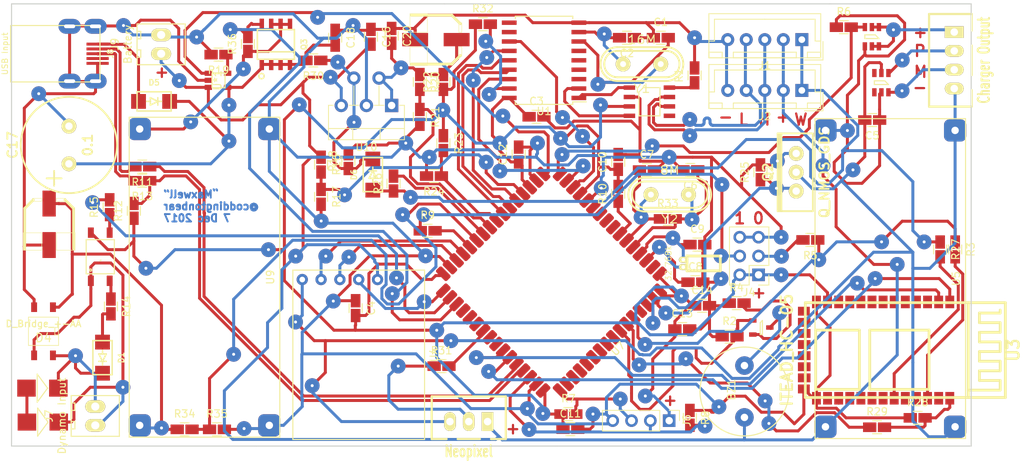
<source format=kicad_pcb>
(kicad_pcb (version 20170123) (host pcbnew no-vcs-found-e2505cb~60~ubuntu16.04.1)
  (layers (0 F.Cu signal) (31 B.Cu signal) (34 B.Paste user) (35 F.Paste user) (36 B.SilkS user) (37 F.SilkS user) (38 B.Mask user) (39 F.Mask user) (44 Edge.Cuts user))
  (net 0 "")
  (net 1 "Net-(U3-Pad11)")
  (net 2 +3V3)
  (net 3 GND)
  (net 4 "Net-(U3-Pad10)")
  (net 5 "Net-(U3-Pad9)")
  (net 6 "Net-(U3-Pad8)")
  (net 7 "Net-(U3-Pad7)")
  (net 8 "Net-(U3-Pad6)")
  (net 9 "Net-(U3-Pad5)")
  (net 10 "Net-(U3-Pad4)")
  (net 11 "Net-(U3-Pad3)")
  (net 12 TXD)
  (net 13 RXD)
  (net 14 "Net-(U3-Pad15)")
  (net 15 "Net-(U3-Pad16)")
  (net 16 "Net-(U3-Pad17)")
  (net 17 "Net-(U3-Pad18)")
  (net 18 "Net-(U3-Pad19)")
  (net 19 "Net-(U3-Pad20)")
  (net 20 "Net-(U3-Pad23)")
  (net 21 "Net-(U3-Pad24)")
  (net 22 "Net-(U3-Pad25)")
  (net 23 BT_KEY)
  (net 24 "Net-(U3-Pad27)")
  (net 25 "Net-(U3-Pad28)")
  (net 26 "Net-(U3-Pad30)")
  (net 27 "Net-(U3-Pad31)")
  (net 28 "Net-(R3-Pad2)")
  (net 29 "Net-(U3-Pad33)")
  (net 30 +BATT)
  (net 31 NEOPIXEL)
  (net 32 POWER_ON)
  (net 33 "Net-(D5-Pad2)")
  (net 34 "Net-(D1-Pad2)")
  (net 35 "Net-(C5-Pad1)")
  (net 36 "Net-(J5-Pad3)")
  (net 37 "Net-(J5-Pad2)")
  (net 38 "Net-(J5-Pad1)")
  (net 39 "Net-(U7-Pad2)")
  (net 40 "Net-(C8-Pad1)")
  (net 41 "Net-(C9-Pad1)")
  (net 42 "Net-(C6-Pad1)")
  (net 43 "Net-(C7-Pad1)")
  (net 44 N_RST)
  (net 45 CURRENT_SENSE_1)
  (net 46 CURRENT_SENSE_2)
  (net 47 BATT_VOLTAGE)
  (net 48 GSM_TXD)
  (net 49 GSM_RXD)
  (net 50 SCK)
  (net 51 MISO)
  (net 52 MOSI)
  (net 53 ~CAN_CS)
  (net 54 BOOT1)
  (net 55 "Net-(U7-Pad36)")
  (net 56 GSM_RST)
  (net 57 SPEED)
  (net 58 ~BATT_CHARGING)
  (net 59 "Net-(U7-Pad41)")
  (net 60 SWDIO)
  (net 61 SWCLK)
  (net 62 BUZZER)
  (net 63 "Net-(U7-Pad53)")
  (net 64 "Net-(U7-Pad54)")
  (net 65 "Net-(U7-Pad55)")
  (net 66 "Net-(U7-Pad56)")
  (net 67 "Net-(U7-Pad57)")
  (net 68 BOOT0)
  (net 69 "Net-(U7-Pad61)")
  (net 70 "Net-(C15-Pad1)")
  (net 71 "Net-(J8-Pad4)")
  (net 72 USB+)
  (net 73 USB-)
  (net 74 "Net-(C19-Pad1)")
  (net 75 "Net-(R1-Pad1)")
  (net 76 "Net-(C1-Pad2)")
  (net 77 "Net-(C2-Pad2)")
  (net 78 AC)
  (net 79 "Net-(R19-Pad1)")
  (net 80 "Net-(U2-Pad5)")
  (net 81 "Net-(U1-Pad3)")
  (net 82 "Net-(U1-Pad4)")
  (net 83 "Net-(U1-Pad5)")
  (net 84 "Net-(U1-Pad6)")
  (net 85 "Net-(U1-Pad11)")
  (net 86 "Net-(D2-Pad2)")
  (net 87 "Net-(U1-Pad10)")
  (net 88 "Net-(U7-Pad37)")
  (net 89 "Net-(U7-Pad8)")
  (net 90 "Net-(U7-Pad9)")
  (net 91 "Net-(U7-Pad10)")
  (net 92 "Net-(U7-Pad51)")
  (net 93 "Net-(U7-Pad52)")
  (net 94 "Net-(U7-Pad38)")
  (net 95 "Net-(U7-Pad40)")
  (net 96 "Net-(U7-Pad11)")
  (net 97 GNDPWR)
  (net 98 ENABLE_BATT_POWER)
  (net 99 "Net-(R26-Pad2)")
  (net 100 /TXCAN)
  (net 101 /RXCAN)
  (net 102 /Microcontroller/USB_PRER-)
  (net 103 /Microcontroller/USB_PRER+)
  (net 104 /CAN-)
  (net 105 /CAN+)
  (net 106 "Net-(R27-Pad2)")
  (net 107 "Net-(U3-Pad26)")
  (net 108 "Net-(R28-Pad2)")
  (net 109 "Net-(R14-Pad1)")
  (net 110 "Net-(R15-Pad1)")
  (net 111 AC_NEUTRAL)
  (net 112 "Net-(D6-Pad1)")
  (net 113 "Net-(J3-Pad2)")
  (net 114 CAN_INT)
  (net 115 "Net-(R32-Pad2)")
  (net 116 DYNAMO_VOLTAGE)
  (net 117 "Net-(J4-Pad3)")
  (net 118 "Net-(J4-Pad4)")
  (net 119 "Net-(U11-Pad4)")
  (net 120 "Net-(U11-Pad3)")
  (net 121 ~ENABLE_USB_OUT)
  (net 122 ~BATT_CHARGE_ENABLE)
  (net 123 "Net-(U7-Pad50)")
  (net 124 "Net-(BZ1-Pad2)")
  (net 125 "Net-(Q1-Pad2)")
  (net 126 "Net-(Q3-Pad3)")
  (net 127 /Power/+Dynamo)
  (module kicad-castellated-breakouts:QFP64-1.27MM-CASTELLATED (layer F.Cu) (at 146.556078 108.694616 225)
    (fp_text reference U7 (at 0 -12.7 225) (layer F.SilkS))
    (fp_text value STM32F103RETx)
    (pad 1 smd roundrect (at -11.145 -9.525001 225) (size 2.05 1.05) (layers F.Cu F.Paste F.Mask) (net 2 +3V3))
    (pad 2 smd roundrect (at -11.145001 -8.255 225) (size 2.05 1.05) (layers F.Cu F.Paste F.Mask) (net 39 "Net-(U7-Pad2)"))
    (pad 3 smd roundrect (at -11.145 -6.984999 225) (size 2.05 1.05) (layers F.Cu F.Paste F.Mask) (net 40 "Net-(C8-Pad1)"))
    (pad 4 smd roundrect (at -11.145 -5.715 225) (size 2.05 1.05) (layers F.Cu F.Paste F.Mask) (net 41 "Net-(C9-Pad1)"))
    (pad 5 smd roundrect (at -11.145 -4.445001 225) (size 2.05 1.05) (layers F.Cu F.Paste F.Mask) (net 42 "Net-(C6-Pad1)"))
    (pad 6 smd roundrect (at -11.144998 -3.175 225) (size 2.05 1.05) (layers F.Cu F.Paste F.Mask) (net 43 "Net-(C7-Pad1)"))
    (pad 7 smd roundrect (at -11.145 -1.904999 225) (size 2.05 1.05) (layers F.Cu F.Paste F.Mask) (net 44 N_RST))
    (pad 8 smd roundrect (at -11.145 -0.635 225) (size 2.05 1.05) (layers F.Cu F.Paste F.Mask) (net 89 "Net-(U7-Pad8)"))
    (pad 9 smd roundrect (at -11.145 0.635 225) (size 2.05 1.05) (layers F.Cu F.Paste F.Mask) (net 90 "Net-(U7-Pad9)"))
    (pad 10 smd roundrect (at -11.145 1.904999 225) (size 2.05 1.05) (layers F.Cu F.Paste F.Mask) (net 91 "Net-(U7-Pad10)"))
    (pad 11 smd roundrect (at -11.144998 3.175 225) (size 2.05 1.05) (layers F.Cu F.Paste F.Mask) (net 96 "Net-(U7-Pad11)"))
    (pad 12 smd roundrect (at -11.145 4.445001 225) (size 2.05 1.05) (layers F.Cu F.Paste F.Mask) (net 3 GND))
    (pad 13 smd roundrect (at -11.145 5.715 225) (size 2.05 1.05) (layers F.Cu F.Paste F.Mask) (net 2 +3V3))
    (pad 14 smd roundrect (at -11.145 6.984999 225) (size 2.05 1.05) (layers F.Cu F.Paste F.Mask) (net 114 CAN_INT))
    (pad 15 smd roundrect (at -11.145001 8.255 225) (size 2.05 1.05) (layers F.Cu F.Paste F.Mask) (net 53 ~CAN_CS))
    (pad 16 smd roundrect (at -11.145 9.525001 225) (size 2.05 1.05) (layers F.Cu F.Paste F.Mask) (net 121 ~ENABLE_USB_OUT))
    (pad 17 smd roundrect (at -9.525001 11.145 225) (size 1.05 2.05) (layers F.Cu F.Paste F.Mask) (net 58 ~BATT_CHARGING))
    (pad 18 smd roundrect (at -8.255 11.145001 225) (size 1.05 2.05) (layers F.Cu F.Paste F.Mask) (net 3 GND))
    (pad 19 smd roundrect (at -6.984999 11.145 225) (size 1.05 2.05) (layers F.Cu F.Paste F.Mask) (net 2 +3V3))
    (pad 20 smd roundrect (at -5.715 11.145 225) (size 1.05 2.05) (layers F.Cu F.Paste F.Mask) (net 47 BATT_VOLTAGE))
    (pad 21 smd roundrect (at -4.445001 11.145 225) (size 1.05 2.05) (layers F.Cu F.Paste F.Mask) (net 50 SCK))
    (pad 22 smd roundrect (at -3.175 11.144998 225) (size 1.05 2.05) (layers F.Cu F.Paste F.Mask) (net 51 MISO))
    (pad 23 smd roundrect (at -1.904999 11.145 225) (size 1.05 2.05) (layers F.Cu F.Paste F.Mask) (net 52 MOSI))
    (pad 24 smd roundrect (at -0.635 11.145 225) (size 1.05 2.05) (layers F.Cu F.Paste F.Mask) (net 46 CURRENT_SENSE_2))
    (pad 25 smd roundrect (at 0.635 11.145 225) (size 1.05 2.05) (layers F.Cu F.Paste F.Mask) (net 45 CURRENT_SENSE_1))
    (pad 26 smd roundrect (at 1.904999 11.145 225) (size 1.05 2.05) (layers F.Cu F.Paste F.Mask) (net 99 "Net-(R26-Pad2)"))
    (pad 27 smd roundrect (at 3.175 11.144998 225) (size 1.05 2.05) (layers F.Cu F.Paste F.Mask) (net 116 DYNAMO_VOLTAGE))
    (pad 28 smd roundrect (at 4.445001 11.145 225) (size 1.05 2.05) (layers F.Cu F.Paste F.Mask) (net 54 BOOT1))
    (pad 29 smd roundrect (at 5.715 11.145 225) (size 1.05 2.05) (layers F.Cu F.Paste F.Mask) (net 48 GSM_TXD))
    (pad 30 smd roundrect (at 6.984999 11.145 225) (size 1.05 2.05) (layers F.Cu F.Paste F.Mask) (net 49 GSM_RXD))
    (pad 31 smd roundrect (at 8.255 11.145001 225) (size 1.05 2.05) (layers F.Cu F.Paste F.Mask) (net 3 GND))
    (pad 32 smd roundrect (at 9.525001 11.145 225) (size 1.05 2.05) (layers F.Cu F.Paste F.Mask) (net 2 +3V3))
    (pad 33 smd roundrect (at 11.145 9.525001 225) (size 2.05 1.05) (layers F.Cu F.Paste F.Mask) (net 56 GSM_RST))
    (pad 34 smd roundrect (at 11.145001 8.255 225) (size 2.05 1.05) (layers F.Cu F.Paste F.Mask) (net 57 SPEED))
    (pad 35 smd roundrect (at 11.145 6.984999 225) (size 2.05 1.05) (layers F.Cu F.Paste F.Mask) (net 122 ~BATT_CHARGE_ENABLE))
    (pad 36 smd roundrect (at 11.145 5.715 225) (size 2.05 1.05) (layers F.Cu F.Paste F.Mask) (net 55 "Net-(U7-Pad36)"))
    (pad 37 smd roundrect (at 11.145 4.445001 225) (size 2.05 1.05) (layers F.Cu F.Paste F.Mask) (net 88 "Net-(U7-Pad37)"))
    (pad 38 smd roundrect (at 11.144998 3.175 225) (size 2.05 1.05) (layers F.Cu F.Paste F.Mask) (net 94 "Net-(U7-Pad38)"))
    (pad 39 smd roundrect (at 11.145 1.904999 225) (size 2.05 1.05) (layers F.Cu F.Paste F.Mask) (net 31 NEOPIXEL))
    (pad 40 smd roundrect (at 11.145 0.635 225) (size 2.05 1.05) (layers F.Cu F.Paste F.Mask) (net 95 "Net-(U7-Pad40)"))
    (pad 41 smd roundrect (at 11.145 -0.635 225) (size 2.05 1.05) (layers F.Cu F.Paste F.Mask) (net 59 "Net-(U7-Pad41)"))
    (pad 42 smd roundrect (at 11.145 -1.904999 225) (size 2.05 1.05) (layers F.Cu F.Paste F.Mask) (net 12 TXD))
    (pad 43 smd roundrect (at 11.144998 -3.175 225) (size 2.05 1.05) (layers F.Cu F.Paste F.Mask) (net 13 RXD))
    (pad 44 smd roundrect (at 11.145 -4.445001 225) (size 2.05 1.05) (layers F.Cu F.Paste F.Mask) (net 102 /Microcontroller/USB_PRER-))
    (pad 45 smd roundrect (at 11.145 -5.715 225) (size 2.05 1.05) (layers F.Cu F.Paste F.Mask) (net 103 /Microcontroller/USB_PRER+))
    (pad 46 smd roundrect (at 11.145 -6.984999 225) (size 2.05 1.05) (layers F.Cu F.Paste F.Mask) (net 60 SWDIO))
    (pad 47 smd roundrect (at 11.145001 -8.255 225) (size 2.05 1.05) (layers F.Cu F.Paste F.Mask) (net 3 GND))
    (pad 48 smd roundrect (at 11.145 -9.525001 225) (size 2.05 1.05) (layers F.Cu F.Paste F.Mask) (net 2 +3V3))
    (pad 49 smd roundrect (at 9.525001 -11.145 225) (size 1.05 2.05) (layers F.Cu F.Paste F.Mask) (net 61 SWCLK))
    (pad 50 smd roundrect (at 8.255 -11.145001 225) (size 1.05 2.05) (layers F.Cu F.Paste F.Mask) (net 123 "Net-(U7-Pad50)"))
    (pad 51 smd roundrect (at 6.984999 -11.145 225) (size 1.05 2.05) (layers F.Cu F.Paste F.Mask) (net 92 "Net-(U7-Pad51)"))
    (pad 52 smd roundrect (at 5.715 -11.145 225) (size 1.05 2.05) (layers F.Cu F.Paste F.Mask) (net 93 "Net-(U7-Pad52)"))
    (pad 53 smd roundrect (at 4.445001 -11.145 225) (size 1.05 2.05) (layers F.Cu F.Paste F.Mask) (net 63 "Net-(U7-Pad53)"))
    (pad 54 smd roundrect (at 3.175 -11.144998 225) (size 1.05 2.05) (layers F.Cu F.Paste F.Mask) (net 64 "Net-(U7-Pad54)"))
    (pad 55 smd roundrect (at 1.904999 -11.145 225) (size 1.05 2.05) (layers F.Cu F.Paste F.Mask) (net 65 "Net-(U7-Pad55)"))
    (pad 56 smd roundrect (at 0.635 -11.145 225) (size 1.05 2.05) (layers F.Cu F.Paste F.Mask) (net 66 "Net-(U7-Pad56)"))
    (pad 57 smd roundrect (at -0.635 -11.145 225) (size 1.05 2.05) (layers F.Cu F.Paste F.Mask) (net 67 "Net-(U7-Pad57)"))
    (pad 58 smd roundrect (at -1.904999 -11.145 225) (size 1.05 2.05) (layers F.Cu F.Paste F.Mask) (net 62 BUZZER))
    (pad 59 smd roundrect (at -3.175 -11.144998 225) (size 1.05 2.05) (layers F.Cu F.Paste F.Mask) (net 23 BT_KEY))
    (pad 60 smd roundrect (at -4.445001 -11.145 225) (size 1.05 2.05) (layers F.Cu F.Paste F.Mask) (net 68 BOOT0))
    (pad 61 smd roundrect (at -5.715 -11.145 225) (size 1.05 2.05) (layers F.Cu F.Paste F.Mask) (net 69 "Net-(U7-Pad61)"))
    (pad 62 smd roundrect (at -6.984999 -11.145 225) (size 1.05 2.05) (layers F.Cu F.Paste F.Mask) (net 98 ENABLE_BATT_POWER))
    (pad 63 smd roundrect (at -8.255 -11.145001 225) (size 1.05 2.05) (layers F.Cu F.Paste F.Mask) (net 3 GND))
    (pad 64 smd roundrect (at -9.525001 -11.145 225) (size 1.05 2.05) (layers F.Cu F.Paste F.Mask) (net 2 +3V3))
  )
  (module coddingtonbear/coddingtonbear.pretty:0805_Milling (layer F.Cu) (at 171.54144 111.52124)
    (fp_text reference R4 (at 0 -2.1) (layer F.SilkS))
    (fp_text value >35)
    (pad 2 smd rect (at 1 0) (size 1.8 1.3) (layers F.Cu F.Paste F.Mask) (net 125 "Net-(Q1-Pad2)"))
    (pad 1 smd rect (at -1 0) (size 1.8 1.3) (layers F.Cu F.Paste F.Mask) (net 3 GND))
  )
  (module coddingtonbear/coddingtonbear.pretty:UJ2-MIBH-4-SMT (layer F.Cu) (at 85.598 77.851 270)
    (fp_text reference J8 (at 0 -1.397 270) (layer F.SilkS) (effects (font (size 0.762 0.762) (thickness 0.127))))
    (fp_text value "USB Input" (at 0 12.827 270) (layer F.SilkS) (effects (font (size 0.762 0.762) (thickness 0.127))))
    (pad 6 thru_hole oval (at -3.7 4.1 270) (size 2 3) (drill oval 0.5 1.5) (layers *.Cu *.Mask) (net 3 GND))
    (pad 6 thru_hole oval (at 3.7 0.6 270) (size 2 3) (drill oval 0.5 1.5) (layers *.Cu *.Mask) (net 3 GND))
    (pad 6 thru_hole oval (at -3.7 0.6 270) (size 2 3) (drill oval 0.5 1.5) (layers *.Cu *.Mask) (net 3 GND))
    (pad 1 smd rect (at -1.29794 0.32004 270) (size 0.39878 3) (layers F.Cu F.Paste F.Mask) (net 33 "Net-(D5-Pad2)") (clearance 0.2032))
    (pad 2 smd rect (at -0.6477 0.32004 270) (size 0.39878 3) (layers F.Cu F.Paste F.Mask) (net 73 USB-) (clearance 0.2032))
    (pad 3 smd rect (at 0 0.32004 270) (size 0.39878 3) (layers F.Cu F.Paste F.Mask) (net 72 USB+) (clearance 0.2032))
    (pad 4 smd rect (at 0.6477 0.32004 270) (size 0.39878 3) (layers F.Cu F.Paste F.Mask) (net 71 "Net-(J8-Pad4)") (clearance 0.2032))
    (pad 5 smd rect (at 1.29794 0.32004 270) (size 0.39878 3) (layers F.Cu F.Paste F.Mask) (net 3 GND) (clearance 0.2032))
    (pad 6 thru_hole oval (at 3.7 4.1 270) (size 2 3) (drill oval 0.5 1.5) (layers *.Cu *.Mask) (net 3 GND))
  )
  (module coddingtonbear/coddingtonbear.pretty:BOOST_LM2596_3A (layer F.Cu) (at 99.708 108.016 90)
    (fp_text reference U9 (at 0 8.89 90) (layer F.SilkS))
    (fp_text value "Buck Regulator")
    (pad 1 thru_hole roundrect (at -20 -8.75 90) (size 3 3) (drill 1) (layers *.Cu *.Mask) (net 70 "Net-(C15-Pad1)"))
    (pad 2 thru_hole roundrect (at -20 8.75 90) (size 3 3) (drill 1) (layers *.Cu *.Mask) (net 3 GND))
    (pad 3 thru_hole roundrect (at 20 -8.75 90) (size 3 3) (drill 1) (layers *.Cu *.Mask) (net 126 "Net-(Q3-Pad3)"))
    (pad 4 thru_hole roundrect (at 20 8.75 90) (size 3 3) (drill 1) (layers *.Cu *.Mask) (net 3 GND))
  )
  (module adamgreig/agg-kicad/agg.pretty:DO-214AA-SMB (layer F.Cu) (at 77.88656 127.57404 180)
    (fp_text reference D2)
    (fp_text value 18)
    (pad 2 smd rect (at 2.15 0 180) (size 2.5 2.3) (layers F.Cu F.Paste F.Mask) (net 86 "Net-(D2-Pad2)"))
    (pad 1 smd rect (at -2.15 0 180) (size 2.5 2.3) (layers F.Cu F.Paste F.Mask) (net 78 AC))
  )
  (module adamgreig/agg-kicad/agg.pretty:DO-214AA-SMB (layer F.Cu) (at 77.82814 122.99188 180)
    (fp_text reference D3)
    (fp_text value 18)
    (pad 1 smd rect (at -2.15 0 180) (size 2.5 2.3) (layers F.Cu F.Paste F.Mask) (net 111 AC_NEUTRAL))
    (pad 2 smd rect (at 2.15 0 180) (size 2.5 2.3) (layers F.Cu F.Paste F.Mask) (net 86 "Net-(D2-Pad2)"))
  )
  (module adamgreig/agg-kicad/agg.pretty:SOT-23-6 (layer F.Cu) (at 191.07912 81.75498 270)
    (fp_text reference U11)
    (fp_text value TPS2514)
    (pad 6 smd rect (at 1.3 -0.95 270) (size 1.1 0.6) (layers F.Cu F.Paste F.Mask) (net 36 "Net-(J5-Pad3)"))
    (pad 5 smd rect (at 1.3 0 270) (size 1.1 0.6) (layers F.Cu F.Paste F.Mask) (net 35 "Net-(C5-Pad1)"))
    (pad 4 smd rect (at 1.3 0.95 270) (size 1.1 0.6) (layers F.Cu F.Paste F.Mask) (net 119 "Net-(U11-Pad4)"))
    (pad 3 smd rect (at -1.3 0.95 270) (size 1.1 0.6) (layers F.Cu F.Paste F.Mask) (net 120 "Net-(U11-Pad3)"))
    (pad 2 smd rect (at -1.3 0 270) (size 1.1 0.6) (layers F.Cu F.Paste F.Mask) (net 97 GNDPWR))
    (pad 1 smd rect (at -1.3 -0.95 270) (size 1.1 0.6) (layers F.Cu F.Paste F.Mask) (net 37 "Net-(J5-Pad2)"))
  )
  (module adamgreig/agg-kicad/agg.pretty:SOT-23-6 (layer F.Cu) (at 189.79642 75.5523 270)
    (fp_text reference U6)
    (fp_text value STT3P2UH7)
    (pad 1 smd rect (at -1.3 -0.95 270) (size 1.1 0.6) (layers F.Cu F.Paste F.Mask) (net 38 "Net-(J5-Pad1)"))
    (pad 2 smd rect (at -1.3 0 270) (size 1.1 0.6) (layers F.Cu F.Paste F.Mask) (net 38 "Net-(J5-Pad1)"))
    (pad 3 smd rect (at -1.3 0.95 270) (size 1.1 0.6) (layers F.Cu F.Paste F.Mask) (net 121 ~ENABLE_USB_OUT))
    (pad 4 smd rect (at 1.3 0.95 270) (size 1.1 0.6) (layers F.Cu F.Paste F.Mask) (net 35 "Net-(C5-Pad1)"))
    (pad 5 smd rect (at 1.3 0 270) (size 1.1 0.6) (layers F.Cu F.Paste F.Mask) (net 38 "Net-(J5-Pad1)"))
    (pad 6 smd rect (at 1.3 -0.95 270) (size 1.1 0.6) (layers F.Cu F.Paste F.Mask) (net 38 "Net-(J5-Pad1)"))
  )
  (module coddingtonbear/coddingtonbear.pretty:0805_Milling (layer F.Cu) (at 105.56748 76.53528 90)
    (fp_text reference R36 (at 0 -2.1 90) (layer F.SilkS))
    (fp_text value 10k)
    (pad 2 smd rect (at 1 0 90) (size 1.8 1.3) (layers F.Cu F.Paste F.Mask) (net 122 ~BATT_CHARGE_ENABLE))
    (pad 1 smd rect (at -1 0 90) (size 1.8 1.3) (layers F.Cu F.Paste F.Mask) (net 126 "Net-(Q3-Pad3)"))
  )
  (module KiCad/TO_SOT_Packages_THT.pretty:TO-220-5_Pentawatt_Multiwatt-5_Vertical_StaggeredType2 (layer F.Cu) (at 124.968 84.836 180)
    (fp_text reference U10 (at 3.4 -5.62 180) (layer F.SilkS))
    (fp_text value LT1529)
    (pad 1 thru_hole rect (at 0 0 180) (size 1.8 1.8) (drill 1) (layers *.Cu *.Mask) (net 74 "Net-(C19-Pad1)"))
    (pad 2 thru_hole oval (at 1.7 3.7 180) (size 1.8 1.8) (drill 1) (layers *.Cu *.Mask) (net 74 "Net-(C19-Pad1)"))
    (pad 3 thru_hole oval (at 3.4 0 180) (size 1.8 1.8) (drill 1) (layers *.Cu *.Mask) (net 3 GND))
    (pad 4 thru_hole oval (at 5.1 3.7 180) (size 1.8 1.8) (drill 1) (layers *.Cu *.Mask) (net 112 "Net-(D6-Pad1)"))
    (pad 5 thru_hole oval (at 6.8 0 180) (size 1.8 1.8) (drill 1) (layers *.Cu *.Mask) (net 30 +BATT))
  )
  (module coddingtonbear/coddingtonbear.pretty:0805_Milling (layer F.Cu) (at 97.02546 128.55448)
    (fp_text reference R34 (at 0 -2.1) (layer F.SilkS))
    (fp_text value 10k)
    (pad 2 smd rect (at 1 0) (size 1.8 1.3) (layers F.Cu F.Paste F.Mask) (net 116 DYNAMO_VOLTAGE))
    (pad 1 smd rect (at -1 0) (size 1.8 1.3) (layers F.Cu F.Paste F.Mask) (net 70 "Net-(C15-Pad1)"))
  )
  (module coddingtonbear/coddingtonbear.pretty:0805_Milling (layer F.Cu) (at 101.39096 128.55448)
    (fp_text reference R35 (at 0 -2.1) (layer F.SilkS))
    (fp_text value 2k)
    (pad 2 smd rect (at 1 0) (size 1.8 1.3) (layers F.Cu F.Paste F.Mask) (net 3 GND))
    (pad 1 smd rect (at -1 0) (size 1.8 1.3) (layers F.Cu F.Paste F.Mask) (net 116 DYNAMO_VOLTAGE))
  )
  (module coddingtonbear/coddingtonbear.pretty:0805_Milling (layer F.Cu) (at 162.25088 100.14712)
    (fp_text reference R33 (at 0 -2.1) (layer F.SilkS))
    (fp_text value 1M)
    (pad 2 smd rect (at 1 0) (size 1.8 1.3) (layers F.Cu F.Paste F.Mask) (net 42 "Net-(C6-Pad1)"))
    (pad 1 smd rect (at -1 0) (size 1.8 1.3) (layers F.Cu F.Paste F.Mask) (net 43 "Net-(C7-Pad1)"))
  )
  (module coddingtonbear/coddingtonbear.pretty:0805_Milling (layer F.Cu) (at 137.287 73.86574)
    (fp_text reference R32 (at 0 -2.1) (layer F.SilkS))
    (fp_text value 10k)
    (pad 2 smd rect (at 1 0) (size 1.8 1.3) (layers F.Cu F.Paste F.Mask) (net 115 "Net-(R32-Pad2)"))
    (pad 1 smd rect (at -1 0) (size 1.8 1.3) (layers F.Cu F.Paste F.Mask) (net 2 +3V3))
  )
  (module coddingtonbear/coddingtonbear.pretty:0805_Milling (layer F.Cu) (at 131.70484 120.02008)
    (fp_text reference R31 (at 0 -2.1) (layer F.SilkS))
    (fp_text value 330)
    (pad 2 smd rect (at 1 0) (size 1.8 1.3) (layers F.Cu F.Paste F.Mask) (net 31 NEOPIXEL))
    (pad 1 smd rect (at -1 0) (size 1.8 1.3) (layers F.Cu F.Paste F.Mask) (net 113 "Net-(J3-Pad2)"))
  )
  (module coddingtonbear/coddingtonbear.pretty:0805_Milling (layer F.Cu) (at 114.4016 78.7527 180)
    (fp_text reference R30 (at 0 -2.1 180) (layer F.SilkS))
    (fp_text value 1.5k)
    (pad 2 smd rect (at 1 0 180) (size 1.8 1.3) (layers F.Cu F.Paste F.Mask) (net 127 /Power/+Dynamo))
    (pad 1 smd rect (at -1 0 180) (size 1.8 1.3) (layers F.Cu F.Paste F.Mask) (net 112 "Net-(D6-Pad1)"))
  )
  (module ChristianLerche/LercheTech_KiCAD/LercheTech.pretty:Lerche_2P_2.54mm_Terminal (layer F.Cu) (at 84.963 126.746 90)
    (fp_text reference J7 (at 0 -6.25 90) (layer F.SilkS))
    (fp_text value "Dynamo Input" (at 0 -4.5 90) (layer F.SilkS))
    (pad 2 thru_hole oval (at 1.27 0 90) (size 1.7 2.7) (drill 1.1) (layers *.Cu *.Mask F.SilkS) (net 111 AC_NEUTRAL))
    (pad 1 thru_hole oval (at -1.27 0 90) (size 1.7 2.7) (drill 1.1) (layers *.Cu *.Mask F.SilkS) (net 78 AC))
  )
  (module fruchti/fruchtilib/mod/rcl.pretty:CP_13mm_200 (layer F.Cu) (at 81.407 90.17 90)
    (fp_text reference C17 (at 0 -7.62 90) (layer F.SilkS) (effects (font (size 1.27 1.27) (thickness 0.25))))
    (fp_text value 0.1 (at 0 2.54 90) (layer F.SilkS) (effects (font (size 1.27 1.27) (thickness 0.25))))
    (pad 1 thru_hole circle (at -2.54 0 90) (size 1.99898 1.99898) (drill 1.00076) (layers *.Cu *.Mask F.SilkS) (net 127 /Power/+Dynamo))
    (pad 2 thru_hole circle (at 2.54 0 90) (size 1.99898 1.99898) (drill 1.00076) (layers *.Cu *.Mask F.SilkS) (net 3 GND))
  )
  (module coddingtonbear/coddingtonbear.pretty:0805_Milling (layer F.Cu) (at 190.5 128.27)
    (fp_text reference R29 (at 0 -2.1) (layer F.SilkS))
    (fp_text value 330)
    (pad 2 smd rect (at 1 0) (size 1.8 1.3) (layers F.Cu F.Paste F.Mask) (net 108 "Net-(R28-Pad2)"))
    (pad 1 smd rect (at -1 0) (size 1.8 1.3) (layers F.Cu F.Paste F.Mask) (net 23 BT_KEY))
  )
  (module coddingtonbear/coddingtonbear.pretty:0805_Milling (layer F.Cu) (at 195.977 127)
    (fp_text reference R28 (at 0 -2.1) (layer F.SilkS))
    (fp_text value 10k)
    (pad 2 smd rect (at 1 0) (size 1.8 1.3) (layers F.Cu F.Paste F.Mask) (net 108 "Net-(R28-Pad2)"))
    (pad 1 smd rect (at -1 0) (size 1.8 1.3) (layers F.Cu F.Paste F.Mask) (net 3 GND))
  )
  (module coddingtonbear/coddingtonbear.pretty:0805_Milling (layer F.Cu) (at 199.009 104.267 270)
    (fp_text reference R27 (at 0 -2.1 270) (layer F.SilkS))
    (fp_text value 1k)
    (pad 2 smd rect (at 1 0 270) (size 1.8 1.3) (layers F.Cu F.Paste F.Mask) (net 106 "Net-(R27-Pad2)"))
    (pad 1 smd rect (at -1 0 270) (size 1.8 1.3) (layers F.Cu F.Paste F.Mask) (net 32 POWER_ON))
  )
  (module coddingtonbear/coddingtonbear.pretty:0805_Milling (layer F.Cu) (at 125.222 95.377 90)
    (fp_text reference R26 (at 0 -2.1 90) (layer F.SilkS))
    (fp_text value 1k)
    (pad 2 smd rect (at 1 0 90) (size 1.8 1.3) (layers F.Cu F.Paste F.Mask) (net 99 "Net-(R26-Pad2)"))
    (pad 1 smd rect (at -1 0 90) (size 1.8 1.3) (layers F.Cu F.Paste F.Mask) (net 32 POWER_ON))
  )
  (module pbrook/Parts.pretty:JST-XH-4 (layer F.Cu) (at 200.914 78.74 270)
    (fp_text reference J5 hide)
    (fp_text value "Charger Output" (at 0 -4 270) (layer F.SilkS) (effects (font (size 1.524 1.016) (thickness 0.254))))
    (pad 4 thru_hole oval (at 3.81 0 270) (size 1.5748 2.54) (drill 1.016) (layers *.Cu *.Mask F.SilkS) (net 97 GNDPWR))
    (pad 1 thru_hole rect (at -3.81 0 270) (size 1.5748 2.54) (drill 1.016) (layers *.Cu *.Mask F.SilkS) (net 38 "Net-(J5-Pad1)"))
    (pad 2 thru_hole oval (at -1.27 0 270) (size 1.5748 2.54) (drill 1.016) (layers *.Cu *.Mask F.SilkS) (net 37 "Net-(J5-Pad2)"))
    (pad 3 thru_hole oval (at 1.27 0 270) (size 1.5748 2.54) (drill 1.016) (layers *.Cu *.Mask F.SilkS) (net 36 "Net-(J5-Pad3)"))
  )
  (module KiCad/Connectors_JST.pretty:JST_XH_B05B-XH-A_05x2.50mm_Straight (layer F.Cu) (at 180.34 75.946 180)
    (fp_text reference J1 (at 5 -3.5 180) (layer F.SilkS))
    (fp_text value "Canbus 1")
    (pad 5 thru_hole circle (at 10 0 180) (size 1.75 1.75) (drill 0.9) (layers *.Cu *.Mask) (net 3 GND))
    (pad 4 thru_hole circle (at 7.5 0 180) (size 1.75 1.75) (drill 0.9) (layers *.Cu *.Mask) (net 104 /CAN-))
    (pad 3 thru_hole circle (at 5 0 180) (size 1.75 1.75) (drill 0.9) (layers *.Cu *.Mask) (net 105 /CAN+))
    (pad 2 thru_hole circle (at 2.5 0 180) (size 1.75 1.75) (drill 0.9) (layers *.Cu *.Mask) (net 30 +BATT))
    (pad 1 thru_hole rect (at 0 0 180) (size 1.75 1.75) (drill 0.9) (layers *.Cu *.Mask) (net 32 POWER_ON))
  )
  (module KiCad/Connectors_JST.pretty:JST_XH_B05B-XH-A_05x2.50mm_Straight (layer F.Cu) (at 180.34 82.804 180)
    (fp_text reference J2 (at 5 -3.5 180) (layer F.SilkS))
    (fp_text value "Canbus 2")
    (pad 1 thru_hole rect (at 0 0 180) (size 1.75 1.75) (drill 0.9) (layers *.Cu *.Mask) (net 32 POWER_ON))
    (pad 2 thru_hole circle (at 2.5 0 180) (size 1.75 1.75) (drill 0.9) (layers *.Cu *.Mask) (net 30 +BATT))
    (pad 3 thru_hole circle (at 5 0 180) (size 1.75 1.75) (drill 0.9) (layers *.Cu *.Mask) (net 105 /CAN+))
    (pad 4 thru_hole circle (at 7.5 0 180) (size 1.75 1.75) (drill 0.9) (layers *.Cu *.Mask) (net 104 /CAN-))
    (pad 5 thru_hole circle (at 10 0 180) (size 1.75 1.75) (drill 0.9) (layers *.Cu *.Mask) (net 3 GND))
  )
  (module coddingtonbear/coddingtonbear.pretty:NDS8434 (layer F.Cu) (at 109.34446 76.59116 90)
    (fp_text reference Q3 (at 0 3.81 90) (layer F.SilkS) (effects (font (size 0.762 0.762) (thickness 0.1524))))
    (fp_text value Q_PMOS_GDS hide)
    (pad 2 smd rect (at -2.7 -1.905 90) (size 1.55 0.6) (layers F.Cu F.Paste F.Mask) (net 127 /Power/+Dynamo))
    (pad 2 smd rect (at -2.7 -0.635 90) (size 1.55 0.6) (layers F.Cu F.Paste F.Mask) (net 127 /Power/+Dynamo))
    (pad 2 smd rect (at -2.7 0.635 90) (size 1.55 0.6) (layers F.Cu F.Paste F.Mask) (net 127 /Power/+Dynamo))
    (pad 2 smd rect (at -2.7 1.905 90) (size 1.55 0.6) (layers F.Cu F.Paste F.Mask) (net 127 /Power/+Dynamo))
    (pad 3 smd rect (at 2.7 1.905 90) (size 1.55 0.6) (layers F.Cu F.Paste F.Mask) (net 126 "Net-(Q3-Pad3)"))
    (pad 3 smd rect (at 2.7 0.635 90) (size 1.55 0.6) (layers F.Cu F.Paste F.Mask) (net 126 "Net-(Q3-Pad3)"))
    (pad 3 smd rect (at 2.7 -0.635 90) (size 1.55 0.6) (layers F.Cu F.Paste F.Mask) (net 126 "Net-(Q3-Pad3)"))
    (pad 1 smd rect (at 2.7 -1.905 90) (size 1.55 0.6) (layers F.Cu F.Paste F.Mask) (net 122 ~BATT_CHARGE_ENABLE))
  )
  (module fruchti/fruchtilib/mod/to.pretty:TO220 (layer F.Cu) (at 179.578 93.853 90)
    (fp_text reference Q2 (at 0 -3.81 90) (layer F.SilkS) (effects (font (size 1.27 1.27) (thickness 0.25))))
    (fp_text value Q_NMOS_GDS (at 0 3.81 90) (layer F.SilkS) (effects (font (size 1.27 1.27) (thickness 0.25))))
    (pad 1 thru_hole circle (at -2.54 0 90) (size 1.99898 1.99898) (drill 1.00076) (layers *.Cu *.Mask F.SilkS) (net 98 ENABLE_BATT_POWER))
    (pad 2 thru_hole circle (at 0 0 90) (size 1.99898 1.99898) (drill 1.00076) (layers *.Cu *.Mask F.SilkS) (net 97 GNDPWR))
    (pad 3 thru_hole circle (at 2.54 0 90) (size 1.99898 1.99898) (drill 1.00076) (layers *.Cu *.Mask F.SilkS) (net 3 GND))
  )
  (module coddingtonbear/coddingtonbear.pretty:0805_Milling (layer F.Cu) (at 174.752 93.853 90)
    (fp_text reference R25 (at 0 -2.1 90) (layer F.SilkS))
    (fp_text value 100k)
    (pad 2 smd rect (at 1 0 90) (size 1.8 1.3) (layers F.Cu F.Paste F.Mask) (net 3 GND))
    (pad 1 smd rect (at -1 0 90) (size 1.8 1.3) (layers F.Cu F.Paste F.Mask) (net 98 ENABLE_BATT_POWER))
  )
  (module coddingtonbear/coddingtonbear.pretty:0805_Milling (layer F.Cu) (at 101.59746 77.96784 180)
    (fp_text reference R19 (at 0 -2.1 180) (layer F.SilkS))
    (fp_text value 2k)
    (pad 1 smd rect (at -1 0 180) (size 1.8 1.3) (layers F.Cu F.Paste F.Mask) (net 79 "Net-(R19-Pad1)"))
    (pad 2 smd rect (at 1 0 180) (size 1.8 1.3) (layers F.Cu F.Paste F.Mask) (net 3 GND))
  )
  (module coddingtonbear/coddingtonbear.pretty:0805_Milling (layer F.Cu) (at 166.876078 111.869616)
    (fp_text reference C14 (at 0 -2.1) (layer F.SilkS))
    (fp_text value 100n)
    (pad 1 smd rect (at -1 0) (size 1.8 1.3) (layers F.Cu F.Paste F.Mask) (net 2 +3V3))
    (pad 2 smd rect (at 1 0) (size 1.8 1.3) (layers F.Cu F.Paste F.Mask) (net 3 GND))
  )
  (module coddingtonbear/coddingtonbear.pretty:0805_Milling (layer F.Cu) (at 165.971078 108.694616)
    (fp_text reference C8 (at 0 -2.1) (layer F.SilkS))
    (fp_text value 22p)
    (pad 1 smd rect (at -1 0) (size 1.8 1.3) (layers F.Cu F.Paste F.Mask) (net 40 "Net-(C8-Pad1)"))
    (pad 2 smd rect (at 1 0) (size 1.8 1.3) (layers F.Cu F.Paste F.Mask) (net 3 GND))
  )
  (module coddingtonbear/coddingtonbear.pretty:0805_Milling (layer F.Cu) (at 155.55214 96.7646 90)
    (fp_text reference R10 (at 0 -2.1 90) (layer F.SilkS))
    (fp_text value 10k)
    (pad 2 smd rect (at 1 0 90) (size 1.8 1.3) (layers F.Cu F.Paste F.Mask) (net 2 +3V3))
    (pad 1 smd rect (at -1 0 90) (size 1.8 1.3) (layers F.Cu F.Paste F.Mask) (net 44 N_RST))
  )
  (module coddingtonbear/coddingtonbear.pretty:0805_Milling (layer F.Cu) (at 165.29126 93.54312 180)
    (fp_text reference C6 (at 0 -2.1 180) (layer F.SilkS))
    (fp_text value 22p)
    (pad 1 smd rect (at -1 0 180) (size 1.8 1.3) (layers F.Cu F.Paste F.Mask) (net 42 "Net-(C6-Pad1)"))
    (pad 2 smd rect (at 1 0 180) (size 1.8 1.3) (layers F.Cu F.Paste F.Mask) (net 3 GND))
  )
  (module SchrodingersGat/Components.pretty:crystal_hc-49s (layer F.Cu) (at 162.50666 96.86798 180)
    (fp_text reference Y2 (at 0 -3.302 180) (layer F.SilkS) (effects (font (size 1.143 1.27) (thickness 0.1524))))
    (fp_text value 8M (at 0 3.302 180) (layer F.SilkS) (effects (font (size 1.143 1.27) (thickness 0.1524))))
    (pad 2 thru_hole circle (at 2.54 0 180) (size 1.99898 1.99898) (drill 0.8001) (layers *.Cu *.Mask F.SilkS) (net 43 "Net-(C7-Pad1)"))
    (pad 1 thru_hole circle (at -2.54 0 180) (size 1.99898 1.99898) (drill 0.8001) (layers *.Cu *.Mask F.SilkS) (net 42 "Net-(C6-Pad1)"))
  )
  (module coddingtonbear/coddingtonbear.pretty:0805_Milling (layer F.Cu) (at 166.241078 103.614616)
    (fp_text reference C9 (at 0 -2.1) (layer F.SilkS))
    (fp_text value 22p)
    (pad 2 smd rect (at 1 0) (size 1.8 1.3) (layers F.Cu F.Paste F.Mask) (net 3 GND))
    (pad 1 smd rect (at -1 0) (size 1.8 1.3) (layers F.Cu F.Paste F.Mask) (net 41 "Net-(C9-Pad1)"))
  )
  (module f4grx/f4libs_th.pretty:XTAL32K (layer F.Cu) (at 164.336078 106.154616 90)
    (fp_text reference Y3 hide)
    (fp_text value 32.768k (at 0 -1.99898 90) (layer F.SilkS) (effects (font (size 0.8001 0.8001) (thickness 0.09906))))
    (pad 2 thru_hole oval (at 0.50038 0 90) (size 0.8001 1.19888) (drill 0.50038) (layers *.Cu *.Mask F.SilkS) (net 41 "Net-(C9-Pad1)"))
    (pad 1 thru_hole oval (at -0.50038 0 90) (size 0.8001 1.19888) (drill 0.50038) (layers *.Cu *.Mask F.SilkS) (net 40 "Net-(C8-Pad1)"))
  )
  (module coddingtonbear/coddingtonbear.pretty:0805_Milling (layer F.Cu) (at 159.42564 93.55836)
    (fp_text reference C7 (at 0 -2.1) (layer F.SilkS))
    (fp_text value 22p)
    (pad 2 smd rect (at 1 0) (size 1.8 1.3) (layers F.Cu F.Paste F.Mask) (net 3 GND))
    (pad 1 smd rect (at -1 0) (size 1.8 1.3) (layers F.Cu F.Paste F.Mask) (net 43 "Net-(C7-Pad1)"))
  )
  (module coddingtonbear/coddingtonbear.pretty:SIM800L_Breakout (layer F.Cu) (at 120.523 118.491 270)
    (fp_text reference U4 (at 0 -10.16 270) (layer F.SilkS))
    (fp_text value SIM800L_5-pin)
    (pad 1 thru_hole circle (at -10.16 -2.54 270) (size 1.524 1.524) (drill 0.762) (layers *.Cu *.Mask) (net 30 +BATT))
    (pad 2 thru_hole circle (at -10.16 0 270) (size 1.524 1.524) (drill 0.762) (layers *.Cu *.Mask) (net 56 GSM_RST))
    (pad 3 thru_hole circle (at -10.16 2.54 270) (size 1.524 1.524) (drill 0.762) (layers *.Cu *.Mask) (net 49 GSM_RXD))
    (pad 4 thru_hole circle (at -10.16 5.08 270) (size 1.524 1.524) (drill 0.762) (layers *.Cu *.Mask) (net 48 GSM_TXD))
    (pad 5 thru_hole circle (at -10.16 7.62 270) (size 1.524 1.524) (drill 0.762) (layers *.Cu *.Mask) (net 97 GNDPWR))
  )
  (module xesscorp/xess.pretty:xess-ECAP-SMT-6.3MM (layer F.Cu) (at 130.94208 75.946 180)
    (fp_text reference C19 hide)
    (fp_text value 220u hide)
    (pad 2 smd rect (at 2.79908 0 180) (size 3.49758 1.79832) (layers F.Cu F.Paste F.Mask) (net 3 GND))
    (pad 1 smd rect (at -2.79908 0 180) (size 3.49758 1.79832) (layers F.Cu F.Paste F.Mask) (net 74 "Net-(C19-Pad1)"))
  )
  (module xesscorp/xess.pretty:xess-ECAP-SMT-6.3MM (layer F.Cu) (at 78.73492 100.8761 270)
    (fp_text reference C15 hide)
    (fp_text value 100u hide)
    (pad 1 smd rect (at -2.79908 0 270) (size 3.49758 1.79832) (layers F.Cu F.Paste F.Mask) (net 70 "Net-(C15-Pad1)"))
    (pad 2 smd rect (at 2.79908 0 270) (size 3.49758 1.79832) (layers F.Cu F.Paste F.Mask) (net 3 GND))
  )
  (module ChristianLerche/LercheTech_KiCAD/LercheTech.pretty:Lerche_2P_2.54mm_Terminal (layer F.Cu) (at 93.853 76.581 90)
    (fp_text reference J9 (at 0 -6.25 90) (layer F.SilkS))
    (fp_text value Battery (at 0 -4.5 90) (layer F.SilkS))
    (pad 1 thru_hole oval (at -1.27 0 90) (size 1.7 2.7) (drill 1.1) (layers *.Cu *.Mask F.SilkS) (net 30 +BATT))
    (pad 2 thru_hole oval (at 1.27 0 90) (size 1.7 2.7) (drill 1.1) (layers *.Cu *.Mask F.SilkS) (net 3 GND))
  )
  (module KiCad/Pin_Headers.pretty:Pin_Header_Straight_1x04_Pitch2.54mm (layer F.Cu) (at 162.433 127.381 270)
    (fp_text reference J6 (at 0 -2.39 270) (layer F.SilkS))
    (fp_text value Programmer)
    (pad 1 thru_hole rect (at 0 0 270) (size 1.7 1.7) (drill 1) (layers *.Cu *.Mask) (net 2 +3V3))
    (pad 2 thru_hole oval (at 0 2.54 270) (size 1.7 1.7) (drill 1) (layers *.Cu *.Mask) (net 60 SWDIO))
    (pad 3 thru_hole oval (at 0 5.08 270) (size 1.7 1.7) (drill 1) (layers *.Cu *.Mask) (net 61 SWCLK))
    (pad 4 thru_hole oval (at 0 7.62 270) (size 1.7 1.7) (drill 1) (layers *.Cu *.Mask) (net 3 GND))
  )
  (module KiCad/Pin_Headers.pretty:Pin_Header_Straight_2x03_Pitch2.54mm (layer F.Cu) (at 174.498 107.696 180)
    (fp_text reference J4 (at 1.27 -2.39 180) (layer F.SilkS))
    (fp_text value "Boot Selection Jumper")
    (pad 1 thru_hole rect (at 0 0 180) (size 1.7 1.7) (drill 1) (layers *.Cu *.Mask) (net 2 +3V3))
    (pad 2 thru_hole oval (at 2.54 0 180) (size 1.7 1.7) (drill 1) (layers *.Cu *.Mask) (net 2 +3V3))
    (pad 3 thru_hole oval (at 0 2.54 180) (size 1.7 1.7) (drill 1) (layers *.Cu *.Mask) (net 117 "Net-(J4-Pad3)"))
    (pad 4 thru_hole oval (at 2.54 2.54 180) (size 1.7 1.7) (drill 1) (layers *.Cu *.Mask) (net 118 "Net-(J4-Pad4)"))
    (pad 5 thru_hole oval (at 0 5.08 180) (size 1.7 1.7) (drill 1) (layers *.Cu *.Mask) (net 3 GND))
    (pad 6 thru_hole oval (at 2.54 5.08 180) (size 1.7 1.7) (drill 1) (layers *.Cu *.Mask) (net 3 GND))
  )
  (module SchrodingersGat/Components.pretty:crystal_hc-49s (layer F.Cu) (at 158.75 79.248 180)
    (fp_text reference Y1 (at 0 -3.302 180) (layer F.SilkS) (effects (font (size 1.143 1.27) (thickness 0.1524))))
    (fp_text value 16M (at 0 3.302 180) (layer F.SilkS) (effects (font (size 1.143 1.27) (thickness 0.1524))))
    (pad 1 thru_hole circle (at -2.54 0 180) (size 1.99898 1.99898) (drill 0.8001) (layers *.Cu *.Mask F.SilkS) (net 76 "Net-(C1-Pad2)"))
    (pad 2 thru_hole circle (at 2.54 0 180) (size 1.99898 1.99898) (drill 0.8001) (layers *.Cu *.Mask F.SilkS) (net 77 "Net-(C2-Pad2)"))
  )
  (module Tinkerforge/kicad-libraries:SO-4 (layer F.Cu) (at 85.6361 105.25252)
    (fp_text reference U8 (at 0 0.5) (layer F.SilkS) (effects (font (size 0.15 0.15) (thickness 0.0375))))
    (fp_text value TLP188)
    (pad 3 smd rect (at 1.27 3.25) (size 0.8 1.4) (layers F.Cu F.Paste F.Mask) (net 109 "Net-(R14-Pad1)"))
    (pad 1 smd rect (at -1.27 3.25) (size 0.8 1.4) (layers F.Cu F.Paste F.Mask) (net 78 AC))
    (pad 4 smd rect (at 1.27 -3.25) (size 0.8 1.4) (layers F.Cu F.Paste F.Mask) (net 110 "Net-(R15-Pad1)"))
    (pad 6 smd rect (at -1.27 -3.25) (size 0.8 1.4) (layers F.Cu F.Paste F.Mask) (net 2 +3V3))
  )
  (module Tinkerforge/kicad-libraries:SOIC-18 (layer F.Cu) (at 145.542 78.74 180)
    (fp_text reference U1 (at 0 -6.875 180) (layer F.SilkS))
    (fp_text value MCP2515-E/ST-SOIC)
    (pad 1 smd rect (at -4.7 -5.08 180) (size 2 0.6) (layers F.Cu F.Paste F.Mask) (net 100 /TXCAN))
    (pad 2 smd rect (at -4.7 -3.81 180) (size 2 0.6) (layers F.Cu F.Paste F.Mask) (net 101 /RXCAN))
    (pad 3 smd rect (at -4.7 -2.54 180) (size 2 0.6) (layers F.Cu F.Paste F.Mask) (net 81 "Net-(U1-Pad3)"))
    (pad 4 smd rect (at -4.7 -1.27 180) (size 2 0.6) (layers F.Cu F.Paste F.Mask) (net 82 "Net-(U1-Pad4)"))
    (pad 5 smd rect (at -4.7 0 180) (size 2 0.6) (layers F.Cu F.Paste F.Mask) (net 83 "Net-(U1-Pad5)"))
    (pad 6 smd rect (at -4.7 1.27 180) (size 2 0.6) (layers F.Cu F.Paste F.Mask) (net 84 "Net-(U1-Pad6)"))
    (pad 7 smd rect (at -4.7 2.54 180) (size 2 0.6) (layers F.Cu F.Paste F.Mask) (net 76 "Net-(C1-Pad2)"))
    (pad 8 smd rect (at -4.7 3.81 180) (size 2 0.6) (layers F.Cu F.Paste F.Mask) (net 77 "Net-(C2-Pad2)"))
    (pad 9 smd rect (at -4.7 5.08 180) (size 2 0.6) (layers F.Cu F.Paste F.Mask) (net 3 GND))
    (pad 10 smd rect (at 4.7 5.08 180) (size 2 0.6) (layers F.Cu F.Paste F.Mask) (net 87 "Net-(U1-Pad10)"))
    (pad 11 smd rect (at 4.7 3.81 180) (size 2 0.6) (layers F.Cu F.Paste F.Mask) (net 85 "Net-(U1-Pad11)"))
    (pad 12 smd rect (at 4.7 2.54 180) (size 2 0.6) (layers F.Cu F.Paste F.Mask) (net 114 CAN_INT))
    (pad 13 smd rect (at 4.7 1.27 180) (size 2 0.6) (layers F.Cu F.Paste F.Mask) (net 50 SCK))
    (pad 14 smd rect (at 4.7 0 180) (size 2 0.6) (layers F.Cu F.Paste F.Mask) (net 52 MOSI))
    (pad 15 smd rect (at 4.7 -1.27 180) (size 2 0.6) (layers F.Cu F.Paste F.Mask) (net 51 MISO))
    (pad 16 smd rect (at 4.7 -2.54 180) (size 2 0.6) (layers F.Cu F.Paste F.Mask) (net 53 ~CAN_CS))
    (pad 17 smd rect (at 4.7 -3.81 180) (size 2 0.6) (layers F.Cu F.Paste F.Mask) (net 115 "Net-(R32-Pad2)"))
    (pad 18 smd rect (at 4.7 -5.08 180) (size 2 0.6) (layers F.Cu F.Paste F.Mask) (net 2 +3V3))
  )
  (module adamgreig/agg-kicad/agg.pretty:SOIC-8 (layer F.Cu) (at 159.766 84.328)
    (fp_text reference U2)
    (fp_text value SN65HVD233)
    (pad 1 smd rect (at -2.7 -1.905) (size 1.55 0.6) (layers F.Cu F.Paste F.Mask) (net 100 /TXCAN))
    (pad 2 smd rect (at -2.7 -0.635) (size 1.55 0.6) (layers F.Cu F.Paste F.Mask) (net 3 GND))
    (pad 3 smd rect (at -2.7 0.635) (size 1.55 0.6) (layers F.Cu F.Paste F.Mask) (net 2 +3V3))
    (pad 4 smd rect (at -2.7 1.905) (size 1.55 0.6) (layers F.Cu F.Paste F.Mask) (net 101 /RXCAN))
    (pad 5 smd rect (at 2.7 1.905) (size 1.55 0.6) (layers F.Cu F.Paste F.Mask) (net 80 "Net-(U2-Pad5)"))
    (pad 6 smd rect (at 2.7 0.635) (size 1.55 0.6) (layers F.Cu F.Paste F.Mask) (net 104 /CAN-))
    (pad 7 smd rect (at 2.7 -0.635) (size 1.55 0.6) (layers F.Cu F.Paste F.Mask) (net 105 /CAN+))
    (pad 8 smd rect (at 2.7 -1.905) (size 1.55 0.6) (layers F.Cu F.Paste F.Mask) (net 75 "Net-(R1-Pad1)"))
  )
  (module adamgreig/agg-kicad/agg.pretty:SOT-23 (layer F.Cu) (at 174.872 114.808)
    (fp_text reference Q1)
    (fp_text value BSS138)
    (pad 1 smd rect (at -1.15 -0.95) (size 1 0.6) (layers F.Cu F.Paste F.Mask) (net 62 BUZZER))
    (pad 2 smd rect (at -1.15 0.95) (size 1 0.6) (layers F.Cu F.Paste F.Mask) (net 125 "Net-(Q1-Pad2)"))
    (pad 3 smd rect (at 1.15 0) (size 1 0.6) (layers F.Cu F.Paste F.Mask) (net 124 "Net-(BZ1-Pad2)"))
  )
  (module apexelectrix/apex-smd.pretty:SOT-23-5 (layer F.Cu) (at 100.2284 81.44002 270)
    (fp_text reference U*1 (at 0 -1.25 270) (layer F.SilkS))
    (fp_text value MCP73831T)
    (pad 1 smd rect (at -0.95 0 270) (size 0.7 1) (layers F.Cu F.Paste F.Mask) (net 58 ~BATT_CHARGING))
    (pad 2 smd rect (at 0 0 270) (size 0.7 1) (layers F.Cu F.Paste F.Mask) (net 3 GND))
    (pad 3 smd rect (at 0.95 0 270) (size 0.7 1) (layers F.Cu F.Paste F.Mask) (net 30 +BATT))
    (pad 4 smd rect (at 0.95 -2.6 270) (size 0.7 1) (layers F.Cu F.Paste F.Mask) (net 127 /Power/+Dynamo))
    (pad 5 smd rect (at -0.95 -2.6 270) (size 0.7 1) (layers F.Cu F.Paste F.Mask) (net 79 "Net-(R19-Pad1)"))
  )
  (module coddingtonbear/coddingtonbear.pretty:0805_Milling (layer F.Cu) (at 131.953 89.916 270)
    (fp_text reference R23 (at 0 -2.1 270) (layer F.SilkS))
    (fp_text value 4.7k)
    (pad 1 smd rect (at -1 0 270) (size 1.8 1.3) (layers F.Cu F.Paste F.Mask) (net 2 +3V3))
    (pad 2 smd rect (at 1 0 270) (size 1.8 1.3) (layers F.Cu F.Paste F.Mask) (net 46 CURRENT_SENSE_2))
  )
  (module coddingtonbear/coddingtonbear.pretty:0805_Milling (layer F.Cu) (at 131.953 81.661 90)
    (fp_text reference R22 (at 0 -2.1 90) (layer F.SilkS))
    (fp_text value 0.02)
    (pad 2 smd rect (at 1 0 90) (size 1.8 1.3) (layers F.Cu F.Paste F.Mask) (net 74 "Net-(C19-Pad1)"))
    (pad 1 smd rect (at -1 0 90) (size 1.8 1.3) (layers F.Cu F.Paste F.Mask) (net 2 +3V3))
  )
  (module coddingtonbear/coddingtonbear.pretty:0805_Milling (layer F.Cu) (at 128.778 86.376 270)
    (fp_text reference R21 (at 0 -2.1 270) (layer F.SilkS))
    (fp_text value 10k)
    (pad 1 smd rect (at -1 0 270) (size 1.8 1.3) (layers F.Cu F.Paste F.Mask) (net 45 CURRENT_SENSE_1))
    (pad 2 smd rect (at 1 0 270) (size 1.8 1.3) (layers F.Cu F.Paste F.Mask) (net 3 GND))
  )
  (module coddingtonbear/coddingtonbear.pretty:0805_Milling (layer F.Cu) (at 128.778 81.661 270)
    (fp_text reference R20 (at 0 -2.1 270) (layer F.SilkS))
    (fp_text value 4.7k)
    (pad 2 smd rect (at 1 0 270) (size 1.8 1.3) (layers F.Cu F.Paste F.Mask) (net 45 CURRENT_SENSE_1))
    (pad 1 smd rect (at -1 0 270) (size 1.8 1.3) (layers F.Cu F.Paste F.Mask) (net 74 "Net-(C19-Pad1)"))
  )
  (module coddingtonbear/coddingtonbear.pretty:0805_Milling (layer F.Cu) (at 119.126 92.345 90)
    (fp_text reference R18 (at 0 -2.1 90) (layer F.SilkS))
    (fp_text value 100k)
    (pad 2 smd rect (at 1 0 90) (size 1.8 1.3) (layers F.Cu F.Paste F.Mask) (net 3 GND))
    (pad 1 smd rect (at -1 0 90) (size 1.8 1.3) (layers F.Cu F.Paste F.Mask) (net 112 "Net-(D6-Pad1)"))
  )
  (module coddingtonbear/coddingtonbear.pretty:0805_Milling (layer F.Cu) (at 115.443 97.171 270)
    (fp_text reference R17 (at 0 -2.1 270) (layer F.SilkS))
    (fp_text value 10k)
    (pad 1 smd rect (at -1 0 270) (size 1.8 1.3) (layers F.Cu F.Paste F.Mask) (net 47 BATT_VOLTAGE))
    (pad 2 smd rect (at 1 0 270) (size 1.8 1.3) (layers F.Cu F.Paste F.Mask) (net 3 GND))
  )
  (module coddingtonbear/coddingtonbear.pretty:0805_Milling (layer F.Cu) (at 115.443 92.821 270)
    (fp_text reference R16 (at 0 -2.1 270) (layer F.SilkS))
    (fp_text value 4.7k)
    (pad 2 smd rect (at 1 0 270) (size 1.8 1.3) (layers F.Cu F.Paste F.Mask) (net 47 BATT_VOLTAGE))
    (pad 1 smd rect (at -1 0 270) (size 1.8 1.3) (layers F.Cu F.Paste F.Mask) (net 30 +BATT))
  )
  (module coddingtonbear/coddingtonbear.pretty:0805_Milling (layer F.Cu) (at 86.9061 98.56724 90)
    (fp_text reference R15 (at 0 -2.1 90) (layer F.SilkS))
    (fp_text value 330)
    (pad 1 smd rect (at -1 0 90) (size 1.8 1.3) (layers F.Cu F.Paste F.Mask) (net 110 "Net-(R15-Pad1)"))
    (pad 2 smd rect (at 1 0 90) (size 1.8 1.3) (layers F.Cu F.Paste F.Mask) (net 57 SPEED))
  )
  (module coddingtonbear/coddingtonbear.pretty:0805_Milling (layer F.Cu) (at 87.07374 111.9632 270)
    (fp_text reference R14 (at 0 -2.1 270) (layer F.SilkS))
    (fp_text value 330)
    (pad 2 smd rect (at 1 0 270) (size 1.8 1.3) (layers F.Cu F.Paste F.Mask) (net 34 "Net-(D1-Pad2)"))
    (pad 1 smd rect (at -1 0 270) (size 1.8 1.3) (layers F.Cu F.Paste F.Mask) (net 109 "Net-(R14-Pad1)"))
  )
  (module coddingtonbear/coddingtonbear.pretty:0805_Milling (layer F.Cu) (at 91.313 94.996 180)
    (fp_text reference R13 (at 0 -2.1 180) (layer F.SilkS))
    (fp_text value 20)
    (pad 1 smd rect (at -1 0 180) (size 1.8 1.3) (layers F.Cu F.Paste F.Mask) (net 103 /Microcontroller/USB_PRER+))
    (pad 2 smd rect (at 1 0 180) (size 1.8 1.3) (layers F.Cu F.Paste F.Mask) (net 72 USB+))
  )
  (module coddingtonbear/coddingtonbear.pretty:0805_Milling (layer F.Cu) (at 90.17 99.06 90)
    (fp_text reference R12 (at 0 -2.1 90) (layer F.SilkS))
    (fp_text value 1.5k)
    (pad 2 smd rect (at 1 0 90) (size 1.8 1.3) (layers F.Cu F.Paste F.Mask) (net 103 /Microcontroller/USB_PRER+))
    (pad 1 smd rect (at -1 0 90) (size 1.8 1.3) (layers F.Cu F.Paste F.Mask) (net 2 +3V3))
  )
  (module coddingtonbear/coddingtonbear.pretty:0805_Milling (layer F.Cu) (at 91.313 93.091 180)
    (fp_text reference R11 (at 0 -2.1 180) (layer F.SilkS))
    (fp_text value 20)
    (pad 1 smd rect (at -1 0 180) (size 1.8 1.3) (layers F.Cu F.Paste F.Mask) (net 102 /Microcontroller/USB_PRER-))
    (pad 2 smd rect (at 1 0 180) (size 1.8 1.3) (layers F.Cu F.Paste F.Mask) (net 73 USB-))
  )
  (module coddingtonbear/coddingtonbear.pretty:0805_Milling (layer F.Cu) (at 129.83286 101.74986)
    (fp_text reference R9 (at 0 -2.1) (layer F.SilkS))
    (fp_text value 100k)
    (pad 1 smd rect (at -1 0) (size 1.8 1.3) (layers F.Cu F.Paste F.Mask) (net 118 "Net-(J4-Pad4)"))
    (pad 2 smd rect (at 1 0) (size 1.8 1.3) (layers F.Cu F.Paste F.Mask) (net 54 BOOT1))
  )
  (module coddingtonbear/coddingtonbear.pretty:0805_Milling (layer F.Cu) (at 165.227 127 270)
    (fp_text reference R8 (at 0 -2.1 270) (layer F.SilkS))
    (fp_text value 10k)
    (pad 2 smd rect (at 1 0 270) (size 1.8 1.3) (layers F.Cu F.Paste F.Mask) (net 60 SWDIO))
    (pad 1 smd rect (at -1 0 270) (size 1.8 1.3) (layers F.Cu F.Paste F.Mask) (net 3 GND))
  )
  (module coddingtonbear/coddingtonbear.pretty:0805_Milling (layer F.Cu) (at 148.828 126.492)
    (fp_text reference R7 (at 0 -2.1) (layer F.SilkS))
    (fp_text value 10k)
    (pad 1 smd rect (at -1 0) (size 1.8 1.3) (layers F.Cu F.Paste F.Mask) (net 2 +3V3))
    (pad 2 smd rect (at 1 0) (size 1.8 1.3) (layers F.Cu F.Paste F.Mask) (net 61 SWCLK))
  )
  (module coddingtonbear/coddingtonbear.pretty:0805_Milling (layer F.Cu) (at 186.00496 74.2696)
    (fp_text reference R6 (at 0 -2.1) (layer F.SilkS))
    (fp_text value 100k)
    (pad 2 smd rect (at 1 0) (size 1.8 1.3) (layers F.Cu F.Paste F.Mask) (net 121 ~ENABLE_USB_OUT))
    (pad 1 smd rect (at -1 0) (size 1.8 1.3) (layers F.Cu F.Paste F.Mask) (net 35 "Net-(C5-Pad1)"))
  )
  (module coddingtonbear/coddingtonbear.pretty:0805_Milling (layer F.Cu) (at 181.4924 102.98684 180)
    (fp_text reference R5 (at 0 -2.1 180) (layer F.SilkS))
    (fp_text value 100k)
    (pad 1 smd rect (at -1 0 180) (size 1.8 1.3) (layers F.Cu F.Paste F.Mask) (net 68 BOOT0))
    (pad 2 smd rect (at 1 0 180) (size 1.8 1.3) (layers F.Cu F.Paste F.Mask) (net 117 "Net-(J4-Pad3)"))
  )
  (module coddingtonbear/coddingtonbear.pretty:0805_Milling (layer F.Cu) (at 201.041 104.267 270)
    (fp_text reference R3 (at 0 -2.1 270) (layer F.SilkS))
    (fp_text value 330)
    (pad 1 smd rect (at -1 0 270) (size 1.8 1.3) (layers F.Cu F.Paste F.Mask) (net 68 BOOT0))
    (pad 2 smd rect (at 1 0 270) (size 1.8 1.3) (layers F.Cu F.Paste F.Mask) (net 28 "Net-(R3-Pad2)"))
  )
  (module coddingtonbear/coddingtonbear.pretty:0805_Milling (layer F.Cu) (at 170.58462 116.0399)
    (fp_text reference R2 (at 0 -2.1) (layer F.SilkS))
    (fp_text value 10k)
    (pad 2 smd rect (at 1 0) (size 1.8 1.3) (layers F.Cu F.Paste F.Mask) (net 62 BUZZER))
    (pad 1 smd rect (at -1 0) (size 1.8 1.3) (layers F.Cu F.Paste F.Mask) (net 3 GND))
  )
  (module coddingtonbear/coddingtonbear.pretty:0805_Milling (layer F.Cu) (at 130.683 94.361 180)
    (fp_text reference R24 (at 0 -2.1 180) (layer F.SilkS))
    (fp_text value 10k)
    (pad 2 smd rect (at 1 0 180) (size 1.8 1.3) (layers F.Cu F.Paste F.Mask) (net 3 GND))
    (pad 1 smd rect (at -1 0 180) (size 1.8 1.3) (layers F.Cu F.Paste F.Mask) (net 46 CURRENT_SENSE_2))
  )
  (module coddingtonbear/coddingtonbear.pretty:0805_Milling (layer F.Cu) (at 189.8396 86.80196 180)
    (fp_text reference C5 (at 0 -2.1 180) (layer F.SilkS))
    (fp_text value 0.1u)
    (pad 1 smd rect (at -1 0 180) (size 1.8 1.3) (layers F.Cu F.Paste F.Mask) (net 35 "Net-(C5-Pad1)"))
    (pad 2 smd rect (at 1 0 180) (size 1.8 1.3) (layers F.Cu F.Paste F.Mask) (net 97 GNDPWR))
  )
  (module coddingtonbear/coddingtonbear.pretty:0805_Milling (layer F.Cu) (at 120.10644 112.19002 270)
    (fp_text reference C4 (at 0 -2.1 270) (layer F.SilkS))
    (fp_text value 0.1u)
    (pad 2 smd rect (at 1 0 270) (size 1.8 1.3) (layers F.Cu F.Paste F.Mask) (net 2 +3V3))
    (pad 1 smd rect (at -1 0 270) (size 1.8 1.3) (layers F.Cu F.Paste F.Mask) (net 3 GND))
  )
  (module coddingtonbear/coddingtonbear.pretty:0805_Milling (layer F.Cu) (at 144.526 86.36)
    (fp_text reference C3 (at 0 -2.1) (layer F.SilkS))
    (fp_text value 0.1u)
    (pad 1 smd rect (at -1 0) (size 1.8 1.3) (layers F.Cu F.Paste F.Mask) (net 2 +3V3))
    (pad 2 smd rect (at 1 0) (size 1.8 1.3) (layers F.Cu F.Paste F.Mask) (net 3 GND))
  )
  (module coddingtonbear/coddingtonbear.pretty:0805_Milling (layer F.Cu) (at 156.734 75.692 180)
    (fp_text reference C2 (at 0 -2.1 180) (layer F.SilkS))
    (fp_text value 22p)
    (pad 2 smd rect (at 1 0 180) (size 1.8 1.3) (layers F.Cu F.Paste F.Mask) (net 77 "Net-(C2-Pad2)"))
    (pad 1 smd rect (at -1 0 180) (size 1.8 1.3) (layers F.Cu F.Paste F.Mask) (net 3 GND))
  )
  (module coddingtonbear/coddingtonbear.pretty:0805_Milling (layer F.Cu) (at 155.55214 92.456 90)
    (fp_text reference C10 (at 0 -2.1 90) (layer F.SilkS))
    (fp_text value 100n)
    (pad 1 smd rect (at -1 0 90) (size 1.8 1.3) (layers F.Cu F.Paste F.Mask) (net 2 +3V3))
    (pad 2 smd rect (at 1 0 90) (size 1.8 1.3) (layers F.Cu F.Paste F.Mask) (net 3 GND))
  )
  (module coddingtonbear/coddingtonbear.pretty:0805_Milling (layer F.Cu) (at 149.098 128.524)
    (fp_text reference C11 (at 0 -2.1) (layer F.SilkS))
    (fp_text value 100n)
    (pad 2 smd rect (at 1 0) (size 1.8 1.3) (layers F.Cu F.Paste F.Mask) (net 3 GND))
    (pad 1 smd rect (at -1 0) (size 1.8 1.3) (layers F.Cu F.Paste F.Mask) (net 2 +3V3))
  )
  (module coddingtonbear/coddingtonbear.pretty:0805_Milling (layer F.Cu) (at 142.113 91.456 90)
    (fp_text reference C12 (at 0 -2.1 90) (layer F.SilkS))
    (fp_text value 100n)
    (pad 1 smd rect (at -1 0 90) (size 1.8 1.3) (layers F.Cu F.Paste F.Mask) (net 2 +3V3))
    (pad 2 smd rect (at 1 0 90) (size 1.8 1.3) (layers F.Cu F.Paste F.Mask) (net 3 GND))
  )
  (module coddingtonbear/coddingtonbear.pretty:0805_Milling (layer F.Cu) (at 164.2016 115.02136)
    (fp_text reference C13 (at 0 -2.1) (layer F.SilkS))
    (fp_text value 100n)
    (pad 2 smd rect (at 1 0) (size 1.8 1.3) (layers F.Cu F.Paste F.Mask) (net 3 GND))
    (pad 1 smd rect (at -1 0) (size 1.8 1.3) (layers F.Cu F.Paste F.Mask) (net 2 +3V3))
  )
  (module coddingtonbear/coddingtonbear.pretty:0805_Milling (layer F.Cu) (at 161.306 75.692)
    (fp_text reference C1 (at 0 -2.1) (layer F.SilkS))
    (fp_text value 22p)
    (pad 1 smd rect (at -1 0) (size 1.8 1.3) (layers F.Cu F.Paste F.Mask) (net 3 GND))
    (pad 2 smd rect (at 1 0) (size 1.8 1.3) (layers F.Cu F.Paste F.Mask) (net 76 "Net-(C1-Pad2)"))
  )
  (module coddingtonbear/coddingtonbear.pretty:0805_Milling (layer F.Cu) (at 165.862 80.772 90)
    (fp_text reference R1 (at 0 -2.1 90) (layer F.SilkS))
    (fp_text value 10k)
    (pad 2 smd rect (at 1 0 90) (size 1.8 1.3) (layers F.Cu F.Paste F.Mask) (net 3 GND))
    (pad 1 smd rect (at -1 0 90) (size 1.8 1.3) (layers F.Cu F.Paste F.Mask) (net 75 "Net-(R1-Pad1)"))
  )
  (module coddingtonbear/coddingtonbear.pretty:0805_Milling (layer F.Cu) (at 124.968 75.438 270)
    (fp_text reference C20 (at 0 -2.1 270) (layer F.SilkS))
    (fp_text value 100n)
    (pad 2 smd rect (at 1 0 270) (size 1.8 1.3) (layers F.Cu F.Paste F.Mask) (net 74 "Net-(C19-Pad1)"))
    (pad 1 smd rect (at -1 0 270) (size 1.8 1.3) (layers F.Cu F.Paste F.Mask) (net 3 GND))
  )
  (module coddingtonbear/coddingtonbear.pretty:0805_Milling (layer F.Cu) (at 117.348 75.692 270)
    (fp_text reference C18 (at 0 -2.1 270) (layer F.SilkS))
    (fp_text value 100nF)
    (pad 2 smd rect (at 1 0 270) (size 1.8 1.3) (layers F.Cu F.Paste F.Mask) (net 127 /Power/+Dynamo))
    (pad 1 smd rect (at -1 0 270) (size 1.8 1.3) (layers F.Cu F.Paste F.Mask) (net 3 GND))
  )
  (module coddingtonbear/coddingtonbear.pretty:0805_Milling (layer F.Cu) (at 122.174 75.565 270)
    (fp_text reference C16 (at 0 -2.1 270) (layer F.SilkS))
    (fp_text value 100nF)
    (pad 2 smd rect (at 1 0 270) (size 1.8 1.3) (layers F.Cu F.Paste F.Mask) (net 30 +BATT))
    (pad 1 smd rect (at -1 0 270) (size 1.8 1.3) (layers F.Cu F.Paste F.Mask) (net 3 GND))
  )
  (module coddingtonbear/coddingtonbear.pretty:12mm_buzzer (layer F.Cu) (at 172.593 123.444 90)
    (fp_text reference BZ1 (at 0.24892 -1.75006 90) (layer F.SilkS))
    (fp_text value Buzzer)
    (pad 1 thru_hole circle (at -3.5 0 90) (size 2.49936 2.49936) (drill 1.00076) (layers *.Cu *.Mask) (net 30 +BATT))
    (pad 2 thru_hole circle (at 3.5 0 90) (size 2.49936 2.49936) (drill 1.00076) (layers *.Cu *.Mask) (net 124 "Net-(BZ1-Pad2)"))
  )
  (module coddingtonbear/coddingtonbear.pretty:BOOST_LM2596_3A (layer F.Cu) (at 192.278 108.204 90)
    (fp_text reference U5 (at 0 8.89 90) (layer F.SilkS))
    (fp_text value BOOST_BOARD)
    (pad 4 thru_hole roundrect (at 20 8.75 90) (size 3 3) (drill 1) (layers *.Cu *.Mask) (net 97 GNDPWR))
    (pad 3 thru_hole roundrect (at 20 -8.75 90) (size 3 3) (drill 1) (layers *.Cu *.Mask) (net 35 "Net-(C5-Pad1)"))
    (pad 2 thru_hole roundrect (at -20 8.75 90) (size 3 3) (drill 1) (layers *.Cu *.Mask) (net 97 GNDPWR))
    (pad 1 thru_hole roundrect (at -20 -8.75 90) (size 3 3) (drill 1) (layers *.Cu *.Mask) (net 30 +BATT))
  )
  (module ep092/library_toni.pretty:SO-4 (layer F.Cu) (at 77.978 115.316 180)
    (fp_text reference D4 (at 0 -0.889 180) (layer F.SilkS) (effects (font (size 1.143 1.143) (thickness 0.1524))))
    (fp_text value D_Bridge_+-AA (at 0 1.016 180) (layer F.SilkS) (effects (font (size 0.889 0.889) (thickness 0.1524))))
    (pad 2 smd rect (at 1.27 3.2512 180) (size 0.8001 1.30048) (layers F.Cu F.Paste F.Mask) (net 3 GND))
    (pad 1 smd rect (at -1.27 3.2512 180) (size 0.8001 1.30048) (layers F.Cu F.Paste F.Mask) (net 70 "Net-(C15-Pad1)"))
    (pad 4 smd rect (at -1.27 -3.2512 180) (size 0.8001 1.30048) (layers F.Cu F.Paste F.Mask) (net 111 AC_NEUTRAL))
    (pad 3 smd rect (at 1.27 -3.2512 180) (size 0.8001 1.30048) (layers F.Cu F.Paste F.Mask) (net 78 AC))
  )
  (module mcous/kicad-lib/footprints/diode.pretty:DO-214AC (layer F.Cu) (at 85.9409 118.87708 90)
    (fp_text reference D1 (at 0 2.54 90) (layer F.SilkS) (effects (font (size 0.762 0.762) (thickness 0.1524))))
    (fp_text value GS1M-LTP hide)
    (pad 2 smd rect (at 2.1 0 90) (size 2 2) (layers F.Cu F.Paste F.Mask) (net 34 "Net-(D1-Pad2)"))
    (pad 1 smd rect (at -2.1 0 90) (size 2 2) (layers F.Cu F.Paste F.Mask) (net 111 AC_NEUTRAL))
  )
  (module mcous/kicad-lib/footprints/diode.pretty:DO-214AC (layer F.Cu) (at 92.90246 84.28482 180)
    (fp_text reference D5 (at 0 2.54 180) (layer F.SilkS) (effects (font (size 0.762 0.762) (thickness 0.1524))))
    (fp_text value D hide)
    (pad 1 smd rect (at -2.1 0 180) (size 2 2) (layers F.Cu F.Paste F.Mask) (net 127 /Power/+Dynamo))
    (pad 2 smd rect (at 2.1 0 180) (size 2 2) (layers F.Cu F.Paste F.Mask) (net 33 "Net-(D5-Pad2)"))
  )
  (module mcous/kicad-lib/footprints/diode.pretty:DO-214AC (layer F.Cu) (at 122.428 94.166 270)
    (fp_text reference D6 (at 0 2.54 270) (layer F.SilkS) (effects (font (size 0.762 0.762) (thickness 0.1524))))
    (fp_text value D hide)
    (pad 2 smd rect (at 2.1 0 270) (size 2 2) (layers F.Cu F.Paste F.Mask) (net 32 POWER_ON))
    (pad 1 smd rect (at -2.1 0 270) (size 2 2) (layers F.Cu F.Paste F.Mask) (net 112 "Net-(D6-Pad1)"))
  )
  (module pbrook/Parts.pretty:JST-XH-3 (layer F.Cu) (at 135.382 127.508 180)
    (fp_text reference J3 hide)
    (fp_text value Neopixel (at 0 -4 180) (layer F.SilkS) (effects (font (size 1.524 1.016) (thickness 0.254))))
    (pad 1 thru_hole rect (at -2.54 0 180) (size 1.5748 2.54) (drill 1.016) (layers *.Cu *.Mask F.SilkS) (net 30 +BATT))
    (pad 2 thru_hole oval (at 0 0 180) (size 1.5748 2.54) (drill 1.016) (layers *.Cu *.Mask F.SilkS) (net 113 "Net-(J3-Pad2)"))
    (pad 3 thru_hole oval (at 2.54 0 180) (size 1.5748 2.54) (drill 1.016) (layers *.Cu *.Mask F.SilkS) (net 97 GNDPWR))
  )
  (module pelrun/libKiCad/footprint/w_rf_modules.pretty:ITEAD_HC-05 (layer F.Cu) (at 194.31 117.856 270)
    (fp_text reference U3 (at 0 -14.59992 270) (layer F.SilkS) (effects (font (thickness 0.3048))))
    (fp_text value ITEAD_HC-05 (at 0 15.99946 270) (layer F.SilkS) (effects (font (thickness 0.3048))))
    (pad 11 smd rect (at -6.49986 8.99922 270) (size 1.69926 1.19888) (layers F.Cu F.Paste F.Mask) (net 1 "Net-(U3-Pad11)"))
    (pad 12 smd rect (at -6.49986 10.50036 270) (size 1.69926 1.19888) (layers F.Cu F.Paste F.Mask) (net 2 +3V3))
    (pad 13 smd rect (at -6.49986 11.99896 270) (size 1.69926 1.19888) (layers F.Cu F.Paste F.Mask) (net 3 GND))
    (pad 10 smd rect (at -6.49986 7.50062 270) (size 1.69926 1.19888) (layers F.Cu F.Paste F.Mask) (net 4 "Net-(U3-Pad10)"))
    (pad 9 smd rect (at -6.49986 5.99948 270) (size 1.69926 1.19888) (layers F.Cu F.Paste F.Mask) (net 5 "Net-(U3-Pad9)"))
    (pad 8 smd rect (at -6.49986 4.50088 270) (size 1.69926 1.19888) (layers F.Cu F.Paste F.Mask) (net 6 "Net-(U3-Pad8)"))
    (pad 7 smd rect (at -6.49986 2.99974 270) (size 1.69926 1.19888) (layers F.Cu F.Paste F.Mask) (net 7 "Net-(U3-Pad7)"))
    (pad 6 smd rect (at -6.49986 1.50114 270) (size 1.69926 1.19888) (layers F.Cu F.Paste F.Mask) (net 8 "Net-(U3-Pad6)"))
    (pad 5 smd rect (at -6.49986 0 270) (size 1.69926 1.19888) (layers F.Cu F.Paste F.Mask) (net 9 "Net-(U3-Pad5)"))
    (pad 4 smd rect (at -6.49986 -1.50114 270) (size 1.69926 1.19888) (layers F.Cu F.Paste F.Mask) (net 10 "Net-(U3-Pad4)"))
    (pad 3 smd rect (at -6.49986 -2.99974 270) (size 1.69926 1.19888) (layers F.Cu F.Paste F.Mask) (net 11 "Net-(U3-Pad3)"))
    (pad 2 smd rect (at -6.49986 -4.50088 270) (size 1.69926 1.19888) (layers F.Cu F.Paste F.Mask) (net 12 TXD))
    (pad 1 smd rect (at -6.49986 -5.99948 270) (size 1.69926 1.19888) (layers F.Cu F.Paste F.Mask) (net 13 RXD))
    (pad 14 smd rect (at -5.25018 13.69568 270) (size 1.19888 1.59766) (layers F.Cu F.Paste F.Mask))
    (pad 15 smd rect (at -3.7465 13.64996 270) (size 1.19888 1.69926) (layers F.Cu F.Paste F.Mask) (net 14 "Net-(U3-Pad15)"))
    (pad 16 smd rect (at -2.2479 13.64996 270) (size 1.19888 1.69926) (layers F.Cu F.Paste F.Mask) (net 15 "Net-(U3-Pad16)"))
    (pad 17 smd rect (at -0.7493 13.64996 270) (size 1.19888 1.69926) (layers F.Cu F.Paste F.Mask) (net 16 "Net-(U3-Pad17)"))
    (pad 18 smd rect (at 0.7493 13.64996 270) (size 1.19888 1.69926) (layers F.Cu F.Paste F.Mask) (net 17 "Net-(U3-Pad18)"))
    (pad 19 smd rect (at 2.2479 13.64996 270) (size 1.19888 1.69926) (layers F.Cu F.Paste F.Mask) (net 18 "Net-(U3-Pad19)"))
    (pad 20 smd rect (at 3.7465 13.64996 270) (size 1.19888 1.69926) (layers F.Cu F.Paste F.Mask) (net 19 "Net-(U3-Pad20)"))
    (pad 21 smd rect (at 5.2451 13.69822 270) (size 1.19888 1.59766) (layers F.Cu F.Paste F.Mask) (net 3 GND))
    (pad 22 smd rect (at 6.49986 11.99896 270) (size 1.69926 1.19888) (layers F.Cu F.Paste F.Mask) (net 3 GND))
    (pad 23 smd rect (at 6.49986 10.50036 270) (size 1.69926 1.19888) (layers F.Cu F.Paste F.Mask) (net 20 "Net-(U3-Pad23)"))
    (pad 24 smd rect (at 6.49986 8.99668 270) (size 1.69926 1.19888) (layers F.Cu F.Paste F.Mask) (net 21 "Net-(U3-Pad24)"))
    (pad 25 smd rect (at 6.49986 7.50062 270) (size 1.69926 1.19888) (layers F.Cu F.Paste F.Mask) (net 22 "Net-(U3-Pad25)"))
    (pad 26 smd rect (at 6.49986 5.99948 270) (size 1.69926 1.19888) (layers F.Cu F.Paste F.Mask) (net 107 "Net-(U3-Pad26)"))
    (pad 27 smd rect (at 6.49986 4.50088 270) (size 1.69926 1.19888) (layers F.Cu F.Paste F.Mask) (net 24 "Net-(U3-Pad27)"))
    (pad 28 smd rect (at 6.49986 2.99974 270) (size 1.69926 1.19888) (layers F.Cu F.Paste F.Mask) (net 25 "Net-(U3-Pad28)"))
    (pad 29 smd rect (at 6.49986 1.50114 270) (size 1.69926 1.19888) (layers F.Cu F.Paste F.Mask) (net 106 "Net-(R27-Pad2)"))
    (pad 30 smd rect (at 6.49986 0 270) (size 1.69926 1.19888) (layers F.Cu F.Paste F.Mask) (net 26 "Net-(U3-Pad30)"))
    (pad 31 smd rect (at 6.49986 -1.50114 270) (size 1.69926 1.19888) (layers F.Cu F.Paste F.Mask) (net 27 "Net-(U3-Pad31)"))
    (pad 32 smd rect (at 6.49986 -2.99974 270) (size 1.69926 1.19888) (layers F.Cu F.Paste F.Mask) (net 28 "Net-(R3-Pad2)"))
    (pad 33 smd rect (at 6.49986 -4.50088 270) (size 1.69926 1.19888) (layers F.Cu F.Paste F.Mask) (net 29 "Net-(U3-Pad33)"))
    (pad 34 smd rect (at 6.49986 -5.99948 270) (size 1.69926 1.19888) (layers F.Cu F.Paste F.Mask) (net 108 "Net-(R28-Pad2)"))
  )
  (gr_text "“Maxwell”\n@coddingtonbear\n7 Dec 2017" (at 94.05112 98.4377) (layer B.Cu) (effects (font (size 1 1) (thickness 0.25)) (justify right mirror)))
  (gr_text + (at 196.3293 74.93762) (layer F.Cu) (effects (font (size 1.5 1.5) (thickness 0.3))))
  (gr_text M (at 196.36232 80.3021) (layer F.Cu) (effects (font (size 1.5 1.5) (thickness 0.3))))
  (gr_text P (at 196.28612 77.4827) (layer F.Cu) (effects (font (size 1.5 1.5) (thickness 0.3))))
  (gr_text - (at 196.27342 82.38236) (layer F.Cu) (effects (font (size 1.5 1.5) (thickness 0.3))))
  (gr_text W (at 180.213 86.741) (layer F.Cu) (effects (font (size 1.5 1.5) (thickness 0.3)) (justify mirror)))
  (gr_text L (at 172.466 86.741) (layer F.Cu) (effects (font (size 1.5 1.5) (thickness 0.3))))
  (gr_text H (at 175.26 86.741) (layer F.Cu) (effects (font (size 1.5 1.5) (thickness 0.3))))
  (gr_text - (at 170.053 86.36) (layer F.Cu) (effects (font (size 1.5 1.5) (thickness 0.3))))
  (gr_text + (at 177.8 86.36) (layer F.Cu) (effects (font (size 1.5 1.5) (thickness 0.3))))
  (gr_text 1 (at 171.958 100.076) (layer F.Cu) (effects (font (size 1.5 1.5) (thickness 0.3))))
  (gr_text 0 (at 174.47768 100.06838) (layer F.Cu) (effects (font (size 1.5 1.5) (thickness 0.3))))
  (gr_text + (at 174.55642 110.07852) (layer F.Cu) (effects (font (size 1.5 1.5) (thickness 0.3))))
  (gr_text + (at 162.56 124.587) (layer F.Cu) (effects (font (size 1.5 1.5) (thickness 0.3))))
  (gr_text + (at 141.34846 128.42494) (layer F.Cu) (effects (font (size 1.5 1.5) (thickness 0.3))))
  (gr_text + (at 93.94952 80.3021) (layer F.Cu) (effects (font (size 1.5 1.5) (thickness 0.3)) (justify mirror)))
  (gr_line (start 73.66 130.81) (end 73.66 71.12) (layer Edge.Cuts) (width 0.15))
  (gr_line (start 106.68 130.81) (end 73.66 130.81) (layer Edge.Cuts) (width 0.15))
  (gr_line (start 147.32 130.81) (end 106.68 130.81) (layer Edge.Cuts) (width 0.15))
  (gr_line (start 203.2 130.81) (end 147.32 130.81) (layer Edge.Cuts) (width 0.15))
  (gr_line (start 203.2 111.76) (end 203.2 130.81) (layer Edge.Cuts) (width 0.15))
  (gr_line (start 203.2 71.12) (end 203.2 111.76) (layer Edge.Cuts) (width 0.15))
  (gr_line (start 184.15 71.12) (end 203.2 71.12) (layer Edge.Cuts) (width 0.15))
  (gr_line (start 132.08 71.12) (end 184.15 71.12) (layer Edge.Cuts) (width 0.15))
  (gr_line (start 73.66 71.12) (end 132.08 71.12) (layer Edge.Cuts) (width 0.15))
  (segment (start 152.908 89.100993) (end 151.403991 87.596984) (width 0.4) (layer F.Cu) (net 2))
  (segment (start 141.729435 87.759565) (end 146.269456 87.759565) (width 0.4) (layer B.Cu) (net 2))
  (segment (start 139.573 89.916) (end 141.729435 87.759565) (width 0.4) (layer B.Cu) (net 2))
  (segment (start 148.39028 89.266691) (end 147.776582 89.266691) (width 0.4) (layer F.Cu) (net 2))
  (segment (start 150.059987 87.596984) (end 148.39028 89.266691) (width 0.4) (layer F.Cu) (net 2))
  (segment (start 151.403991 87.596984) (end 150.059987 87.596984) (width 0.4) (layer F.Cu) (net 2))
  (segment (start 146.269456 87.759565) (end 147.776582 89.266691) (width 0.4) (layer B.Cu) (net 2))
  (segment (start 148.906887 90.396996) (end 147.776582 89.266691) (width 0.4) (layer B.Cu) (net 2))
  (segment (start 152.908 93.152413) (end 152.908 89.100993) (width 0.4) (layer F.Cu) (net 2))
  (segment (start 153.166006 89.099542) (end 151.868552 90.396996) (width 0.4) (layer B.Cu) (net 2))
  (segment (start 153.166006 84.770891) (end 153.166006 89.099542) (width 0.4) (layer B.Cu) (net 2))
  (via (at 147.776582 89.266691) (size 2) (drill 0.4) (layers F.Cu B.Cu) (net 2))
  (segment (start 151.868552 90.396996) (end 148.906887 90.396996) (width 0.4) (layer B.Cu) (net 2))
  (segment (start 133.384771 80.264441) (end 136.273319 77.375893) (width 0.4) (layer F.Cu) (net 2))
  (segment (start 133.003 82.661) (end 133.384771 82.279229) (width 0.4) (layer F.Cu) (net 2))
  (segment (start 133.384771 82.279229) (end 133.384771 80.264441) (width 0.4) (layer F.Cu) (net 2))
  (segment (start 131.953 82.661) (end 133.003 82.661) (width 0.4) (layer F.Cu) (net 2))
  (segment (start 136.273319 77.375893) (end 136.273319 73.879421) (width 0.4) (layer F.Cu) (net 2))
  (segment (start 136.273319 73.879421) (end 136.287 73.86574) (width 0.4) (layer F.Cu) (net 2))
  (segment (start 157.066 84.963) (end 153.358115 84.963) (width 0.4) (layer F.Cu) (net 2))
  (via (at 153.166006 84.770891) (size 2) (drill 0.4) (layers F.Cu B.Cu) (net 2))
  (segment (start 153.358115 84.963) (end 153.166006 84.770891) (width 0.4) (layer F.Cu) (net 2))
  (segment (start 147.828 126.492) (end 145.4658 126.492) (width 0.4) (layer F.Cu) (net 2))
  (segment (start 145.38706 125.568078) (end 145.38706 126.41326) (width 0.4) (layer B.Cu) (net 2))
  (segment (start 143.772168 123.953186) (end 145.38706 125.568078) (width 0.4) (layer B.Cu) (net 2))
  (segment (start 145.658052 123.327948) (end 145.658052 126.142268) (width 0.4) (layer F.Cu) (net 2))
  (segment (start 131.056704 118.859268) (end 136.150622 123.953186) (width 0.4) (layer B.Cu) (net 2))
  (via (at 145.38706 126.41326) (size 2) (drill 0.4) (layers F.Cu B.Cu) (net 2))
  (segment (start 131.056704 115.17423) (end 131.056704 118.859268) (width 0.4) (layer B.Cu) (net 2))
  (segment (start 145.4658 126.492) (end 145.38706 126.41326) (width 0.4) (layer F.Cu) (net 2))
  (segment (start 136.150622 123.953186) (end 143.772168 123.953186) (width 0.4) (layer B.Cu) (net 2))
  (segment (start 145.658052 126.142268) (end 145.38706 126.41326) (width 0.4) (layer F.Cu) (net 2))
  (segment (start 117.177925 115.17423) (end 120.06326 115.17423) (width 0.4) (layer F.Cu) (net 2))
  (segment (start 120.06326 115.17423) (end 129.642491 115.17423) (width 0.4) (layer F.Cu) (net 2))
  (segment (start 120.10644 113.19002) (end 120.10644 114.49002) (width 0.4) (layer F.Cu) (net 2))
  (segment (start 120.10644 114.49002) (end 120.06326 114.5332) (width 0.4) (layer F.Cu) (net 2))
  (segment (start 120.06326 114.5332) (end 120.06326 115.17423) (width 0.4) (layer F.Cu) (net 2))
  (segment (start 132.187668 107.79659) (end 130.91059 107.79659) (width 0.4) (layer F.Cu) (net 2))
  (segment (start 130.91059 107.79659) (end 130.391411 108.315769) (width 0.4) (layer F.Cu) (net 2))
  (segment (start 130.391411 108.315769) (end 129.025054 108.315769) (width 0.4) (layer F.Cu) (net 2))
  (segment (start 129.025054 108.315769) (end 126.960025 106.25074) (width 0.4) (layer F.Cu) (net 2))
  (segment (start 126.960025 106.25074) (end 123.1773 106.25074) (width 0.4) (layer F.Cu) (net 2))
  (segment (start 123.1773 106.25074) (end 121.900999 107.527041) (width 0.4) (layer F.Cu) (net 2))
  (segment (start 121.900999 107.527041) (end 121.900999 112.741661) (width 0.4) (layer F.Cu) (net 2))
  (segment (start 121.900999 112.741661) (end 121.45264 113.19002) (width 0.4) (layer F.Cu) (net 2))
  (segment (start 121.45264 113.19002) (end 120.10644 113.19002) (width 0.4) (layer F.Cu) (net 2))
  (segment (start 159.83712 115.78336) (end 158.48584 114.43208) (width 0.4) (layer B.Cu) (net 2))
  (segment (start 165.55974 115.78336) (end 159.83712 115.78336) (width 0.4) (layer B.Cu) (net 2))
  (segment (start 171.108001 110.235099) (end 165.55974 115.78336) (width 0.4) (layer B.Cu) (net 2))
  (segment (start 171.958 107.696) (end 171.108001 108.545999) (width 0.4) (layer B.Cu) (net 2))
  (segment (start 171.108001 108.545999) (end 171.108001 110.235099) (width 0.4) (layer B.Cu) (net 2))
  (segment (start 165.876078 111.869616) (end 165.876078 112.327798) (width 0.4) (layer F.Cu) (net 2))
  (segment (start 159.21482 124.0536) (end 160.214819 123.053601) (width 0.4) (layer F.Cu) (net 2))
  (segment (start 160.214819 123.053601) (end 160.214819 119.058141) (width 0.4) (layer F.Cu) (net 2))
  (segment (start 160.214819 119.058141) (end 163.2016 116.07136) (width 0.4) (layer F.Cu) (net 2))
  (segment (start 163.2016 116.07136) (end 163.2016 115.02136) (width 0.4) (layer F.Cu) (net 2))
  (segment (start 160.3556 124.0536) (end 159.21482 124.0536) (width 0.4) (layer B.Cu) (net 2))
  (via (at 159.21482 124.0536) (size 2) (drill 0.4) (layers F.Cu B.Cu) (net 2))
  (segment (start 162.433 127.381) (end 162.433 126.131) (width 0.4) (layer B.Cu) (net 2))
  (segment (start 162.433 126.131) (end 160.3556 124.0536) (width 0.4) (layer B.Cu) (net 2))
  (segment (start 163.2016 115.02136) (end 163.2016 113.97136) (width 0.4) (layer F.Cu) (net 2))
  (segment (start 163.2016 113.97136) (end 165.303344 111.869616) (width 0.4) (layer F.Cu) (net 2))
  (segment (start 165.303344 111.869616) (end 165.876078 111.869616) (width 0.4) (layer F.Cu) (net 2))
  (segment (start 164.086533 110.544619) (end 161.876466 110.544619) (width 0.4) (layer F.Cu) (net 2))
  (segment (start 161.876466 110.544619) (end 161.313397 109.98155) (width 0.4) (layer F.Cu) (net 2))
  (segment (start 158.48584 114.43208) (end 157.92704 113.87328) (width 0.4) (layer B.Cu) (net 2))
  (segment (start 131.056704 115.17423) (end 132.056703 114.174231) (width 0.4) (layer B.Cu) (net 2))
  (segment (start 132.056703 114.174231) (end 158.227991 114.174231) (width 0.4) (layer B.Cu) (net 2))
  (segment (start 158.227991 114.174231) (end 158.48584 114.43208) (width 0.4) (layer B.Cu) (net 2))
  (segment (start 157.92704 111.93526) (end 160.51022 109.35208) (width 0.4) (layer B.Cu) (net 2))
  (segment (start 160.51022 109.35208) (end 162.893994 109.35208) (width 0.4) (layer B.Cu) (net 2))
  (segment (start 162.893994 109.35208) (end 164.086533 110.544619) (width 0.4) (layer B.Cu) (net 2))
  (segment (start 157.92704 113.87328) (end 157.92704 111.93526) (width 0.4) (layer B.Cu) (net 2))
  (segment (start 86.660489 104.296909) (end 88.997091 104.296909) (width 0.4) (layer F.Cu) (net 2))
  (segment (start 88.997091 104.296909) (end 90.17 103.124) (width 0.4) (layer F.Cu) (net 2))
  (segment (start 84.3661 102.00252) (end 86.660489 104.296909) (width 0.4) (layer F.Cu) (net 2))
  (segment (start 110.49 108.486305) (end 114.64544 112.641745) (width 0.4) (layer F.Cu) (net 2))
  (segment (start 114.64544 112.641745) (end 117.177925 115.17423) (width 0.4) (layer F.Cu) (net 2))
  (segment (start 112.416998 84.822758) (end 112.50375 84.736006) (width 0.4) (layer F.Cu) (net 2))
  (segment (start 110.49 86.749756) (end 112.416998 84.822758) (width 0.4) (layer F.Cu) (net 2))
  (segment (start 110.49 104.28478) (end 110.49 86.749756) (width 0.4) (layer F.Cu) (net 2))
  (segment (start 118.318744 90.551) (end 112.50375 84.736006) (width 0.4) (layer B.Cu) (net 2))
  (segment (start 121.158 90.551) (end 118.318744 90.551) (width 0.4) (layer B.Cu) (net 2))
  (segment (start 130.591647 86.741) (end 124.968 86.741) (width 0.4) (layer B.Cu) (net 2))
  (segment (start 124.968 86.741) (end 121.158 90.551) (width 0.4) (layer B.Cu) (net 2))
  (segment (start 131.874978 85.457669) (end 130.591647 86.741) (width 0.4) (layer B.Cu) (net 2))
  (via (at 112.50375 84.736006) (size 2) (drill 0.4) (layers F.Cu B.Cu) (net 2))
  (segment (start 129.642491 115.17423) (end 131.056704 115.17423) (width 0.4) (layer F.Cu) (net 2))
  (segment (start 110.49 104.28478) (end 110.49 108.486305) (width 0.4) (layer F.Cu) (net 2))
  (via (at 131.056704 115.17423) (size 2) (drill 0.4) (layers F.Cu B.Cu) (net 2))
  (segment (start 155.55214 95.7646) (end 155.55214 93.456) (width 0.4) (layer F.Cu) (net 2))
  (segment (start 155.55214 93.456) (end 154.50214 93.456) (width 0.4) (layer F.Cu) (net 2))
  (segment (start 154.50214 93.456) (end 154.198553 93.152413) (width 0.4) (layer F.Cu) (net 2))
  (segment (start 154.198553 93.152413) (end 152.908 93.152413) (width 0.4) (layer F.Cu) (net 2))
  (segment (start 152.908 93.94952) (end 152.908 94.361) (width 0.4) (layer F.Cu) (net 2))
  (segment (start 152.908 93.152413) (end 152.908 93.94952) (width 0.4) (layer F.Cu) (net 2))
  (segment (start 108.34116 104.30002) (end 109.755373 104.30002) (width 0.4) (layer F.Cu) (net 2))
  (segment (start 109.755373 104.30002) (end 109.770613 104.28478) (width 0.4) (layer F.Cu) (net 2))
  (segment (start 109.770613 104.28478) (end 110.49 104.28478) (width 0.4) (layer F.Cu) (net 2))
  (segment (start 95.721873 104.30002) (end 108.34116 104.30002) (width 0.4) (layer B.Cu) (net 2))
  (via (at 108.34116 104.30002) (size 2) (drill 0.4) (layers F.Cu B.Cu) (net 2))
  (segment (start 91.79814 106.80954) (end 93.212353 106.80954) (width 0.4) (layer B.Cu) (net 2))
  (segment (start 93.212353 106.80954) (end 95.721873 104.30002) (width 0.4) (layer B.Cu) (net 2))
  (segment (start 90.17 103.124) (end 90.17 105.1814) (width 0.4) (layer F.Cu) (net 2))
  (segment (start 90.17 105.1814) (end 91.79814 106.80954) (width 0.4) (layer F.Cu) (net 2))
  (via (at 91.79814 106.80954) (size 2) (drill 0.4) (layers F.Cu B.Cu) (net 2))
  (segment (start 136.333309 89.916) (end 132.874977 86.457668) (width 0.4) (layer B.Cu) (net 2))
  (segment (start 131.953 82.661) (end 131.953 85.379647) (width 0.4) (layer F.Cu) (net 2))
  (segment (start 131.953 85.535691) (end 131.874978 85.457669) (width 0.4) (layer F.Cu) (net 2))
  (segment (start 131.953 88.916) (end 131.953 85.535691) (width 0.4) (layer F.Cu) (net 2))
  (segment (start 131.953 85.379647) (end 131.874978 85.457669) (width 0.4) (layer F.Cu) (net 2))
  (segment (start 132.874977 86.457668) (end 131.874978 85.457669) (width 0.4) (layer B.Cu) (net 2))
  (segment (start 139.573 89.916) (end 136.333309 89.916) (width 0.4) (layer B.Cu) (net 2))
  (via (at 131.874978 85.457669) (size 2) (drill 0.4) (layers F.Cu B.Cu) (net 2))
  (segment (start 138.573001 85.388999) (end 140.142 83.82) (width 0.4) (layer F.Cu) (net 2))
  (segment (start 139.573 89.916) (end 138.573001 88.916001) (width 0.4) (layer F.Cu) (net 2))
  (segment (start 140.142 83.82) (end 140.842 83.82) (width 0.4) (layer F.Cu) (net 2))
  (segment (start 138.573001 88.916001) (end 138.573001 85.388999) (width 0.4) (layer F.Cu) (net 2))
  (segment (start 163.672517 110.544619) (end 164.086533 110.544619) (width 0.4) (layer F.Cu) (net 2))
  (segment (start 160.924488 107.79659) (end 163.672517 110.544619) (width 0.4) (layer F.Cu) (net 2))
  (via (at 164.086533 110.544619) (size 2) (drill 0.4) (layers F.Cu B.Cu) (net 2))
  (segment (start 165.626078 111.869616) (end 164.301081 110.544619) (width 0.4) (layer F.Cu) (net 2))
  (segment (start 165.876078 111.869616) (end 165.626078 111.869616) (width 0.4) (layer F.Cu) (net 2))
  (segment (start 164.301081 110.544619) (end 164.086533 110.544619) (width 0.4) (layer F.Cu) (net 2))
  (segment (start 161.366429 110.034583) (end 160.924488 109.592642) (width 0.4) (layer F.Cu) (net 2))
  (segment (start 143.862001 96.122257) (end 142.58537 94.845626) (width 0.4) (layer F.Cu) (net 2))
  (segment (start 142.58537 94.845626) (end 142.58537 92.92837) (width 0.4) (layer F.Cu) (net 2))
  (segment (start 142.58537 92.92837) (end 142.113 92.456) (width 0.4) (layer F.Cu) (net 2))
  (segment (start 148.098 128.524) (end 148.098 126.762) (width 0.4) (layer F.Cu) (net 2))
  (segment (start 148.098 126.762) (end 147.828 126.492) (width 0.4) (layer F.Cu) (net 2))
  (segment (start 90.17 100.06) (end 90.17 103.124) (width 0.4) (layer F.Cu) (net 2))
  (segment (start 177.546 107.696) (end 174.498 107.696) (width 0.4) (layer B.Cu) (net 2))
  (segment (start 183.80964 111.35614) (end 183.80964 110.10651) (width 0.4) (layer F.Cu) (net 2))
  (segment (start 183.80964 110.10651) (end 181.39913 107.696) (width 0.4) (layer F.Cu) (net 2))
  (segment (start 181.39913 107.696) (end 177.546 107.696) (width 0.4) (layer F.Cu) (net 2))
  (via (at 177.546 107.696) (size 2) (drill 0.4) (layers F.Cu B.Cu) (net 2))
  (segment (start 171.958 107.696) (end 174.498 107.696) (width 0.4) (layer B.Cu) (net 2))
  (segment (start 143.526 86.36) (end 143.382 86.36) (width 0.4) (layer F.Cu) (net 2))
  (segment (start 143.382 86.36) (end 140.842 83.82) (width 0.4) (layer F.Cu) (net 2))
  (segment (start 150.708335 96.560665) (end 151.765 95.504) (width 0.4) (layer F.Cu) (net 2))
  (segment (start 151.765 95.504) (end 152.908 94.361) (width 0.4) (layer F.Cu) (net 2))
  (segment (start 151.750787 95.504) (end 151.765 95.504) (width 0.4) (layer F.Cu) (net 2))
  (segment (start 142.113 92.456) (end 141.063 92.456) (width 0.4) (layer F.Cu) (net 2))
  (segment (start 141.063 92.456) (end 139.573 90.966) (width 0.4) (layer F.Cu) (net 2))
  (segment (start 139.573 90.966) (end 139.573 89.916) (width 0.4) (layer F.Cu) (net 2))
  (via (at 139.573 89.916) (size 2) (drill 0.4) (layers F.Cu B.Cu) (net 2))
  (segment (start 150.14818 97.020283) (end 150.607798 96.560665) (width 0.4) (layer F.Cu) (net 2))
  (segment (start 150.607798 96.560665) (end 150.708335 96.560665) (width 0.4) (layer F.Cu) (net 2))
  (segment (start 165.241078 112.504616) (end 165.876078 111.869616) (width 0.4) (layer F.Cu) (net 2))
  (segment (start 143.862001 96.122257) (end 143.862001 95.840001) (width 0.4) (layer F.Cu) (net 2))
  (segment (start 121.568 84.836) (end 121.568 75.848) (width 0.4) (layer B.Cu) (net 3))
  (segment (start 121.568 75.848) (end 119.761 74.041) (width 0.4) (layer B.Cu) (net 3))
  (segment (start 169.58462 116.0399) (end 168.28462 116.0399) (width 0.4) (layer F.Cu) (net 3))
  (segment (start 168.28462 116.0399) (end 167.876078 115.631358) (width 0.4) (layer F.Cu) (net 3))
  (segment (start 167.876078 115.631358) (end 167.876078 113.822622) (width 0.4) (layer F.Cu) (net 3))
  (segment (start 166.67734 115.02136) (end 167.876078 113.822622) (width 0.4) (layer F.Cu) (net 3))
  (segment (start 167.876078 113.822622) (end 167.876078 111.869616) (width 0.4) (layer F.Cu) (net 3))
  (segment (start 165.2016 115.02136) (end 166.67734 115.02136) (width 0.4) (layer F.Cu) (net 3))
  (segment (start 167.876078 111.869616) (end 170.193064 111.869616) (width 0.4) (layer F.Cu) (net 3))
  (segment (start 170.193064 111.869616) (end 170.54144 111.52124) (width 0.4) (layer F.Cu) (net 3))
  (segment (start 157.311328 86.953328) (end 158.496 88.138) (width 0.4) (layer F.Cu) (net 3))
  (segment (start 145.563237 92.858237) (end 148.838639 92.858237) (width 0.4) (layer B.Cu) (net 3))
  (segment (start 149.550514 86.953328) (end 157.311328 86.953328) (width 0.4) (layer F.Cu) (net 3))
  (segment (start 148.637161 87.866681) (end 149.550514 86.953328) (width 0.4) (layer F.Cu) (net 3))
  (segment (start 147.032681 87.866681) (end 148.637161 87.866681) (width 0.4) (layer F.Cu) (net 3))
  (segment (start 145.526 86.36) (end 147.032681 87.866681) (width 0.4) (layer F.Cu) (net 3))
  (segment (start 144.526 91.821) (end 145.563237 92.858237) (width 0.4) (layer B.Cu) (net 3))
  (segment (start 153.319018 91.597018) (end 153.543 91.821) (width 0.4) (layer B.Cu) (net 3))
  (segment (start 150.099858 91.597018) (end 153.319018 91.597018) (width 0.4) (layer B.Cu) (net 3))
  (segment (start 148.838639 92.858237) (end 150.099858 91.597018) (width 0.4) (layer B.Cu) (net 3))
  (segment (start 128.27 118.364) (end 135.66114 125.75514) (width 0.4) (layer B.Cu) (net 3))
  (segment (start 144.760027 122.165) (end 143.52524 123.399787) (width 0.4) (layer F.Cu) (net 3))
  (segment (start 112.903 118.364) (end 128.27 118.364) (width 0.4) (layer B.Cu) (net 3))
  (segment (start 144.740459 127.813261) (end 143.287791 126.360593) (width 0.4) (layer B.Cu) (net 3))
  (segment (start 143.287791 126.360593) (end 143.287791 125.75514) (width 0.4) (layer B.Cu) (net 3))
  (segment (start 154.813 127.381) (end 154.380739 127.813261) (width 0.4) (layer B.Cu) (net 3))
  (segment (start 154.380739 127.813261) (end 144.740459 127.813261) (width 0.4) (layer B.Cu) (net 3))
  (segment (start 143.52524 125.517691) (end 143.287791 125.75514) (width 0.4) (layer F.Cu) (net 3))
  (segment (start 135.66114 125.75514) (end 143.287791 125.75514) (width 0.4) (layer B.Cu) (net 3))
  (via (at 143.287791 125.75514) (size 2) (drill 0.4) (layers F.Cu B.Cu) (net 3))
  (segment (start 143.52524 123.399787) (end 143.52524 125.517691) (width 0.4) (layer F.Cu) (net 3))
  (segment (start 120.10644 111.19002) (end 117.145715 111.19002) (width 0.4) (layer F.Cu) (net 3))
  (segment (start 117.145715 111.19002) (end 117.094 111.241735) (width 0.4) (layer F.Cu) (net 3))
  (segment (start 160.919082 111.797198) (end 161.970848 112.848964) (width 0.4) (layer F.Cu) (net 3))
  (segment (start 169.418 108.417543) (end 164.986579 112.848964) (width 0.4) (layer B.Cu) (net 3))
  (segment (start 164.986579 112.848964) (end 161.970848 112.848964) (width 0.4) (layer B.Cu) (net 3))
  (segment (start 169.418 108.204) (end 169.418 108.417543) (width 0.4) (layer B.Cu) (net 3))
  (segment (start 160.026462 110.490667) (end 160.919082 111.383287) (width 0.4) (layer F.Cu) (net 3))
  (segment (start 160.919082 111.383287) (end 160.919082 111.797198) (width 0.4) (layer F.Cu) (net 3))
  (segment (start 166.095125 122.45921) (end 169.146519 125.510604) (width 0.4) (layer B.Cu) (net 3))
  (segment (start 153.963001 126.531001) (end 153.963001 124.253997) (width 0.4) (layer B.Cu) (net 3))
  (segment (start 155.757788 122.45921) (end 166.095125 122.45921) (width 0.4) (layer B.Cu) (net 3))
  (segment (start 154.813 127.381) (end 153.963001 126.531001) (width 0.4) (layer B.Cu) (net 3))
  (segment (start 153.963001 124.253997) (end 155.757788 122.45921) (width 0.4) (layer B.Cu) (net 3))
  (via (at 161.970848 112.848964) (size 2) (drill 0.4) (layers F.Cu B.Cu) (net 3))
  (segment (start 165.506862 115.326622) (end 165.2016 115.02136) (width 0.4) (layer F.Cu) (net 3))
  (segment (start 112.903 124.46) (end 112.844374 124.401374) (width 0.4) (layer B.Cu) (net 3))
  (segment (start 112.844374 124.401374) (end 112.844374 118.422626) (width 0.4) (layer B.Cu) (net 3))
  (segment (start 112.844374 118.422626) (end 112.903 118.364) (width 0.4) (layer B.Cu) (net 3))
  (segment (start 115.751745 100.723462) (end 115.4577 100.429417) (width 0.4) (layer B.Cu) (net 3))
  (segment (start 125.139591 100.723462) (end 115.751745 100.723462) (width 0.4) (layer B.Cu) (net 3))
  (segment (start 115.608285 100.876285) (end 115.608285 100.580002) (width 0.4) (layer F.Cu) (net 3))
  (segment (start 115.443 98.171) (end 115.443 100.414717) (width 0.4) (layer F.Cu) (net 3))
  (segment (start 108.458 88.016) (end 108.458 93.726) (width 0.4) (layer B.Cu) (net 3))
  (segment (start 108.458 93.726) (end 115.161417 100.429417) (width 0.4) (layer B.Cu) (net 3))
  (segment (start 115.161417 100.429417) (end 115.4577 100.429417) (width 0.4) (layer B.Cu) (net 3))
  (via (at 115.4577 100.429417) (size 2) (drill 0.4) (layers F.Cu B.Cu) (net 3))
  (segment (start 115.608285 100.580002) (end 115.4577 100.429417) (width 0.4) (layer F.Cu) (net 3))
  (segment (start 129.548443 105.132314) (end 125.139591 100.723462) (width 0.4) (layer B.Cu) (net 3))
  (segment (start 115.443 100.414717) (end 115.4577 100.429417) (width 0.4) (layer F.Cu) (net 3))
  (segment (start 168.927384 108.694616) (end 169.418 108.204) (width 0.4) (layer F.Cu) (net 3))
  (segment (start 166.971078 108.694616) (end 168.927384 108.694616) (width 0.4) (layer F.Cu) (net 3))
  (via (at 169.418 108.204) (size 2) (drill 0.4) (layers F.Cu B.Cu) (net 3))
  (segment (start 113.131139 78.377879) (end 115.753518 75.7555) (width 0.4) (layer B.Cu) (net 3))
  (segment (start 108.458 84.31628) (end 113.131139 79.643141) (width 0.4) (layer B.Cu) (net 3))
  (segment (start 108.458 88.016) (end 108.458 84.31628) (width 0.4) (layer B.Cu) (net 3))
  (segment (start 115.753518 75.7555) (end 117.5385 75.7555) (width 0.4) (layer B.Cu) (net 3))
  (segment (start 113.131139 79.643141) (end 113.131139 78.377879) (width 0.4) (layer B.Cu) (net 3))
  (segment (start 119.35714 108.978595) (end 117.094 111.241735) (width 0.4) (layer F.Cu) (net 3))
  (segment (start 119.35714 107.777098) (end 119.35714 108.978595) (width 0.4) (layer F.Cu) (net 3))
  (segment (start 122.001924 105.132314) (end 119.35714 107.777098) (width 0.4) (layer F.Cu) (net 3))
  (segment (start 129.548443 105.132314) (end 122.001924 105.132314) (width 0.4) (layer F.Cu) (net 3))
  (segment (start 112.903 118.364) (end 112.903 115.443) (width 0.4) (layer B.Cu) (net 3))
  (segment (start 117.094 111.252) (end 117.094 111.241735) (width 0.4) (layer B.Cu) (net 3))
  (via (at 117.094 111.241735) (size 2) (drill 0.4) (layers F.Cu B.Cu) (net 3))
  (segment (start 112.903 115.443) (end 117.094 111.252) (width 0.4) (layer B.Cu) (net 3))
  (segment (start 132.696785 106.509656) (end 131.406629 105.2195) (width 0.4) (layer F.Cu) (net 3))
  (segment (start 129.635629 105.2195) (end 129.548443 105.132314) (width 0.4) (layer F.Cu) (net 3))
  (segment (start 131.406629 105.2195) (end 129.635629 105.2195) (width 0.4) (layer F.Cu) (net 3))
  (via (at 129.548443 105.132314) (size 2) (drill 0.4) (layers F.Cu B.Cu) (net 3))
  (segment (start 117.5385 75.7555) (end 119.253 74.041) (width 0.4) (layer B.Cu) (net 3))
  (segment (start 111.68634 72.47128) (end 114.97056 75.7555) (width 0.4) (layer B.Cu) (net 3))
  (segment (start 114.97056 75.7555) (end 117.5385 75.7555) (width 0.4) (layer B.Cu) (net 3))
  (segment (start 101.79304 72.47128) (end 111.68634 72.47128) (width 0.4) (layer B.Cu) (net 3))
  (segment (start 99.663759 74.600561) (end 101.79304 72.47128) (width 0.4) (layer B.Cu) (net 3))
  (segment (start 98.6409 75.60056) (end 99.640899 74.600561) (width 0.4) (layer B.Cu) (net 3))
  (segment (start 99.640899 74.600561) (end 99.663759 74.600561) (width 0.4) (layer B.Cu) (net 3))
  (segment (start 91.0971 73.32218) (end 90.37828 74.041) (width 0.4) (layer F.Cu) (net 3))
  (segment (start 90.37828 74.041) (end 88.773 74.041) (width 0.4) (layer F.Cu) (net 3))
  (segment (start 95.10268 73.32218) (end 91.0971 73.32218) (width 0.4) (layer F.Cu) (net 3))
  (segment (start 96.22536 74.44486) (end 95.10268 73.32218) (width 0.4) (layer F.Cu) (net 3))
  (segment (start 96.22536 78.86192) (end 96.22536 74.44486) (width 0.4) (layer F.Cu) (net 3))
  (segment (start 98.80346 81.44002) (end 96.22536 78.86192) (width 0.4) (layer F.Cu) (net 3))
  (segment (start 100.2284 81.44002) (end 98.80346 81.44002) (width 0.4) (layer F.Cu) (net 3))
  (segment (start 98.6409 75.60056) (end 94.14256 75.60056) (width 0.4) (layer B.Cu) (net 3))
  (segment (start 94.14256 75.60056) (end 93.853 75.311) (width 0.4) (layer B.Cu) (net 3))
  (segment (start 100.59746 77.96784) (end 100.59746 77.55712) (width 0.4) (layer F.Cu) (net 3))
  (segment (start 100.59746 77.55712) (end 98.6409 75.60056) (width 0.4) (layer F.Cu) (net 3))
  (via (at 98.6409 75.60056) (size 2) (drill 0.4) (layers F.Cu B.Cu) (net 3))
  (segment (start 158.496 90.363) (end 158.496 91.47302) (width 0.4) (layer F.Cu) (net 3))
  (segment (start 158.496 91.47302) (end 158.496 92.361) (width 0.4) (layer F.Cu) (net 3))
  (segment (start 155.55214 91.456) (end 156.60214 91.456) (width 0.4) (layer F.Cu) (net 3))
  (segment (start 156.60214 91.456) (end 156.61916 91.47302) (width 0.4) (layer F.Cu) (net 3))
  (segment (start 156.61916 91.47302) (end 158.496 91.47302) (width 0.4) (layer F.Cu) (net 3))
  (segment (start 105.05186 128.45034) (end 108.02366 128.45034) (width 0.4) (layer B.Cu) (net 3))
  (segment (start 108.02366 128.45034) (end 108.458 128.016) (width 0.4) (layer B.Cu) (net 3))
  (segment (start 102.39096 128.55448) (end 104.94772 128.55448) (width 0.4) (layer F.Cu) (net 3))
  (segment (start 104.94772 128.55448) (end 105.05186 128.45034) (width 0.4) (layer F.Cu) (net 3))
  (via (at 105.05186 128.45034) (size 2) (drill 0.4) (layers F.Cu B.Cu) (net 3))
  (segment (start 75.38466 109.69122) (end 75.38466 103.88346) (width 0.4) (layer F.Cu) (net 3))
  (segment (start 78.73492 103.67518) (end 75.59294 103.67518) (width 0.4) (layer F.Cu) (net 3))
  (segment (start 75.38466 103.88346) (end 75.38466 85.19414) (width 0.4) (layer F.Cu) (net 3))
  (segment (start 75.59294 103.67518) (end 75.38466 103.88346) (width 0.4) (layer F.Cu) (net 3))
  (segment (start 77.33284 83.24596) (end 84.75304 83.24596) (width 0.4) (layer F.Cu) (net 3))
  (segment (start 84.75304 83.24596) (end 84.998 83.001) (width 0.4) (layer F.Cu) (net 3))
  (segment (start 84.998 83.001) (end 84.998 81.601) (width 0.4) (layer F.Cu) (net 3))
  (segment (start 77.33284 83.24596) (end 81.407 87.32012) (width 0.4) (layer B.Cu) (net 3))
  (segment (start 81.407 87.32012) (end 81.407 87.63) (width 0.4) (layer B.Cu) (net 3))
  (segment (start 75.38466 85.19414) (end 77.33284 83.24596) (width 0.4) (layer F.Cu) (net 3))
  (via (at 77.33284 83.24596) (size 2) (drill 0.4) (layers F.Cu B.Cu) (net 3))
  (segment (start 76.708 112.0648) (end 76.708 111.01456) (width 0.4) (layer F.Cu) (net 3))
  (segment (start 76.708 111.01456) (end 75.38466 109.69122) (width 0.4) (layer F.Cu) (net 3))
  (segment (start 167.241078 103.614616) (end 167.241078 102.564616) (width 0.4) (layer F.Cu) (net 3))
  (segment (start 167.241078 102.564616) (end 168.148 101.657694) (width 0.4) (layer F.Cu) (net 3))
  (segment (start 168.148 101.657694) (end 168.148 91.838213) (width 0.4) (layer F.Cu) (net 3))
  (segment (start 168.148 91.838213) (end 168.165213 91.821) (width 0.4) (layer F.Cu) (net 3))
  (segment (start 160.42564 93.55836) (end 160.69564 93.55836) (width 0.4) (layer F.Cu) (net 3))
  (segment (start 160.69564 93.55836) (end 162.433 91.821) (width 0.4) (layer F.Cu) (net 3))
  (segment (start 164.29126 93.54312) (end 164.15512 93.54312) (width 0.4) (layer F.Cu) (net 3))
  (segment (start 164.15512 93.54312) (end 162.433 91.821) (width 0.4) (layer F.Cu) (net 3))
  (segment (start 108.458 88.016) (end 112.263 91.821) (width 0.4) (layer B.Cu) (net 3))
  (segment (start 112.263 91.821) (end 124.968 91.821) (width 0.4) (layer B.Cu) (net 3))
  (segment (start 124.968 91.821) (end 125.873001 90.915999) (width 0.4) (layer B.Cu) (net 3))
  (segment (start 125.873001 90.915999) (end 126.873 89.916) (width 0.4) (layer B.Cu) (net 3))
  (segment (start 124.333 90.17) (end 124.587 89.916) (width 0.4) (layer F.Cu) (net 3))
  (segment (start 124.587 89.916) (end 126.873 89.916) (width 0.4) (layer F.Cu) (net 3))
  (segment (start 120.142 90.17) (end 124.333 90.17) (width 0.4) (layer F.Cu) (net 3))
  (segment (start 119.126 91.186) (end 120.142 90.17) (width 0.4) (layer F.Cu) (net 3))
  (segment (start 119.126 91.345) (end 119.126 91.186) (width 0.4) (layer F.Cu) (net 3))
  (segment (start 80.998 81.601) (end 81.498 81.601) (width 0.4) (layer F.Cu) (net 3))
  (segment (start 186.298905 127) (end 185.002884 125.703979) (width 0.4) (layer F.Cu) (net 3))
  (segment (start 194.977 127) (end 186.298905 127) (width 0.4) (layer F.Cu) (net 3))
  (segment (start 185.002884 125.703979) (end 182.409529 125.703979) (width 0.4) (layer F.Cu) (net 3))
  (segment (start 182.31104 125.60549) (end 182.31104 124.35586) (width 0.4) (layer F.Cu) (net 3))
  (segment (start 182.409529 125.703979) (end 182.31104 125.60549) (width 0.4) (layer F.Cu) (net 3))
  (segment (start 158.496 83.948) (end 158.496 88.138) (width 0.4) (layer F.Cu) (net 3))
  (segment (start 158.496 88.138) (end 158.496 90.363) (width 0.4) (layer F.Cu) (net 3))
  (segment (start 158.496 92.361) (end 161.893 92.361) (width 0.4) (layer F.Cu) (net 3))
  (segment (start 157.066 83.693) (end 158.241 83.693) (width 0.4) (layer F.Cu) (net 3))
  (segment (start 158.241 83.693) (end 158.496 83.948) (width 0.4) (layer F.Cu) (net 3))
  (segment (start 131.047999 90.821001) (end 138.074798 90.821001) (width 0.4) (layer B.Cu) (net 3))
  (segment (start 130.048 91.821) (end 131.047999 90.821001) (width 0.4) (layer B.Cu) (net 3))
  (segment (start 138.074798 90.821001) (end 139.074797 91.821) (width 0.4) (layer B.Cu) (net 3))
  (segment (start 139.074797 91.821) (end 144.526 91.821) (width 0.4) (layer B.Cu) (net 3))
  (segment (start 117.348 74.692) (end 119.11 74.692) (width 0.4) (layer F.Cu) (net 3))
  (segment (start 119.11 74.692) (end 119.761 74.041) (width 0.4) (layer F.Cu) (net 3))
  (segment (start 119.761 74.041) (end 119.523 74.041) (width 0.4) (layer F.Cu) (net 3))
  (segment (start 119.523 74.041) (end 118.872 74.692) (width 0.4) (layer F.Cu) (net 3))
  (via (at 119.761 74.041) (size 2) (drill 0.4) (layers F.Cu B.Cu) (net 3))
  (segment (start 119.253 74.041) (end 119.761 74.041) (width 0.4) (layer B.Cu) (net 3))
  (segment (start 117.348 74.692) (end 122.047 74.692) (width 0.4) (layer F.Cu) (net 3))
  (segment (start 122.047 74.692) (end 122.174 74.565) (width 0.4) (layer F.Cu) (net 3))
  (segment (start 122.174 74.565) (end 124.841 74.565) (width 0.4) (layer F.Cu) (net 3))
  (segment (start 124.841 74.565) (end 124.968 74.438) (width 0.4) (layer F.Cu) (net 3))
  (segment (start 128.143 75.946) (end 128.143 74.64684) (width 0.4) (layer F.Cu) (net 3))
  (segment (start 127.93416 74.438) (end 126.018 74.438) (width 0.4) (layer F.Cu) (net 3))
  (segment (start 128.143 74.64684) (end 127.93416 74.438) (width 0.4) (layer F.Cu) (net 3))
  (segment (start 126.018 74.438) (end 124.968 74.438) (width 0.4) (layer F.Cu) (net 3))
  (segment (start 168.657123 126) (end 169.146519 125.510604) (width 0.4) (layer F.Cu) (net 3))
  (segment (start 180.61178 123.1011) (end 180.61178 126.514677) (width 0.4) (layer F.Cu) (net 3))
  (segment (start 179.329468 127.796989) (end 177.77348 126.241001) (width 0.4) (layer F.Cu) (net 3))
  (segment (start 168.416122 126.241001) (end 169.146519 125.510604) (width 0.4) (layer F.Cu) (net 3))
  (segment (start 172.72 124.079) (end 170.578123 124.079) (width 0.4) (layer F.Cu) (net 3))
  (segment (start 170.578123 124.079) (end 169.146519 125.510604) (width 0.4) (layer F.Cu) (net 3))
  (segment (start 177.77348 126.241001) (end 174.882001 126.241001) (width 0.4) (layer F.Cu) (net 3))
  (segment (start 180.61178 126.514677) (end 179.329468 127.796989) (width 0.4) (layer F.Cu) (net 3))
  (via (at 169.146519 125.510604) (size 2) (drill 0.4) (layers F.Cu B.Cu) (net 3))
  (segment (start 167.878 126) (end 168.657123 126) (width 0.4) (layer F.Cu) (net 3))
  (segment (start 168.151001 126.241001) (end 168.416122 126.241001) (width 0.4) (layer F.Cu) (net 3))
  (segment (start 165.227 126) (end 168.657123 126) (width 0.4) (layer F.Cu) (net 3))
  (segment (start 174.882001 126.241001) (end 172.72 124.079) (width 0.4) (layer F.Cu) (net 3))
  (segment (start 173.379465 122.418409) (end 186.976027 108.821847) (width 0.4) (layer B.Cu) (net 12))
  (segment (start 169.559646 121.259188) (end 170.718867 122.418409) (width 0.4) (layer B.Cu) (net 12))
  (segment (start 186.976027 108.821847) (end 187.815847 108.821847) (width 0.4) (layer B.Cu) (net 12))
  (segment (start 155.109662 118.872) (end 157.49685 121.259188) (width 0.4) (layer B.Cu) (net 12))
  (segment (start 136.398 118.872) (end 155.109662 118.872) (width 0.4) (layer B.Cu) (net 12))
  (segment (start 170.718867 122.418409) (end 173.379465 122.418409) (width 0.4) (layer B.Cu) (net 12))
  (segment (start 157.49685 121.259188) (end 169.559646 121.259188) (width 0.4) (layer B.Cu) (net 12))
  (segment (start 188.722 109.728) (end 187.815847 108.821847) (width 0.4) (layer F.Cu) (net 12))
  (segment (start 198.81088 111.35614) (end 198.81088 110.10651) (width 0.4) (layer F.Cu) (net 12))
  (segment (start 198.81088 110.10651) (end 198.43237 109.728) (width 0.4) (layer F.Cu) (net 12))
  (segment (start 198.43237 109.728) (end 188.722 109.728) (width 0.4) (layer F.Cu) (net 12))
  (via (at 187.815847 108.821847) (size 2) (drill 0.4) (layers F.Cu B.Cu) (net 12))
  (segment (start 138.661165 118.859275) (end 138.64844 118.872) (width 0.4) (layer F.Cu) (net 12))
  (segment (start 138.64844 118.872) (end 136.398 118.872) (width 0.4) (layer F.Cu) (net 12))
  (segment (start 139.085496 118.859275) (end 138.661165 118.859275) (width 0.4) (layer F.Cu) (net 12))
  (segment (start 139.88099 118.063781) (end 139.085496 118.859275) (width 0.4) (layer F.Cu) (net 12))
  (segment (start 173.627997 123.01842) (end 169.50042 123.01842) (width 0.4) (layer B.Cu) (net 13))
  (segment (start 139.186526 121.859199) (end 138.064593 120.737266) (width 0.4) (layer B.Cu) (net 13))
  (segment (start 179.731589 118.927309) (end 177.719108 118.927309) (width 0.4) (layer B.Cu) (net 13))
  (segment (start 190.246 108.412898) (end 179.731589 118.927309) (width 0.4) (layer B.Cu) (net 13))
  (segment (start 169.50042 123.01842) (end 168.341199 121.859199) (width 0.4) (layer B.Cu) (net 13))
  (segment (start 177.719108 118.927309) (end 173.627997 123.01842) (width 0.4) (layer B.Cu) (net 13))
  (segment (start 190.246 108.204) (end 190.246 108.412898) (width 0.4) (layer B.Cu) (net 13))
  (segment (start 168.341199 121.859199) (end 139.186526 121.859199) (width 0.4) (layer B.Cu) (net 13))
  (segment (start 140.779016 118.961806) (end 139.003556 120.737266) (width 0.4) (layer F.Cu) (net 13))
  (segment (start 139.003556 120.737266) (end 138.064593 120.737266) (width 0.4) (layer F.Cu) (net 13))
  (via (at 138.064593 120.737266) (size 2) (drill 0.4) (layers F.Cu B.Cu) (net 13))
  (segment (start 157.577091 119.059188) (end 158.37709 119.859187) (width 0.4) (layer F.Cu) (net 23))
  (segment (start 156.43436 114.08277) (end 157.577091 115.225501) (width 0.4) (layer F.Cu) (net 23))
  (segment (start 164.684454 119.020986) (end 163.978711 119.726729) (width 0.4) (layer B.Cu) (net 23))
  (segment (start 163.978711 119.726729) (end 158.509548 119.726729) (width 0.4) (layer B.Cu) (net 23))
  (via (at 158.37709 119.859187) (size 2) (drill 0.4) (layers F.Cu B.Cu) (net 23))
  (segment (start 158.509548 119.726729) (end 158.37709 119.859187) (width 0.4) (layer B.Cu) (net 23))
  (segment (start 157.577091 115.225501) (end 157.577091 119.059188) (width 0.4) (layer F.Cu) (net 23))
  (segment (start 164.684454 119.218454) (end 164.684454 119.020986) (width 0.4) (layer F.Cu) (net 23))
  (segment (start 167.964468 122.301) (end 164.684454 119.020986) (width 0.4) (layer F.Cu) (net 23))
  (segment (start 172.974 122.301) (end 167.964468 122.301) (width 0.4) (layer F.Cu) (net 23))
  (via (at 164.684454 119.020986) (size 2) (drill 0.4) (layers F.Cu B.Cu) (net 23))
  (segment (start 175.387 124.714) (end 172.974 122.301) (width 0.4) (layer F.Cu) (net 23))
  (segment (start 164.719 119.253) (end 164.684454 119.218454) (width 0.4) (layer F.Cu) (net 23))
  (segment (start 118.352618 80.386382) (end 122.174 76.565) (width 0.4) (layer F.Cu) (net 30))
  (segment (start 116.713 81.026) (end 117.713 81.026) (width 0.4) (layer F.Cu) (net 30))
  (segment (start 117.713 81.026) (end 118.352618 80.386382) (width 0.4) (layer F.Cu) (net 30))
  (segment (start 193.21272 106.28884) (end 193.21272 118.51928) (width 0.4) (layer B.Cu) (net 30))
  (segment (start 193.21272 118.51928) (end 183.528 128.204) (width 0.4) (layer B.Cu) (net 30))
  (segment (start 184.96788 101.2063) (end 190.05042 106.28884) (width 0.4) (layer F.Cu) (net 30))
  (segment (start 190.05042 106.28884) (end 193.21272 106.28884) (width 0.4) (layer F.Cu) (net 30))
  (via (at 193.21272 106.28884) (size 2) (drill 0.4) (layers F.Cu B.Cu) (net 30))
  (segment (start 184.96788 96.130813) (end 184.96788 101.2063) (width 0.4) (layer F.Cu) (net 30))
  (segment (start 183.1975 92.94622) (end 183.1975 94.360433) (width 0.4) (layer F.Cu) (net 30))
  (segment (start 183.1975 94.360433) (end 184.96788 96.130813) (width 0.4) (layer F.Cu) (net 30))
  (segment (start 177.84064 85.84438) (end 183.1975 91.20124) (width 0.4) (layer B.Cu) (net 30))
  (segment (start 183.1975 91.20124) (end 183.1975 92.94622) (width 0.4) (layer B.Cu) (net 30))
  (via (at 183.1975 92.94622) (size 2) (drill 0.4) (layers F.Cu B.Cu) (net 30))
  (segment (start 177.84064 84.042076) (end 177.84064 85.84438) (width 0.4) (layer B.Cu) (net 30))
  (segment (start 177.84 82.804) (end 177.84 84.041436) (width 0.4) (layer B.Cu) (net 30))
  (segment (start 177.84 84.041436) (end 177.84064 84.042076) (width 0.4) (layer B.Cu) (net 30))
  (segment (start 181.757041 129.974959) (end 172.55744 129.974959) (width 0.4) (layer B.Cu) (net 30))
  (segment (start 172.55744 129.974959) (end 139.906359 129.974959) (width 0.4) (layer B.Cu) (net 30))
  (segment (start 172.593 126.944) (end 172.593 129.939399) (width 0.4) (layer B.Cu) (net 30))
  (segment (start 172.593 129.939399) (end 172.55744 129.974959) (width 0.4) (layer B.Cu) (net 30))
  (segment (start 139.906359 129.974959) (end 139.43641 129.50501) (width 0.4) (layer B.Cu) (net 30))
  (segment (start 183.528 128.204) (end 181.757041 129.974959) (width 0.4) (layer B.Cu) (net 30))
  (segment (start 120.62714 103.62946) (end 113.55926 103.62946) (width 0.4) (layer B.Cu) (net 30))
  (segment (start 113.55926 103.62946) (end 112.01701 105.17171) (width 0.4) (layer B.Cu) (net 30))
  (segment (start 122.682 105.68432) (end 120.62714 103.62946) (width 0.4) (layer B.Cu) (net 30))
  (segment (start 122.682 105.921) (end 122.682 105.68432) (width 0.4) (layer B.Cu) (net 30))
  (segment (start 110.015656 84.73694) (end 113.729598 81.022998) (width 0.4) (layer F.Cu) (net 30))
  (segment (start 106.91876 84.73694) (end 110.015656 84.73694) (width 0.4) (layer F.Cu) (net 30))
  (segment (start 113.90376 84.080984) (end 113.001598 83.178822) (width 0.4) (layer F.Cu) (net 30))
  (segment (start 104.86644 86.78926) (end 106.91876 84.73694) (width 0.4) (layer F.Cu) (net 30))
  (segment (start 113.001598 83.178822) (end 113.001598 81.750998) (width 0.4) (layer F.Cu) (net 30))
  (segment (start 101.95306 86.78926) (end 104.86644 86.78926) (width 0.4) (layer F.Cu) (net 30))
  (segment (start 100.2284 85.0646) (end 101.95306 86.78926) (width 0.4) (layer F.Cu) (net 30))
  (segment (start 113.001598 81.750998) (end 113.729598 81.022998) (width 0.4) (layer F.Cu) (net 30))
  (segment (start 113.90376 90.28176) (end 113.90376 84.080984) (width 0.4) (layer F.Cu) (net 30))
  (segment (start 116.709998 81.022998) (end 116.713 81.026) (width 0.4) (layer F.Cu) (net 30))
  (segment (start 115.443 91.821) (end 113.90376 90.28176) (width 0.4) (layer F.Cu) (net 30))
  (segment (start 113.729598 81.022998) (end 116.709998 81.022998) (width 0.4) (layer F.Cu) (net 30))
  (segment (start 100.2284 82.39002) (end 100.2284 85.0646) (width 0.4) (layer F.Cu) (net 30))
  (segment (start 108.2167 117.51818) (end 108.2167 114.150665) (width 0.4) (layer B.Cu) (net 30))
  (segment (start 108.2167 114.150665) (end 110.150454 112.216911) (width 0.4) (layer B.Cu) (net 30))
  (segment (start 102.38994 123.34494) (end 108.2167 117.51818) (width 0.4) (layer B.Cu) (net 30))
  (segment (start 102.38994 128.77292) (end 102.38994 123.34494) (width 0.4) (layer B.Cu) (net 30))
  (segment (start 103.53303 129.91601) (end 102.38994 128.77292) (width 0.4) (layer B.Cu) (net 30))
  (segment (start 139.43641 129.50501) (end 139.02541 129.91601) (width 0.4) (layer B.Cu) (net 30))
  (segment (start 139.02541 129.91601) (end 103.53303 129.91601) (width 0.4) (layer B.Cu) (net 30))
  (segment (start 139.43641 129.50501) (end 137.922 127.9906) (width 0.4) (layer B.Cu) (net 30))
  (segment (start 137.922 127.9906) (end 137.922 127.508) (width 0.4) (layer B.Cu) (net 30))
  (segment (start 113.017009 92.888091) (end 114.0841 91.821) (width 0.4) (layer F.Cu) (net 30))
  (segment (start 114.0841 91.821) (end 115.443 91.821) (width 0.4) (layer F.Cu) (net 30))
  (segment (start 112.01701 105.17171) (end 113.017009 104.171711) (width 0.4) (layer F.Cu) (net 30))
  (segment (start 113.017009 104.171711) (end 113.017009 92.888091) (width 0.4) (layer F.Cu) (net 30))
  (segment (start 110.150454 112.216911) (end 110.150454 107.022556) (width 0.4) (layer B.Cu) (net 30))
  (segment (start 112.03272 105.156) (end 112.01701 105.17171) (width 0.4) (layer F.Cu) (net 30))
  (segment (start 112.0013 105.17171) (end 112.01701 105.17171) (width 0.4) (layer B.Cu) (net 30))
  (segment (start 110.150454 107.022556) (end 112.0013 105.17171) (width 0.4) (layer B.Cu) (net 30))
  (via (at 112.01701 105.17171) (size 2) (drill 0.4) (layers F.Cu B.Cu) (net 30))
  (segment (start 96.3041 81.47812) (end 93.853 79.02702) (width 0.4) (layer B.Cu) (net 30))
  (segment (start 93.853 79.02702) (end 93.853 77.851) (width 0.4) (layer B.Cu) (net 30))
  (segment (start 100.2284 82.39002) (end 97.216 82.39002) (width 0.4) (layer F.Cu) (net 30))
  (segment (start 97.216 82.39002) (end 96.3041 81.47812) (width 0.4) (layer F.Cu) (net 30))
  (via (at 96.3041 81.47812) (size 2) (drill 0.4) (layers F.Cu B.Cu) (net 30))
  (segment (start 137.922 127.508) (end 137.922 127.0254) (width 0.4) (layer B.Cu) (net 30))
  (segment (start 177.84 82.804) (end 177.84 81.566564) (width 0.4) (layer B.Cu) (net 30))
  (segment (start 177.84 81.566564) (end 177.84 75.946) (width 0.4) (layer B.Cu) (net 30))
  (segment (start 132.70484 120.02008) (end 132.95484 120.02008) (width 0.4) (layer F.Cu) (net 31))
  (segment (start 132.95484 120.02008) (end 137.575822 115.399098) (width 0.4) (layer F.Cu) (net 31))
  (segment (start 137.575822 115.399098) (end 137.575822 114.980795) (width 0.4) (layer F.Cu) (net 31))
  (segment (start 185.84418 90.932) (end 185.84418 93.53296) (width 0.4) (layer B.Cu) (net 32))
  (segment (start 172.83684 89.43086) (end 169.00144 93.26626) (width 0.4) (layer B.Cu) (net 32))
  (segment (start 185.84418 93.53296) (end 183.93918 95.43796) (width 0.4) (layer B.Cu) (net 32))
  (segment (start 183.93918 95.43796) (end 182.54472 95.43796) (width 0.4) (layer B.Cu) (net 32))
  (segment (start 131.916226 97.78238) (end 131.366923 97.233077) (width 0.4) (layer B.Cu) (net 32))
  (segment (start 182.54472 95.43796) (end 181.52872 94.42196) (width 0.4) (layer B.Cu) (net 32))
  (segment (start 181.52872 94.42196) (end 181.52872 90.8685) (width 0.4) (layer B.Cu) (net 32))
  (segment (start 180.09108 89.43086) (end 172.83684 89.43086) (width 0.4) (layer B.Cu) (net 32))
  (segment (start 158.23438 93.26626) (end 153.71826 97.78238) (width 0.4) (layer B.Cu) (net 32))
  (segment (start 153.71826 97.78238) (end 131.916226 97.78238) (width 0.4) (layer B.Cu) (net 32))
  (segment (start 181.52872 90.8685) (end 180.09108 89.43086) (width 0.4) (layer B.Cu) (net 32))
  (segment (start 169.00144 93.26626) (end 158.23438 93.26626) (width 0.4) (layer B.Cu) (net 32))
  (segment (start 131.366923 97.233077) (end 128.929242 97.233077) (width 0.4) (layer B.Cu) (net 32))
  (segment (start 128.929242 97.233077) (end 127.515029 97.233077) (width 0.4) (layer B.Cu) (net 32))
  (segment (start 180.34 82.804) (end 183.148602 82.804) (width 0.4) (layer B.Cu) (net 32))
  (segment (start 187.889341 87.544739) (end 187.889341 88.886839) (width 0.4) (layer B.Cu) (net 32))
  (segment (start 183.148602 82.804) (end 187.889341 87.544739) (width 0.4) (layer B.Cu) (net 32))
  (segment (start 187.889341 88.886839) (end 185.84418 90.932) (width 0.4) (layer B.Cu) (net 32))
  (segment (start 185.84418 90.932) (end 190.5 90.932) (width 0.4) (layer B.Cu) (net 32))
  (via (at 127.515029 97.233077) (size 2) (drill 0.4) (layers F.Cu B.Cu) (net 32))
  (segment (start 126.658952 96.377) (end 127.515029 97.233077) (width 0.4) (layer F.Cu) (net 32))
  (segment (start 125.222 96.377) (end 126.658952 96.377) (width 0.4) (layer F.Cu) (net 32))
  (segment (start 111.24946 79.29116) (end 112.86314 79.29116) (width 0.4) (layer F.Cu) (net 127))
  (segment (start 112.86314 79.29116) (end 113.4016 78.7527) (width 0.4) (layer F.Cu) (net 127))
  (segment (start 113.4016 78.7527) (end 113.4016 77.7027) (width 0.4) (layer F.Cu) (net 127))
  (segment (start 113.4016 77.7027) (end 114.4123 76.692) (width 0.4) (layer F.Cu) (net 127))
  (segment (start 114.4123 76.692) (end 117.348 76.692) (width 0.4) (layer F.Cu) (net 127))
  (segment (start 109.97946 79.29116) (end 111.24946 79.29116) (width 0.4) (layer F.Cu) (net 127))
  (segment (start 108.70946 79.29116) (end 109.97946 79.29116) (width 0.4) (layer F.Cu) (net 127))
  (segment (start 107.43946 79.29116) (end 108.70946 79.29116) (width 0.4) (layer F.Cu) (net 127))
  (segment (start 102.8284 82.39002) (end 104.8156 82.39002) (width 0.4) (layer F.Cu) (net 127))
  (segment (start 104.8156 82.39002) (end 107.43946 79.76616) (width 0.4) (layer F.Cu) (net 127))
  (segment (start 107.43946 79.76616) (end 107.43946 79.29116) (width 0.4) (layer F.Cu) (net 127))
  (segment (start 103.00716 90.25382) (end 103.00716 89.64422) (width 0.4) (layer B.Cu) (net 127))
  (segment (start 95.00246 84.28482) (end 97.64776 84.28482) (width 0.4) (layer F.Cu) (net 127))
  (segment (start 103.00716 89.64422) (end 103.00716 84.79028) (width 0.4) (layer B.Cu) (net 127))
  (segment (start 97.64776 84.28482) (end 103.00716 89.64422) (width 0.4) (layer F.Cu) (net 127))
  (via (at 103.00716 89.64422) (size 2) (drill 0.4) (layers F.Cu B.Cu) (net 127))
  (segment (start 103.00716 84.79028) (end 103.00716 82.56878) (width 0.4) (layer F.Cu) (net 127))
  (segment (start 103.00716 82.56878) (end 102.8284 82.39002) (width 0.4) (layer F.Cu) (net 127))
  (segment (start 100.55098 92.71) (end 103.00716 90.25382) (width 0.4) (layer B.Cu) (net 127))
  (via (at 103.00716 84.79028) (size 2) (drill 0.4) (layers F.Cu B.Cu) (net 127))
  (segment (start 81.407 92.71) (end 100.55098 92.71) (width 0.4) (layer B.Cu) (net 127))
  (segment (start 117.364 76.708) (end 117.348 76.692) (width 0.4) (layer F.Cu) (net 127))
  (segment (start 85.27796 76.55306) (end 87.17796 76.55306) (width 0.4) (layer F.Cu) (net 33))
  (segment (start 87.17796 76.55306) (end 87.20844 76.58354) (width 0.4) (layer F.Cu) (net 33))
  (segment (start 87.20844 76.58354) (end 88.86444 76.58354) (width 0.4) (layer F.Cu) (net 33))
  (segment (start 88.86444 76.58354) (end 90.80246 78.52156) (width 0.4) (layer F.Cu) (net 33))
  (segment (start 90.80246 78.52156) (end 90.80246 84.28482) (width 0.4) (layer F.Cu) (net 33))
  (segment (start 85.9409 116.77708) (end 85.9409 113.04604) (width 0.4) (layer F.Cu) (net 34))
  (segment (start 85.9409 113.04604) (end 86.02374 112.9632) (width 0.4) (layer F.Cu) (net 34))
  (segment (start 86.02374 112.9632) (end 87.07374 112.9632) (width 0.4) (layer F.Cu) (net 34))
  (segment (start 184.7088 92.50426) (end 186.48934 90.72372) (width 0.4) (layer F.Cu) (net 35))
  (segment (start 186.48934 90.72372) (end 186.48934 88.21674) (width 0.4) (layer F.Cu) (net 35))
  (segment (start 184.7088 93.73108) (end 184.7088 92.50426) (width 0.4) (layer F.Cu) (net 35))
  (segment (start 186.31916 95.34144) (end 184.7088 93.73108) (width 0.4) (layer F.Cu) (net 35))
  (segment (start 188.46546 95.34144) (end 186.31916 95.34144) (width 0.4) (layer F.Cu) (net 35))
  (segment (start 190.8396 92.9673) (end 188.46546 95.34144) (width 0.4) (layer F.Cu) (net 35))
  (segment (start 190.8396 86.80196) (end 190.8396 92.9673) (width 0.4) (layer F.Cu) (net 35))
  (segment (start 190.8396 85.36432) (end 190.8396 83.2945) (width 0.4) (layer F.Cu) (net 35))
  (segment (start 190.8396 86.80196) (end 190.8396 85.36432) (width 0.4) (layer F.Cu) (net 35))
  (segment (start 190.8396 83.2945) (end 191.07912 83.05498) (width 0.4) (layer F.Cu) (net 35))
  (segment (start 134.492836 104.713605) (end 132.911533 103.132302) (width 0.4) (layer F.Cu) (net 48))
  (segment (start 118.116978 103.132302) (end 116.07757 105.17171) (width 0.4) (layer F.Cu) (net 48))
  (segment (start 132.911533 103.132302) (end 118.116978 103.132302) (width 0.4) (layer F.Cu) (net 48))
  (via (at 116.07757 105.17171) (size 2) (drill 0.4) (layers F.Cu B.Cu) (net 48))
  (segment (start 115.443 108.331) (end 115.443 105.80628) (width 0.4) (layer B.Cu) (net 48))
  (segment (start 115.443 105.80628) (end 116.07757 105.17171) (width 0.4) (layer B.Cu) (net 48))
  (segment (start 117.983 106.435694) (end 119.117583 105.301111) (width 0.4) (layer B.Cu) (net 49))
  (segment (start 133.594811 105.61163) (end 131.715494 103.732313) (width 0.4) (layer F.Cu) (net 49))
  (segment (start 120.771205 103.732313) (end 119.202407 105.301111) (width 0.4) (layer F.Cu) (net 49))
  (segment (start 119.117583 105.301111) (end 119.202407 105.301111) (width 0.4) (layer B.Cu) (net 49))
  (via (at 119.202407 105.301111) (size 2) (drill 0.4) (layers F.Cu B.Cu) (net 49))
  (segment (start 131.715494 103.732313) (end 120.771205 103.732313) (width 0.4) (layer F.Cu) (net 49))
  (segment (start 117.983 108.331) (end 117.983 106.435694) (width 0.4) (layer B.Cu) (net 49))
  (segment (start 140.254653 96.107012) (end 138.509954 96.107012) (width 0.4) (layer F.Cu) (net 50))
  (segment (start 142.06595 97.918309) (end 140.254653 96.107012) (width 0.4) (layer F.Cu) (net 50))
  (segment (start 135.984795 93.581853) (end 135.984795 81.433507) (width 0.4) (layer F.Cu) (net 50))
  (via (at 137.810159 78.365171) (size 2) (drill 0.4) (layers F.Cu B.Cu) (net 50))
  (segment (start 138.70533 77.47) (end 137.810159 78.365171) (width 0.4) (layer F.Cu) (net 50))
  (segment (start 138.509954 96.107012) (end 135.984795 93.581853) (width 0.4) (layer F.Cu) (net 50))
  (segment (start 135.984795 80.190535) (end 137.810159 78.365171) (width 0.4) (layer B.Cu) (net 50))
  (via (at 135.984795 81.433507) (size 2) (drill 0.4) (layers F.Cu B.Cu) (net 50))
  (segment (start 140.842 77.47) (end 138.70533 77.47) (width 0.4) (layer F.Cu) (net 50))
  (segment (start 135.984795 81.433507) (end 135.984795 80.190535) (width 0.4) (layer B.Cu) (net 50))
  (segment (start 134.584793 93.030393) (end 138.68654 97.13214) (width 0.4) (layer F.Cu) (net 51))
  (segment (start 138.68654 97.13214) (end 139.48373 97.13214) (width 0.4) (layer F.Cu) (net 51))
  (segment (start 134.584793 80.761505) (end 134.584793 93.030393) (width 0.4) (layer F.Cu) (net 51))
  (segment (start 136.656797 80.033505) (end 135.312793 80.033505) (width 0.4) (layer F.Cu) (net 51))
  (segment (start 140.842 80.01) (end 140.446794 80.405206) (width 0.4) (layer F.Cu) (net 51))
  (segment (start 139.48373 97.13214) (end 140.779016 98.427426) (width 0.4) (layer F.Cu) (net 51))
  (segment (start 135.312793 80.033505) (end 134.584793 80.761505) (width 0.4) (layer F.Cu) (net 51))
  (segment (start 140.446794 80.405206) (end 137.028498 80.405206) (width 0.4) (layer F.Cu) (net 51))
  (segment (start 137.028498 80.405206) (end 136.656797 80.033505) (width 0.4) (layer F.Cu) (net 51))
  (segment (start 138.451159 79.805195) (end 139.516354 78.74) (width 0.4) (layer F.Cu) (net 52))
  (segment (start 133.984782 93.429243) (end 133.984782 80.512973) (width 0.4) (layer F.Cu) (net 52))
  (segment (start 136.905329 79.433494) (end 137.27703 79.805195) (width 0.4) (layer F.Cu) (net 52))
  (segment (start 135.064261 79.433494) (end 136.905329 79.433494) (width 0.4) (layer F.Cu) (net 52))
  (segment (start 140.269899 99.71436) (end 133.984782 93.429243) (width 0.4) (layer F.Cu) (net 52))
  (segment (start 137.27703 79.805195) (end 138.451159 79.805195) (width 0.4) (layer F.Cu) (net 52))
  (segment (start 139.516354 78.74) (end 140.842 78.74) (width 0.4) (layer F.Cu) (net 52))
  (segment (start 133.984782 80.512973) (end 135.064261 79.433494) (width 0.4) (layer F.Cu) (net 52))
  (segment (start 138.118216 81.28) (end 136.727738 82.670478) (width 0.4) (layer F.Cu) (net 53))
  (segment (start 140.842 81.28) (end 138.118216 81.28) (width 0.4) (layer F.Cu) (net 53))
  (segment (start 139.583185 92.270513) (end 139.583185 93.684726) (width 0.4) (layer F.Cu) (net 53))
  (segment (start 136.727738 89.415066) (end 139.583185 92.270513) (width 0.4) (layer F.Cu) (net 53))
  (segment (start 136.727738 82.670478) (end 136.727738 89.415066) (width 0.4) (layer F.Cu) (net 53))
  (segment (start 150.21814 93.60154) (end 150.82266 92.99702) (width 0.4) (layer B.Cu) (net 53))
  (via (at 150.82266 92.99702) (size 2) (drill 0.4) (layers F.Cu B.Cu) (net 53))
  (segment (start 139.583185 93.684726) (end 139.666371 93.60154) (width 0.4) (layer B.Cu) (net 53))
  (segment (start 148.741038 94.835323) (end 148.984357 94.835323) (width 0.4) (layer F.Cu) (net 53))
  (segment (start 139.666371 93.60154) (end 150.21814 93.60154) (width 0.4) (layer B.Cu) (net 53))
  (segment (start 148.984357 94.835323) (end 150.82266 92.99702) (width 0.4) (layer F.Cu) (net 53))
  (segment (start 124.130112 112.235096) (end 128.451478 112.235096) (width 0.4) (layer B.Cu) (net 56))
  (segment (start 120.523 108.627984) (end 124.130112 112.235096) (width 0.4) (layer B.Cu) (net 56))
  (segment (start 120.523 108.331) (end 120.523 108.627984) (width 0.4) (layer B.Cu) (net 56))
  (segment (start 128.451478 112.235096) (end 129.360287 111.326287) (width 0.4) (layer B.Cu) (net 56))
  (via (at 129.360287 111.326287) (size 2) (drill 0.4) (layers F.Cu B.Cu) (net 56))
  (segment (start 130.454023 111.326287) (end 129.360287 111.326287) (width 0.4) (layer F.Cu) (net 56))
  (segment (start 132.187668 109.592642) (end 130.454023 111.326287) (width 0.4) (layer F.Cu) (net 56))
  (segment (start 125.625031 104.881816) (end 125.625031 108.109977) (width 0.4) (layer B.Cu) (net 57))
  (segment (start 123.172653 102.429438) (end 125.625031 104.881816) (width 0.4) (layer B.Cu) (net 57))
  (segment (start 89.079198 102.429438) (end 123.172653 102.429438) (width 0.4) (layer B.Cu) (net 57))
  (segment (start 84.59978 97.95002) (end 89.079198 102.429438) (width 0.4) (layer B.Cu) (net 57))
  (via (at 125.625031 108.109977) (size 2) (drill 0.4) (layers F.Cu B.Cu) (net 57))
  (segment (start 126.752845 112.246905) (end 126.752845 109.237791) (width 0.4) (layer F.Cu) (net 57))
  (segment (start 132.696785 110.879576) (end 130.759334 112.817027) (width 0.4) (layer F.Cu) (net 57))
  (segment (start 127.322967 112.817027) (end 126.752845 112.246905) (width 0.4) (layer F.Cu) (net 57))
  (segment (start 130.759334 112.817027) (end 127.322967 112.817027) (width 0.4) (layer F.Cu) (net 57))
  (segment (start 126.752845 109.237791) (end 125.625031 108.109977) (width 0.4) (layer F.Cu) (net 57))
  (segment (start 115.48364 72.43064) (end 124.999021 72.43064) (width 0.4) (layer B.Cu) (net 58))
  (segment (start 114.97818 72.9361) (end 115.48364 72.43064) (width 0.4) (layer B.Cu) (net 58))
  (segment (start 138.827424 86.259043) (end 139.980043 86.259043) (width 0.4) (layer B.Cu) (net 58))
  (segment (start 124.999021 72.43064) (end 138.827424 86.259043) (width 0.4) (layer B.Cu) (net 58))
  (segment (start 99.48418 72.29602) (end 114.3381 72.29602) (width 0.4) (layer F.Cu) (net 58))
  (segment (start 114.3381 72.29602) (end 114.97818 72.9361) (width 0.4) (layer F.Cu) (net 58))
  (via (at 114.97818 72.9361) (size 2) (drill 0.4) (layers F.Cu B.Cu) (net 58))
  (segment (start 97.08134 74.69886) (end 99.48418 72.29602) (width 0.4) (layer F.Cu) (net 58))
  (segment (start 97.08134 78.24296) (end 97.08134 74.69886) (width 0.4) (layer F.Cu) (net 58))
  (segment (start 100.2284 80.49002) (end 99.3284 80.49002) (width 0.4) (layer F.Cu) (net 58))
  (segment (start 99.3284 80.49002) (end 97.08134 78.24296) (width 0.4) (layer F.Cu) (net 58))
  (via (at 143.522241 128.574958) (size 2) (drill 0.4) (layers F.Cu B.Cu) (net 60))
  (segment (start 143.862001 121.266975) (end 140.97 124.158976) (width 0.4) (layer F.Cu) (net 60))
  (segment (start 143.852283 128.905) (end 143.522241 128.574958) (width 0.4) (layer B.Cu) (net 60))
  (segment (start 159.893 128.905) (end 143.852283 128.905) (width 0.4) (layer B.Cu) (net 60))
  (segment (start 140.97 124.158976) (end 140.97 126.022717) (width 0.4) (layer F.Cu) (net 60))
  (segment (start 140.97 126.022717) (end 143.522241 128.574958) (width 0.4) (layer F.Cu) (net 60))
  (segment (start 165.227 128) (end 167.14177 128) (width 0.4) (layer F.Cu) (net 60))
  (segment (start 167.14177 128) (end 167.26144 128.11967) (width 0.4) (layer F.Cu) (net 60))
  (segment (start 165.319451 128.905) (end 166.104781 128.11967) (width 0.4) (layer B.Cu) (net 60))
  (segment (start 166.104781 128.11967) (end 167.26144 128.11967) (width 0.4) (layer B.Cu) (net 60))
  (segment (start 167.26144 128.10856) (end 167.26144 128.11967) (width 0.4) (layer F.Cu) (net 60))
  (segment (start 159.893 128.905) (end 165.319451 128.905) (width 0.4) (layer B.Cu) (net 60))
  (segment (start 167.37 128) (end 167.26144 128.10856) (width 0.4) (layer F.Cu) (net 60))
  (via (at 167.26144 128.11967) (size 2) (drill 0.4) (layers F.Cu B.Cu) (net 60))
  (segment (start 156.97708 121.24944) (end 156.97708 116.421541) (width 0.4) (layer F.Cu) (net 62))
  (segment (start 156.97708 116.421541) (end 155.925243 115.369704) (width 0.4) (layer F.Cu) (net 62))
  (segment (start 157.353 121.62536) (end 156.97708 121.24944) (width 0.4) (layer F.Cu) (net 62))
  (segment (start 157.353 123.698) (end 157.353 121.62536) (width 0.4) (layer F.Cu) (net 62))
  (segment (start 159.762999 125.860001) (end 162.941 122.682) (width 0.4) (layer F.Cu) (net 62))
  (segment (start 166.079979 117.564999) (end 166.079979 118.909001) (width 0.4) (layer F.Cu) (net 62))
  (segment (start 168.151981 119.637001) (end 171.67606 116.112922) (width 0.4) (layer F.Cu) (net 62))
  (segment (start 162.941 117.983) (end 163.359001 117.564999) (width 0.4) (layer F.Cu) (net 62))
  (segment (start 166.079979 118.909001) (end 166.807979 119.637001) (width 0.4) (layer F.Cu) (net 62))
  (segment (start 163.359001 117.564999) (end 166.079979 117.564999) (width 0.4) (layer F.Cu) (net 62))
  (segment (start 171.67606 116.112922) (end 171.67606 113.858) (width 0.4) (layer F.Cu) (net 62))
  (segment (start 157.353 123.698) (end 157.353 124.714) (width 0.4) (layer F.Cu) (net 62))
  (segment (start 166.807979 119.637001) (end 168.151981 119.637001) (width 0.4) (layer F.Cu) (net 62))
  (segment (start 158.499001 125.860001) (end 159.762999 125.860001) (width 0.4) (layer F.Cu) (net 62))
  (segment (start 162.941 122.682) (end 162.941 117.983) (width 0.4) (layer F.Cu) (net 62))
  (segment (start 157.353 124.714) (end 158.499001 125.860001) (width 0.4) (layer F.Cu) (net 62))
  (segment (start 171.67606 113.858) (end 173.722 113.858) (width 0.4) (layer F.Cu) (net 62))
  (segment (start 171.58462 116.0399) (end 171.58462 114.9899) (width 0.4) (layer F.Cu) (net 62))
  (segment (start 171.58462 114.9899) (end 171.67606 114.89846) (width 0.4) (layer F.Cu) (net 62))
  (segment (start 171.67606 114.89846) (end 171.67606 113.858) (width 0.4) (layer F.Cu) (net 62))
  (via (at 159.174477 117.098896) (size 2) (drill 0.4) (layers F.Cu B.Cu) (net 68))
  (segment (start 167.897981 115.326621) (end 166.277922 116.94668) (width 0.4) (layer B.Cu) (net 68))
  (segment (start 181.823996 105.664) (end 172.161375 115.326621) (width 0.4) (layer B.Cu) (net 68))
  (segment (start 157.332385 113.184744) (end 158.210562 114.062921) (width 0.4) (layer F.Cu) (net 68))
  (segment (start 182.626 105.664) (end 181.823996 105.664) (width 0.4) (layer B.Cu) (net 68))
  (segment (start 166.277922 116.94668) (end 159.326693 116.94668) (width 0.4) (layer B.Cu) (net 68))
  (segment (start 159.326693 116.94668) (end 159.174477 117.098896) (width 0.4) (layer B.Cu) (net 68))
  (segment (start 158.210562 114.062921) (end 158.210562 116.134981) (width 0.4) (layer F.Cu) (net 68))
  (segment (start 172.161375 115.326621) (end 167.897981 115.326621) (width 0.4) (layer B.Cu) (net 68))
  (segment (start 158.210562 116.134981) (end 159.174477 117.098896) (width 0.4) (layer F.Cu) (net 68))
  (segment (start 190.31025 103.244988) (end 191.102379 103.244988) (width 0.4) (layer B.Cu) (net 68))
  (segment (start 185.045012 103.244988) (end 190.31025 103.244988) (width 0.4) (layer B.Cu) (net 68))
  (segment (start 200.025 100.457) (end 193.890367 100.457) (width 0.4) (layer F.Cu) (net 68))
  (segment (start 193.890367 100.457) (end 191.102379 103.244988) (width 0.4) (layer F.Cu) (net 68))
  (segment (start 201.041 101.473) (end 200.025 100.457) (width 0.4) (layer F.Cu) (net 68))
  (via (at 191.102379 103.244988) (size 2) (drill 0.4) (layers F.Cu B.Cu) (net 68))
  (segment (start 201.041 103.267) (end 201.041 101.473) (width 0.4) (layer F.Cu) (net 68))
  (segment (start 182.626 105.664) (end 185.045012 103.244988) (width 0.4) (layer B.Cu) (net 68))
  (segment (start 87.00008 104.89692) (end 93.9038 111.80064) (width 0.4) (layer F.Cu) (net 70))
  (segment (start 93.9038 111.80064) (end 93.9038 128.36906) (width 0.4) (layer F.Cu) (net 70))
  (segment (start 81.85912 104.89692) (end 81.85912 110.338167) (width 0.4) (layer F.Cu) (net 70))
  (segment (start 81.85912 98.94316) (end 81.85912 104.89692) (width 0.4) (layer F.Cu) (net 70))
  (segment (start 81.85912 104.89692) (end 87.00008 104.89692) (width 0.4) (layer F.Cu) (net 70))
  (segment (start 90.063 94.996) (end 90.313 94.996) (width 0.4) (layer F.Cu) (net 72))
  (segment (start 87.71354 93.748666) (end 88.308374 94.3435) (width 0.4) (layer F.Cu) (net 72))
  (segment (start 88.308374 94.3435) (end 89.4105 94.3435) (width 0.4) (layer F.Cu) (net 72))
  (segment (start 89.4105 94.3435) (end 90.063 94.996) (width 0.4) (layer F.Cu) (net 72))
  (segment (start 87.71354 77.949866) (end 87.71354 93.748666) (width 0.4) (layer F.Cu) (net 72))
  (segment (start 87.590824 77.82715) (end 87.71354 77.949866) (width 0.4) (layer F.Cu) (net 72))
  (segment (start 85.27796 77.851) (end 87.527961 77.851) (width 0.4) (layer F.Cu) (net 72))
  (segment (start 87.527961 77.851) (end 87.551811 77.82715) (width 0.4) (layer F.Cu) (net 72))
  (segment (start 87.551811 77.82715) (end 87.590824 77.82715) (width 0.4) (layer F.Cu) (net 72))
  (segment (start 85.27796 77.2033) (end 87.527961 77.2033) (width 0.4) (layer F.Cu) (net 73))
  (segment (start 87.839356 77.22715) (end 88.31354 77.701334) (width 0.4) (layer F.Cu) (net 73))
  (segment (start 87.527961 77.2033) (end 87.551811 77.22715) (width 0.4) (layer F.Cu) (net 73))
  (segment (start 87.551811 77.22715) (end 87.839356 77.22715) (width 0.4) (layer F.Cu) (net 73))
  (segment (start 88.31354 77.701334) (end 88.31354 93.500134) (width 0.4) (layer F.Cu) (net 73))
  (segment (start 90.063 93.091) (end 90.313 93.091) (width 0.4) (layer F.Cu) (net 73))
  (segment (start 88.31354 93.500134) (end 88.556906 93.7435) (width 0.4) (layer F.Cu) (net 73))
  (segment (start 88.556906 93.7435) (end 89.4105 93.7435) (width 0.4) (layer F.Cu) (net 73))
  (segment (start 89.4105 93.7435) (end 90.063 93.091) (width 0.4) (layer F.Cu) (net 73))
  (segment (start 150.942 76.2) (end 152.8064 78.0644) (width 0.4) (layer F.Cu) (net 76))
  (segment (start 152.8064 78.0644) (end 152.8064 81.97088) (width 0.4) (layer F.Cu) (net 76))
  (segment (start 153.06341 81.71387) (end 152.8064 81.97088) (width 0.4) (layer F.Cu) (net 76))
  (segment (start 162.306 76.742) (end 157.33413 81.71387) (width 0.4) (layer F.Cu) (net 76))
  (segment (start 150.242 76.2) (end 150.942 76.2) (width 0.4) (layer F.Cu) (net 76))
  (segment (start 162.306 75.692) (end 162.306 76.742) (width 0.4) (layer F.Cu) (net 76))
  (via (at 152.8064 81.97088) (size 2) (drill 0.4) (layers F.Cu B.Cu) (net 76))
  (segment (start 153.06341 81.71387) (end 152.8064 81.97088) (width 0.4) (layer B.Cu) (net 76))
  (segment (start 161.29 79.248) (end 158.82413 81.71387) (width 0.4) (layer B.Cu) (net 76))
  (segment (start 157.33413 81.71387) (end 153.06341 81.71387) (width 0.4) (layer F.Cu) (net 76))
  (segment (start 158.82413 81.71387) (end 153.06341 81.71387) (width 0.4) (layer B.Cu) (net 76))
  (segment (start 88.6968 122.8725) (end 88.6968 107.74426) (width 0.4) (layer F.Cu) (net 78))
  (segment (start 88.6968 107.74426) (end 87.04834 106.0958) (width 0.4) (layer F.Cu) (net 78))
  (segment (start 87.04834 106.0958) (end 84.88934 106.0958) (width 0.4) (layer F.Cu) (net 78))
  (segment (start 84.88934 106.0958) (end 84.3661 106.61904) (width 0.4) (layer F.Cu) (net 78))
  (segment (start 84.3661 106.61904) (end 84.3661 108.50252) (width 0.4) (layer F.Cu) (net 78))
  (segment (start 77.54112 115.62588) (end 76.708 116.459) (width 0.4) (layer F.Cu) (net 78))
  (segment (start 76.708 116.459) (end 76.708 118.5672) (width 0.4) (layer F.Cu) (net 78))
  (segment (start 79.87284 115.62588) (end 77.54112 115.62588) (width 0.4) (layer F.Cu) (net 78))
  (segment (start 82.079639 113.419081) (end 79.87284 115.62588) (width 0.4) (layer F.Cu) (net 78))
  (segment (start 82.797821 113.419081) (end 82.079639 113.419081) (width 0.4) (layer F.Cu) (net 78))
  (segment (start 102.8284 80.49002) (end 102.8284 78.19878) (width 0.4) (layer F.Cu) (net 79))
  (segment (start 102.8284 78.19878) (end 102.59746 77.96784) (width 0.4) (layer F.Cu) (net 79))
  (segment (start 158.883642 118.499475) (end 158.843352 118.459185) (width 0.4) (layer B.Cu) (net 97))
  (segment (start 166.810861 117.567881) (end 160.777934 117.567881) (width 0.4) (layer B.Cu) (net 97))
  (segment (start 158.462048 118.459185) (end 156.588863 116.586) (width 0.4) (layer B.Cu) (net 97))
  (segment (start 160.777934 117.567881) (end 159.84634 118.499475) (width 0.4) (layer B.Cu) (net 97))
  (segment (start 159.84634 118.499475) (end 158.883642 118.499475) (width 0.4) (layer B.Cu) (net 97))
  (segment (start 158.843352 118.459185) (end 158.462048 118.459185) (width 0.4) (layer B.Cu) (net 97))
  (segment (start 156.588863 116.586) (end 132.969 116.586) (width 0.4) (layer B.Cu) (net 97))
  (segment (start 167.47998 118.237) (end 166.810861 117.567881) (width 0.4) (layer B.Cu) (net 97))
  (segment (start 181.788188 96.081151) (end 179.578 93.870963) (width 0.4) (layer B.Cu) (net 97))
  (segment (start 179.578 93.870963) (end 179.578 93.853) (width 0.4) (layer B.Cu) (net 97))
  (segment (start 185.674 94.996) (end 184.588849 96.081151) (width 0.4) (layer B.Cu) (net 97))
  (segment (start 184.588849 96.081151) (end 181.788188 96.081151) (width 0.4) (layer B.Cu) (net 97))
  (segment (start 187.24419 93.337642) (end 187.24419 93.527677) (width 0.4) (layer F.Cu) (net 97))
  (segment (start 188.8396 91.742232) (end 187.24419 93.337642) (width 0.4) (layer F.Cu) (net 97))
  (segment (start 188.8396 86.80196) (end 188.8396 91.742232) (width 0.4) (layer F.Cu) (net 97))
  (segment (start 187.142323 93.527677) (end 187.24419 93.527677) (width 0.4) (layer B.Cu) (net 97))
  (via (at 187.24419 93.527677) (size 2) (drill 0.4) (layers F.Cu B.Cu) (net 97))
  (segment (start 185.674 94.996) (end 187.142323 93.527677) (width 0.4) (layer B.Cu) (net 97))
  (segment (start 116.01958 116.586) (end 116.01958 120.880645) (width 0.4) (layer F.Cu) (net 97))
  (segment (start 114.244375 123.554675) (end 114.244375 122.65585) (width 0.4) (layer B.Cu) (net 97))
  (via (at 114.244375 122.65585) (size 2) (drill 0.4) (layers F.Cu B.Cu) (net 97))
  (segment (start 116.01958 120.880645) (end 114.244375 122.65585) (width 0.4) (layer F.Cu) (net 97))
  (segment (start 118.1977 127.508) (end 114.244375 123.554675) (width 0.4) (layer B.Cu) (net 97))
  (segment (start 132.842 127.508) (end 118.1977 127.508) (width 0.4) (layer B.Cu) (net 97))
  (segment (start 132.969 116.586) (end 116.01958 116.586) (width 0.4) (layer F.Cu) (net 97))
  (segment (start 116.01958 116.586) (end 114.519543 116.586) (width 0.4) (layer F.Cu) (net 97))
  (segment (start 177.222044 117.727287) (end 173.275711 121.67362) (width 0.4) (layer B.Cu) (net 97))
  (segment (start 173.275711 121.67362) (end 170.9166 121.67362) (width 0.4) (layer B.Cu) (net 97))
  (segment (start 170.9166 121.67362) (end 167.47998 118.237) (width 0.4) (layer B.Cu) (net 97))
  (segment (start 195.322998 119.52732) (end 195.322998 106.82224) (width 0.4) (layer B.Cu) (net 97))
  (segment (start 190.012782 104.644998) (end 177.222044 117.435736) (width 0.4) (layer B.Cu) (net 97))
  (segment (start 177.222044 117.435736) (end 177.222044 117.727287) (width 0.4) (layer B.Cu) (net 97))
  (segment (start 195.322998 127.418002) (end 195.322998 119.52732) (width 0.4) (layer B.Cu) (net 97))
  (segment (start 195.322998 104.644998) (end 190.012782 104.644998) (width 0.4) (layer B.Cu) (net 97))
  (segment (start 169.33462 116.0399) (end 169.58462 116.0399) (width 0.4) (layer F.Cu) (net 3))
  (segment (start 197.61962 106.82224) (end 201.028 103.41386) (width 0.4) (layer B.Cu) (net 97))
  (segment (start 201.028 103.41386) (end 201.028 88.204) (width 0.4) (layer B.Cu) (net 97))
  (segment (start 195.322998 106.82224) (end 195.322998 104.644998) (width 0.4) (layer B.Cu) (net 97))
  (segment (start 195.322998 106.82224) (end 197.61962 106.82224) (width 0.4) (layer B.Cu) (net 97))
  (segment (start 187.9981 81.93786) (end 187.9981 78.79834) (width 0.4) (layer F.Cu) (net 35))
  (segment (start 187.9981 78.79834) (end 188.84642 77.95002) (width 0.4) (layer F.Cu) (net 35))
  (segment (start 186.48934 83.44662) (end 187.9981 81.93786) (width 0.4) (layer F.Cu) (net 35))
  (segment (start 186.48934 88.21674) (end 186.48934 83.44662) (width 0.4) (layer F.Cu) (net 35))
  (segment (start 183.528 88.204) (end 186.4766 88.204) (width 0.4) (layer B.Cu) (net 35))
  (segment (start 186.4766 88.204) (end 186.48934 88.21674) (width 0.4) (layer B.Cu) (net 35))
  (via (at 186.48934 88.21674) (size 2) (drill 0.4) (layers F.Cu B.Cu) (net 35))
  (segment (start 184.23416 88.91016) (end 183.528 88.204) (width 0.4) (layer B.Cu) (net 35))
  (segment (start 190.8396 86.80196) (end 190.8396 86.13216) (width 0.4) (layer F.Cu) (net 35))
  (segment (start 193.8655 82.85226) (end 196.70776 80.01) (width 0.4) (layer B.Cu) (net 36))
  (segment (start 196.70776 80.01) (end 200.914 80.01) (width 0.4) (layer B.Cu) (net 36))
  (segment (start 192.02912 83.05498) (end 193.66278 83.05498) (width 0.4) (layer F.Cu) (net 36))
  (segment (start 193.66278 83.05498) (end 193.8655 82.85226) (width 0.4) (layer F.Cu) (net 36))
  (via (at 193.8655 82.85226) (size 2) (drill 0.4) (layers F.Cu B.Cu) (net 36))
  (segment (start 193.89344 78.70952) (end 195.13296 77.47) (width 0.4) (layer B.Cu) (net 37))
  (segment (start 195.13296 77.47) (end 200.914 77.47) (width 0.4) (layer B.Cu) (net 37))
  (segment (start 192.02912 80.45498) (end 192.14798 80.45498) (width 0.4) (layer F.Cu) (net 37))
  (segment (start 192.14798 80.45498) (end 193.89344 78.70952) (width 0.4) (layer F.Cu) (net 37))
  (via (at 193.89344 78.70952) (size 2) (drill 0.4) (layers F.Cu B.Cu) (net 37))
  (segment (start 189.79642 74.2523) (end 190.74642 74.2523) (width 0.4) (layer F.Cu) (net 38))
  (segment (start 190.74642 76.8523) (end 189.79642 76.8523) (width 0.4) (layer F.Cu) (net 38))
  (segment (start 191.9813 76.8523) (end 192.70472 76.12888) (width 0.4) (layer F.Cu) (net 38))
  (segment (start 192.70472 76.12888) (end 192.70472 74.62012) (width 0.4) (layer F.Cu) (net 38))
  (segment (start 190.74642 76.8523) (end 191.9813 76.8523) (width 0.4) (layer F.Cu) (net 38))
  (segment (start 192.70472 74.62012) (end 200.60412 74.62012) (width 0.4) (layer B.Cu) (net 38))
  (segment (start 200.60412 74.62012) (end 200.914 74.93) (width 0.4) (layer B.Cu) (net 38))
  (segment (start 190.74642 74.2523) (end 192.3369 74.2523) (width 0.4) (layer F.Cu) (net 38))
  (segment (start 192.3369 74.2523) (end 192.70472 74.62012) (width 0.4) (layer F.Cu) (net 38))
  (via (at 192.70472 74.62012) (size 2) (drill 0.4) (layers F.Cu B.Cu) (net 38))
  (segment (start 163.15944 108.182978) (end 163.15944 106.0196) (width 0.4) (layer F.Cu) (net 40))
  (segment (start 163.15944 106.0196) (end 161.10966 103.96982) (width 0.4) (layer F.Cu) (net 40))
  (segment (start 164.971078 108.694616) (end 163.671078 108.694616) (width 0.4) (layer F.Cu) (net 40))
  (segment (start 163.671078 108.694616) (end 163.15944 108.182978) (width 0.4) (layer F.Cu) (net 40))
  (segment (start 162.339781 104.969819) (end 162.339781 105.658139) (width 0.4) (layer B.Cu) (net 40))
  (segment (start 162.339781 105.658139) (end 163.336638 106.654996) (width 0.4) (layer B.Cu) (net 40))
  (segment (start 163.336638 106.654996) (end 164.336078 106.654996) (width 0.4) (layer B.Cu) (net 40))
  (segment (start 161.10966 103.96982) (end 162.109659 104.969819) (width 0.4) (layer B.Cu) (net 40))
  (segment (start 162.109659 104.969819) (end 162.339781 104.969819) (width 0.4) (layer B.Cu) (net 40))
  (segment (start 159.517345 105.61163) (end 159.517345 105.562135) (width 0.4) (layer F.Cu) (net 40))
  (segment (start 159.517345 105.562135) (end 161.10966 103.96982) (width 0.4) (layer F.Cu) (net 40))
  (via (at 161.10966 103.96982) (size 2) (drill 0.4) (layers F.Cu B.Cu) (net 40))
  (segment (start 160.391938 102.569818) (end 162.76739 102.569818) (width 0.4) (layer F.Cu) (net 41))
  (segment (start 162.76739 102.569818) (end 162.925919 102.728347) (width 0.4) (layer F.Cu) (net 41))
  (segment (start 158.61932 104.713605) (end 159.414814 103.918111) (width 0.4) (layer F.Cu) (net 41))
  (segment (start 163.812188 103.614616) (end 162.925919 102.728347) (width 0.4) (layer F.Cu) (net 41))
  (segment (start 165.241078 103.614616) (end 163.812188 103.614616) (width 0.4) (layer F.Cu) (net 41))
  (via (at 162.925919 102.728347) (size 2) (drill 0.4) (layers F.Cu B.Cu) (net 41))
  (segment (start 163.925918 103.728346) (end 162.925919 102.728347) (width 0.4) (layer B.Cu) (net 41))
  (segment (start 164.336078 104.138506) (end 163.925918 103.728346) (width 0.4) (layer B.Cu) (net 41))
  (segment (start 164.336078 105.654236) (end 164.336078 104.138506) (width 0.4) (layer B.Cu) (net 41))
  (segment (start 159.414814 103.918111) (end 159.414814 103.546942) (width 0.4) (layer F.Cu) (net 41))
  (segment (start 159.414814 103.546942) (end 160.391938 102.569818) (width 0.4) (layer F.Cu) (net 41))
  (segment (start 165.155114 103.70058) (end 165.241078 103.614616) (width 0.4) (layer F.Cu) (net 41))
  (segment (start 158.230411 105.102514) (end 158.672352 104.660573) (width 0.4) (layer F.Cu) (net 41))
  (segment (start 163.25088 101.19712) (end 163.25088 100.14712) (width 0.4) (layer F.Cu) (net 42))
  (segment (start 157.721294 103.815579) (end 160.208528 101.328345) (width 0.4) (layer F.Cu) (net 42))
  (segment (start 160.208528 101.328345) (end 163.119655 101.328345) (width 0.4) (layer F.Cu) (net 42))
  (segment (start 163.119655 101.328345) (end 163.25088 101.19712) (width 0.4) (layer F.Cu) (net 42))
  (segment (start 167.43172 95.1865) (end 166.88464 95.1865) (width 0.4) (layer F.Cu) (net 42))
  (segment (start 166.88464 95.1865) (end 166.29126 94.59312) (width 0.4) (layer F.Cu) (net 42))
  (segment (start 166.29126 94.59312) (end 166.29126 93.54312) (width 0.4) (layer F.Cu) (net 42))
  (segment (start 167.43172 98.39706) (end 167.43172 95.1865) (width 0.4) (layer F.Cu) (net 42))
  (segment (start 166.580059 99.248721) (end 167.43172 98.39706) (width 0.4) (layer F.Cu) (net 42))
  (segment (start 165.50894 100.24872) (end 166.508939 99.248721) (width 0.4) (layer F.Cu) (net 42))
  (segment (start 166.508939 99.248721) (end 166.580059 99.248721) (width 0.4) (layer F.Cu) (net 42))
  (segment (start 165.50894 100.24872) (end 165.50894 97.33026) (width 0.4) (layer B.Cu) (net 42))
  (segment (start 165.50894 97.33026) (end 165.04666 96.86798) (width 0.4) (layer B.Cu) (net 42))
  (segment (start 163.25088 100.14712) (end 165.40734 100.14712) (width 0.4) (layer F.Cu) (net 42))
  (segment (start 165.40734 100.14712) (end 165.50894 100.24872) (width 0.4) (layer F.Cu) (net 42))
  (via (at 165.50894 100.24872) (size 2) (drill 0.4) (layers F.Cu B.Cu) (net 42))
  (segment (start 164.48024 97.4344) (end 165.04666 96.86798) (width 0.4) (layer B.Cu) (net 42))
  (segment (start 157.332385 104.204488) (end 158.108073 103.4288) (width 0.4) (layer F.Cu) (net 42))
  (segment (start 159.593702 100.14712) (end 159.95088 100.14712) (width 0.4) (layer F.Cu) (net 43))
  (segment (start 156.823268 102.917554) (end 159.593702 100.14712) (width 0.4) (layer F.Cu) (net 43))
  (segment (start 159.95088 100.14712) (end 161.25088 100.14712) (width 0.4) (layer F.Cu) (net 43))
  (segment (start 161.25088 100.14712) (end 158.87954 100.14712) (width 0.4) (layer F.Cu) (net 43))
  (segment (start 158.87954 100.14712) (end 158.64586 99.91344) (width 0.4) (layer F.Cu) (net 43))
  (segment (start 157.645861 96.363281) (end 158.42564 95.583502) (width 0.4) (layer F.Cu) (net 43))
  (segment (start 158.42564 95.583502) (end 158.42564 93.55836) (width 0.4) (layer F.Cu) (net 43))
  (segment (start 158.64586 99.91344) (end 157.645861 98.913441) (width 0.4) (layer F.Cu) (net 43))
  (segment (start 157.645861 98.913441) (end 157.645861 96.363281) (width 0.4) (layer F.Cu) (net 43))
  (segment (start 158.64586 99.91344) (end 158.64586 98.18878) (width 0.4) (layer B.Cu) (net 43))
  (segment (start 158.64586 98.18878) (end 159.96666 96.86798) (width 0.4) (layer B.Cu) (net 43))
  (via (at 158.64586 99.91344) (size 2) (drill 0.4) (layers F.Cu B.Cu) (net 43))
  (segment (start 159.512 97.32264) (end 159.96666 96.86798) (width 0.4) (layer B.Cu) (net 43))
  (segment (start 156.43436 103.306462) (end 156.823318 103.306462) (width 0.4) (layer F.Cu) (net 43))
  (segment (start 157.18028 100.764491) (end 155.55214 99.136351) (width 0.4) (layer F.Cu) (net 44))
  (segment (start 155.55214 99.136351) (end 155.55214 97.7646) (width 0.4) (layer F.Cu) (net 44))
  (segment (start 155.925243 102.019528) (end 157.18028 100.764491) (width 0.4) (layer F.Cu) (net 44))
  (segment (start 137.289445 100.326008) (end 138.084939 101.121502) (width 0.4) (layer F.Cu) (net 45))
  (segment (start 136.981017 100.01758) (end 137.289445 100.326008) (width 0.4) (layer F.Cu) (net 45))
  (segment (start 136.033507 100.01758) (end 136.981017 100.01758) (width 0.4) (layer F.Cu) (net 45))
  (segment (start 128.462999 95.411001) (end 131.426929 95.411001) (width 0.4) (layer F.Cu) (net 45))
  (segment (start 127.508 94.456002) (end 128.462999 95.411001) (width 0.4) (layer F.Cu) (net 45))
  (segment (start 130.552999 88.776001) (end 127.508 91.821) (width 0.4) (layer F.Cu) (net 45))
  (segment (start 127.508 91.821) (end 127.508 94.456002) (width 0.4) (layer F.Cu) (net 45))
  (segment (start 130.552999 86.100999) (end 130.552999 88.776001) (width 0.4) (layer F.Cu) (net 45))
  (segment (start 129.828 85.376) (end 130.552999 86.100999) (width 0.4) (layer F.Cu) (net 45))
  (segment (start 128.778 85.376) (end 129.828 85.376) (width 0.4) (layer F.Cu) (net 45))
  (segment (start 131.426929 95.411001) (end 136.033507 100.01758) (width 0.4) (layer F.Cu) (net 45))
  (segment (start 138.473847 101.510411) (end 138.031906 101.06847) (width 0.4) (layer F.Cu) (net 45))
  (segment (start 138.177057 99.417569) (end 139.371873 100.612385) (width 0.4) (layer F.Cu) (net 46))
  (segment (start 136.739569 99.417569) (end 138.177057 99.417569) (width 0.4) (layer F.Cu) (net 46))
  (segment (start 131.683 94.361) (end 136.739569 99.417569) (width 0.4) (layer F.Cu) (net 46))
  (segment (start 141.167924 98.816334) (end 140.725983 98.374393) (width 0.4) (layer F.Cu) (net 51))
  (segment (start 130.83286 101.74986) (end 133.325143 101.74986) (width 0.4) (layer F.Cu) (net 54))
  (segment (start 133.325143 101.74986) (end 135.390862 103.815579) (width 0.4) (layer F.Cu) (net 54))
  (segment (start 135.779771 104.204488) (end 135.33783 103.762547) (width 0.4) (layer F.Cu) (net 54))
  (segment (start 133.085694 110.490667) (end 132.643753 110.932608) (width 0.4) (layer F.Cu) (net 57))
  (segment (start 86.9061 97.56724) (end 84.98256 97.56724) (width 0.4) (layer F.Cu) (net 57))
  (segment (start 84.98256 97.56724) (end 84.59978 97.95002) (width 0.4) (layer F.Cu) (net 57))
  (via (at 84.59978 97.95002) (size 2) (drill 0.4) (layers F.Cu B.Cu) (net 57))
  (segment (start 146.099993 88.949993) (end 145.552042 88.402042) (width 0.4) (layer F.Cu) (net 58))
  (segment (start 145.658052 94.326206) (end 146.099993 93.884265) (width 0.4) (layer F.Cu) (net 58))
  (segment (start 145.552042 88.402042) (end 142.123042 88.402042) (width 0.4) (layer F.Cu) (net 58))
  (segment (start 142.123042 88.402042) (end 140.980042 87.259042) (width 0.4) (layer F.Cu) (net 58))
  (via (at 139.980043 86.259043) (size 2) (drill 0.4) (layers F.Cu B.Cu) (net 58))
  (segment (start 140.980042 87.259042) (end 139.980043 86.259043) (width 0.4) (layer F.Cu) (net 58))
  (segment (start 146.099993 93.884265) (end 146.099993 88.949993) (width 0.4) (layer F.Cu) (net 58))
  (segment (start 182.626 105.664) (end 182.626 103.12044) (width 0.4) (layer F.Cu) (net 68))
  (segment (start 182.626 103.12044) (end 182.4924 102.98684) (width 0.4) (layer F.Cu) (net 68))
  (segment (start 93.9038 128.36906) (end 91.31106 128.36906) (width 0.4) (layer B.Cu) (net 70))
  (segment (start 91.31106 128.36906) (end 90.958 128.016) (width 0.4) (layer B.Cu) (net 70))
  (segment (start 96.02546 128.55448) (end 94.08922 128.55448) (width 0.4) (layer F.Cu) (net 70))
  (segment (start 94.08922 128.55448) (end 93.9038 128.36906) (width 0.4) (layer F.Cu) (net 70))
  (via (at 93.9038 128.36906) (size 2) (drill 0.4) (layers F.Cu B.Cu) (net 70))
  (segment (start 81.00822 98.09226) (end 81.85912 98.94316) (width 0.4) (layer F.Cu) (net 70))
  (segment (start 80.04932 98.09226) (end 81.00822 98.09226) (width 0.4) (layer F.Cu) (net 70))
  (segment (start 78.73492 98.07702) (end 80.03408 98.07702) (width 0.4) (layer F.Cu) (net 70))
  (segment (start 80.03408 98.07702) (end 80.04932 98.09226) (width 0.4) (layer F.Cu) (net 70))
  (segment (start 81.85912 110.338167) (end 81.85912 110.25373) (width 0.4) (layer F.Cu) (net 70))
  (segment (start 79.248 112.0648) (end 80.04805 112.0648) (width 0.4) (layer F.Cu) (net 70))
  (segment (start 80.04805 112.0648) (end 81.85912 110.25373) (width 0.4) (layer F.Cu) (net 70))
  (segment (start 91.085 127.889) (end 90.958 128.016) (width 0.4) (layer B.Cu) (net 70))
  (segment (start 76.55052 118.40972) (end 76.708 118.5672) (width 0.4) (layer F.Cu) (net 78))
  (segment (start 88.6968 122.8725) (end 84.29498 122.8725) (width 0.4) (layer F.Cu) (net 78))
  (segment (start 84.29498 122.8725) (end 82.0801 125.08738) (width 0.4) (layer F.Cu) (net 78))
  (segment (start 82.0801 127.21336) (end 81.71942 127.57404) (width 0.4) (layer F.Cu) (net 78))
  (segment (start 82.0801 125.08738) (end 82.0801 127.21336) (width 0.4) (layer F.Cu) (net 78))
  (segment (start 81.71942 127.57404) (end 80.03656 127.57404) (width 0.4) (layer F.Cu) (net 78))
  (segment (start 84.963 128.016) (end 85.463 128.016) (width 0.4) (layer B.Cu) (net 78))
  (via (at 88.6968 122.8725) (size 2) (drill 0.4) (layers F.Cu B.Cu) (net 78))
  (segment (start 85.463 128.016) (end 88.6968 124.7822) (width 0.4) (layer B.Cu) (net 78))
  (segment (start 88.6968 124.7822) (end 88.6968 122.8725) (width 0.4) (layer B.Cu) (net 78))
  (segment (start 84.3661 111.850802) (end 84.3661 109.60252) (width 0.4) (layer F.Cu) (net 78))
  (segment (start 82.656169 113.419081) (end 82.797821 113.419081) (width 0.4) (layer F.Cu) (net 78))
  (segment (start 84.3661 109.60252) (end 84.3661 108.50252) (width 0.4) (layer F.Cu) (net 78))
  (segment (start 82.797821 113.419081) (end 84.3661 111.850802) (width 0.4) (layer F.Cu) (net 78))
  (segment (start 75.73656 127.57404) (end 75.73656 123.0503) (width 0.4) (layer F.Cu) (net 86))
  (segment (start 75.73656 123.0503) (end 75.67814 122.99188) (width 0.4) (layer F.Cu) (net 86))
  (segment (start 190.86068 79.05496) (end 191.07912 79.2734) (width 0.4) (layer F.Cu) (net 97))
  (segment (start 191.07912 79.2734) (end 191.07912 80.45498) (width 0.4) (layer F.Cu) (net 97))
  (segment (start 189.39256 79.05496) (end 190.86068 79.05496) (width 0.4) (layer F.Cu) (net 97))
  (segment (start 188.8396 79.60792) (end 189.39256 79.05496) (width 0.4) (layer F.Cu) (net 97))
  (segment (start 188.8396 86.80196) (end 188.8396 79.60792) (width 0.4) (layer F.Cu) (net 97))
  (segment (start 114.519543 116.586) (end 112.996771 115.063228) (width 0.4) (layer F.Cu) (net 97))
  (segment (start 112.903 113.157001) (end 111.996772 114.063229) (width 0.4) (layer B.Cu) (net 97))
  (segment (start 112.903 108.331) (end 112.903 113.157001) (width 0.4) (layer B.Cu) (net 97))
  (via (at 111.996772 114.063229) (size 2) (drill 0.4) (layers F.Cu B.Cu) (net 97))
  (segment (start 112.996771 115.063228) (end 111.996772 114.063229) (width 0.4) (layer F.Cu) (net 97))
  (segment (start 162.40506 110.84306) (end 160.68294 110.84306) (width 0.4) (layer B.Cu) (net 98))
  (segment (start 164.719 112.141) (end 163.703 112.141) (width 0.4) (layer B.Cu) (net 98))
  (segment (start 167.259 109.601) (end 164.719 112.141) (width 0.4) (layer B.Cu) (net 98))
  (segment (start 167.259 103.378) (end 167.259 109.601) (width 0.4) (layer B.Cu) (net 98))
  (segment (start 160.237624 112.497881) (end 160.237624 114.20395) (width 0.4) (layer F.Cu) (net 98))
  (segment (start 174.625 96.012) (end 167.259 103.378) (width 0.4) (layer B.Cu) (net 98))
  (segment (start 159.517345 111.777602) (end 160.237624 112.497881) (width 0.4) (layer F.Cu) (net 98))
  (segment (start 176.911 96.012) (end 174.625 96.012) (width 0.4) (layer B.Cu) (net 98))
  (segment (start 163.703 112.141) (end 162.40506 110.84306) (width 0.4) (layer B.Cu) (net 98))
  (via (at 160.237624 114.20395) (size 2) (drill 0.4) (layers F.Cu B.Cu) (net 98))
  (segment (start 160.237624 111.288376) (end 160.237624 114.20395) (width 0.4) (layer B.Cu) (net 98))
  (segment (start 160.68294 110.84306) (end 160.237624 111.288376) (width 0.4) (layer B.Cu) (net 98))
  (segment (start 131.178397 96.011012) (end 137.186913 102.019528) (width 0.4) (layer F.Cu) (net 99))
  (segment (start 125.222 94.377) (end 126.580455 94.377) (width 0.4) (layer F.Cu) (net 99))
  (segment (start 126.580455 94.377) (end 128.214467 96.011012) (width 0.4) (layer F.Cu) (net 99))
  (segment (start 128.214467 96.011012) (end 131.178397 96.011012) (width 0.4) (layer F.Cu) (net 99))
  (segment (start 154.627119 83.370881) (end 155.575 82.423) (width 0.4) (layer F.Cu) (net 100))
  (segment (start 150.691119 83.370881) (end 154.627119 83.370881) (width 0.4) (layer F.Cu) (net 100))
  (segment (start 150.242 83.82) (end 150.691119 83.370881) (width 0.4) (layer F.Cu) (net 100))
  (segment (start 155.575 82.423) (end 157.066 82.423) (width 0.4) (layer F.Cu) (net 100))
  (segment (start 157.066 86.233) (end 150.28164 86.233) (width 0.4) (layer F.Cu) (net 101))
  (segment (start 150.28164 86.233) (end 148.32838 84.27974) (width 0.4) (layer F.Cu) (net 101))
  (segment (start 148.32838 84.27974) (end 148.32838 82.95132) (width 0.4) (layer F.Cu) (net 101))
  (segment (start 148.32838 82.95132) (end 148.7297 82.55) (width 0.4) (layer F.Cu) (net 101))
  (segment (start 148.7297 82.55) (end 150.242 82.55) (width 0.4) (layer F.Cu) (net 101))
  (segment (start 150.242 82.55) (end 149.542 82.55) (width 0.4) (layer F.Cu) (net 101))
  (segment (start 92.313 93.091) (end 93.663001 93.091) (width 0.4) (layer F.Cu) (net 102))
  (segment (start 99.658633 99.341604) (end 99.663917 99.343453) (width 0.4) (layer F.Cu) (net 102))
  (segment (start 99.689026 99.353492) (end 99.692005 99.358232) (width 0.4) (layer F.Cu) (net 102))
  (segment (start 99.658633 100.146555) (end 99.653893 100.149534) (width 0.4) (layer F.Cu) (net 102))
  (segment (start 99.645107 100.163516) (end 99.64448 100.16908) (width 0.4) (layer F.Cu) (net 102))
  (segment (start 99.685068 100.138625) (end 99.680328 100.141604) (width 0.4) (layer F.Cu) (net 102))
  (segment (start 93.663001 93.091) (end 94.315501 93.7435) (width 0.4) (layer F.Cu) (net 102))
  (segment (start 94.315501 93.7435) (end 97.457066 93.7435) (width 0.4) (layer F.Cu) (net 102))
  (segment (start 99.64448 95.930914) (end 99.64448 99.31908) (width 0.4) (layer F.Cu) (net 102))
  (segment (start 99.653893 100.149534) (end 99.649935 100.153492) (width 0.4) (layer F.Cu) (net 102))
  (segment (start 97.457066 93.7435) (end 99.64448 95.930914) (width 0.4) (layer F.Cu) (net 102))
  (segment (start 99.646956 100.158232) (end 99.645107 100.163516) (width 0.4) (layer F.Cu) (net 102))
  (segment (start 99.689026 100.134667) (end 99.685068 100.138625) (width 0.4) (layer F.Cu) (net 102))
  (segment (start 99.64448 99.31908) (end 99.645107 99.324643) (width 0.4) (layer F.Cu) (net 102))
  (segment (start 99.663917 99.343453) (end 99.675044 99.344706) (width 0.4) (layer F.Cu) (net 102))
  (segment (start 99.675044 100.143453) (end 99.663917 100.144706) (width 0.4) (layer F.Cu) (net 102))
  (segment (start 99.693854 99.363516) (end 99.69448 99.36908) (width 0.4) (layer F.Cu) (net 102))
  (segment (start 99.663917 100.144706) (end 99.658633 100.146555) (width 0.4) (layer F.Cu) (net 102))
  (segment (start 99.645107 99.324643) (end 99.646956 99.329927) (width 0.4) (layer F.Cu) (net 102))
  (segment (start 99.646956 99.329927) (end 99.649935 99.334667) (width 0.4) (layer F.Cu) (net 102))
  (segment (start 99.653893 99.338625) (end 99.658633 99.341604) (width 0.4) (layer F.Cu) (net 102))
  (segment (start 99.680328 100.141604) (end 99.675044 100.143453) (width 0.4) (layer F.Cu) (net 102))
  (segment (start 99.649935 99.334667) (end 99.653893 99.338625) (width 0.4) (layer F.Cu) (net 102))
  (segment (start 99.680328 99.346555) (end 99.685068 99.349534) (width 0.4) (layer F.Cu) (net 102))
  (segment (start 99.675044 99.344706) (end 99.680328 99.346555) (width 0.4) (layer F.Cu) (net 102))
  (segment (start 99.69448 99.36908) (end 99.69448 100.11908) (width 0.4) (layer F.Cu) (net 102))
  (segment (start 99.685068 99.349534) (end 99.689026 99.353492) (width 0.4) (layer F.Cu) (net 102))
  (segment (start 99.692005 99.358232) (end 99.693854 99.363516) (width 0.4) (layer F.Cu) (net 102))
  (segment (start 99.692005 100.129927) (end 99.689026 100.134667) (width 0.4) (layer F.Cu) (net 102))
  (segment (start 99.69448 100.11908) (end 99.693854 100.124643) (width 0.4) (layer F.Cu) (net 102))
  (segment (start 99.693854 100.124643) (end 99.692005 100.129927) (width 0.4) (layer F.Cu) (net 102))
  (segment (start 99.649935 100.153492) (end 99.646956 100.158232) (width 0.4) (layer F.Cu) (net 102))
  (segment (start 99.64448 100.16908) (end 99.64448 110.604494) (width 0.4) (layer F.Cu) (net 102))
  (segment (start 99.64448 110.604494) (end 113.095846 124.05586) (width 0.4) (layer F.Cu) (net 102))
  (segment (start 113.095846 124.05586) (end 137.954774 124.05586) (width 0.4) (layer F.Cu) (net 102))
  (segment (start 137.954774 124.05586) (end 141.677041 120.333593) (width 0.4) (layer F.Cu) (net 102))
  (segment (start 141.677041 120.333593) (end 141.677041 119.859832) (width 0.4) (layer F.Cu) (net 102))
  (segment (start 92.313 94.996) (end 93.663001 94.996) (width 0.4) (layer F.Cu) (net 103))
  (segment (start 99.04448 110.853026) (end 112.847314 124.65586) (width 0.4) (layer F.Cu) (net 103))
  (segment (start 93.663001 94.996) (end 94.315501 94.3435) (width 0.4) (layer F.Cu) (net 103))
  (segment (start 94.315501 94.3435) (end 97.208534 94.3435) (width 0.4) (layer F.Cu) (net 103))
  (segment (start 97.208534 94.3435) (end 99.04448 96.179446) (width 0.4) (layer F.Cu) (net 103))
  (segment (start 99.04448 96.179446) (end 99.04448 110.853026) (width 0.4) (layer F.Cu) (net 103))
  (segment (start 138.203304 124.65586) (end 142.101306 120.757858) (width 0.4) (layer F.Cu) (net 103))
  (segment (start 112.847314 124.65586) (end 138.203304 124.65586) (width 0.4) (layer F.Cu) (net 103))
  (segment (start 142.101306 120.757858) (end 142.575067 120.757858) (width 0.4) (layer F.Cu) (net 103))
  (segment (start 117.69598 78.98638) (end 117.71838 78.98638) (width 0.4) (layer B.Cu) (net 112))
  (segment (start 117.71838 78.98638) (end 119.868 81.136) (width 0.4) (layer B.Cu) (net 112))
  (segment (start 115.4016 78.7527) (end 117.4623 78.7527) (width 0.4) (layer F.Cu) (net 112))
  (segment (start 117.4623 78.7527) (end 117.69598 78.98638) (width 0.4) (layer F.Cu) (net 112))
  (via (at 117.69598 78.98638) (size 2) (drill 0.4) (layers F.Cu B.Cu) (net 112))
  (segment (start 119.89054 87.11184) (end 119.89054 81.15854) (width 0.4) (layer B.Cu) (net 112))
  (segment (start 119.89054 81.15854) (end 119.868 81.136) (width 0.4) (layer B.Cu) (net 112))
  (segment (start 117.17274 92.44174) (end 117.17274 89.82964) (width 0.4) (layer F.Cu) (net 112))
  (segment (start 117.17274 89.82964) (end 119.89054 87.11184) (width 0.4) (layer F.Cu) (net 112))
  (via (at 119.89054 87.11184) (size 2) (drill 0.4) (layers F.Cu B.Cu) (net 112))
  (segment (start 119.126 93.345) (end 118.076 93.345) (width 0.4) (layer F.Cu) (net 112))
  (segment (start 118.076 93.345) (end 117.17274 92.44174) (width 0.4) (layer F.Cu) (net 112))
  (segment (start 147.23364 81.04632) (end 147.23364 85.67166) (width 0.4) (layer F.Cu) (net 114))
  (segment (start 147.23364 85.67166) (end 148.02866 86.46668) (width 0.4) (layer F.Cu) (net 114))
  (segment (start 140.842 76.2) (end 142.38732 76.2) (width 0.4) (layer F.Cu) (net 114))
  (segment (start 142.38732 76.2) (end 147.23364 81.04632) (width 0.4) (layer F.Cu) (net 114))
  (segment (start 148.38934 86.46668) (end 148.02866 86.46668) (width 0.4) (layer B.Cu) (net 114))
  (segment (start 150.731989 88.996986) (end 150.731989 88.809329) (width 0.4) (layer B.Cu) (net 114))
  (via (at 148.02866 86.46668) (size 2) (drill 0.4) (layers F.Cu B.Cu) (net 114))
  (segment (start 150.731989 88.809329) (end 148.38934 86.46668) (width 0.4) (layer B.Cu) (net 114))
  (segment (start 152.222661 90.487658) (end 150.731989 88.996986) (width 0.4) (layer F.Cu) (net 114))
  (segment (start 152.222661 93.669021) (end 152.222661 90.487658) (width 0.4) (layer F.Cu) (net 114))
  (segment (start 150.37087 95.001542) (end 150.89014 95.001542) (width 0.4) (layer F.Cu) (net 114))
  (segment (start 150.89014 95.001542) (end 152.222661 93.669021) (width 0.4) (layer F.Cu) (net 114))
  (via (at 150.731989 88.996986) (size 2) (drill 0.4) (layers F.Cu B.Cu) (net 114))
  (segment (start 150.731989 88.608669) (end 150.731989 88.996986) (width 0.4) (layer B.Cu) (net 114))
  (segment (start 149.250155 96.122257) (end 150.37087 95.001542) (width 0.4) (layer F.Cu) (net 114))
  (segment (start 138.12774 83.34248) (end 139.678919 81.791301) (width 0.4) (layer B.Cu) (net 115))
  (segment (start 138.287 73.86574) (end 138.287 75.555739) (width 0.4) (layer F.Cu) (net 115))
  (via (at 137.67332 76.169419) (size 2) (drill 0.4) (layers F.Cu B.Cu) (net 115))
  (segment (start 139.678919 78.175018) (end 137.67332 76.169419) (width 0.4) (layer B.Cu) (net 115))
  (segment (start 140.842 82.55) (end 138.92022 82.55) (width 0.4) (layer F.Cu) (net 115))
  (segment (start 139.678919 81.791301) (end 139.678919 78.175018) (width 0.4) (layer B.Cu) (net 115))
  (via (at 138.12774 83.34248) (size 2) (drill 0.4) (layers F.Cu B.Cu) (net 115))
  (segment (start 138.92022 82.55) (end 138.12774 83.34248) (width 0.4) (layer F.Cu) (net 115))
  (segment (start 138.287 75.555739) (end 137.67332 76.169419) (width 0.4) (layer F.Cu) (net 115))
  (segment (start 123.650644 109.563081) (end 123.650644 110.907085) (width 0.4) (layer B.Cu) (net 116))
  (segment (start 125.922006 111.635085) (end 130.948453 106.608638) (width 0.4) (layer B.Cu) (net 116))
  (segment (start 124.225001 108.988724) (end 123.650644 109.563081) (width 0.4) (layer B.Cu) (net 116))
  (segment (start 111.598011 103.029449) (end 122.262329 103.029449) (width 0.4) (layer B.Cu) (net 116))
  (segment (start 124.225001 104.992121) (end 124.225001 108.988724) (width 0.4) (layer B.Cu) (net 116))
  (segment (start 122.262329 103.029449) (end 124.225001 104.992121) (width 0.4) (layer B.Cu) (net 116))
  (segment (start 103.64216 110.9853) (end 111.598011 103.029449) (width 0.4) (layer B.Cu) (net 116))
  (segment (start 130.948453 106.608638) (end 130.948453 104.072713) (width 0.4) (layer B.Cu) (net 116))
  (segment (start 130.948453 104.072713) (end 126.45136 99.57562) (width 0.4) (layer B.Cu) (net 116))
  (segment (start 123.650644 110.907085) (end 124.378644 111.635085) (width 0.4) (layer B.Cu) (net 116))
  (segment (start 124.378644 111.635085) (end 125.922006 111.635085) (width 0.4) (layer B.Cu) (net 116))
  (segment (start 103.64216 118.42496) (end 103.64216 110.9853) (width 0.4) (layer B.Cu) (net 116))
  (segment (start 126.45136 99.57562) (end 127.16002 99.57562) (width 0.4) (layer F.Cu) (net 116))
  (via (at 126.45136 99.57562) (size 2) (drill 0.4) (layers F.Cu B.Cu) (net 116))
  (segment (start 168.16116 94.11716) (end 158.232022 94.11716) (width 0.4) (layer B.Cu) (net 118))
  (segment (start 152.768959 99.580223) (end 129.294731 99.580223) (width 0.4) (layer B.Cu) (net 118))
  (segment (start 158.232022 94.11716) (end 152.768959 99.580223) (width 0.4) (layer B.Cu) (net 118))
  (segment (start 169.548 95.504) (end 168.16116 94.11716) (width 0.4) (layer B.Cu) (net 118))
  (segment (start 147.454104 94.326206) (end 147.454104 91.973537) (width 0.4) (layer F.Cu) (net 121))
  (segment (start 148.430634 90.997007) (end 147.969405 91.458236) (width 0.4) (layer B.Cu) (net 121))
  (segment (start 159.446993 90.997007) (end 148.430634 90.997007) (width 0.4) (layer B.Cu) (net 121))
  (segment (start 160.147 90.297) (end 159.446993 90.997007) (width 0.4) (layer B.Cu) (net 121))
  (via (at 147.969405 91.458236) (size 2) (drill 0.4) (layers F.Cu B.Cu) (net 121))
  (segment (start 147.454104 91.973537) (end 147.969405 91.458236) (width 0.4) (layer F.Cu) (net 121))
  (segment (start 181.356 86.741) (end 186.43092 81.66608) (width 0.4) (layer F.Cu) (net 121))
  (segment (start 187.00496 74.2696) (end 187.00496 81.09204) (width 0.4) (layer F.Cu) (net 121))
  (segment (start 187.00496 81.09204) (end 186.43092 81.66608) (width 0.4) (layer F.Cu) (net 121))
  (segment (start 188.84642 74.2523) (end 187.02226 74.2523) (width 0.4) (layer F.Cu) (net 121))
  (segment (start 187.02226 74.2523) (end 187.00496 74.2696) (width 0.4) (layer F.Cu) (net 121))
  (segment (start 87.07374 110.9632) (end 87.07374 108.67016) (width 0.4) (layer F.Cu) (net 109))
  (segment (start 87.07374 108.67016) (end 86.9061 108.50252) (width 0.4) (layer F.Cu) (net 109))
  (segment (start 86.9061 102.00252) (end 86.9061 99.56724) (width 0.4) (layer F.Cu) (net 110))
  (segment (start 79.97814 122.99188) (end 79.97814 120.93586) (width 0.4) (layer F.Cu) (net 111))
  (segment (start 79.97814 120.93586) (end 82.296 118.618) (width 0.4) (layer F.Cu) (net 111))
  (segment (start 83.00154 120.97708) (end 82.296 120.27154) (width 0.4) (layer F.Cu) (net 111))
  (segment (start 82.296 120.27154) (end 82.296 118.618) (width 0.4) (layer F.Cu) (net 111))
  (segment (start 85.9409 120.97708) (end 83.00154 120.97708) (width 0.4) (layer F.Cu) (net 111))
  (segment (start 82.296 118.618) (end 79.2988 118.618) (width 0.4) (layer F.Cu) (net 111))
  (segment (start 79.2988 118.618) (end 79.248 118.5672) (width 0.4) (layer F.Cu) (net 111))
  (segment (start 84.963 121.285) (end 82.296 118.618) (width 0.4) (layer B.Cu) (net 111))
  (via (at 82.296 118.618) (size 2) (drill 0.4) (layers F.Cu B.Cu) (net 111))
  (segment (start 84.963 125.476) (end 84.963 121.285) (width 0.4) (layer B.Cu) (net 111))
  (segment (start 177.546 101.201787) (end 172.212 95.867787) (width 0.4) (layer F.Cu) (net 3))
  (segment (start 172.212 95.867787) (end 168.165213 91.821) (width 0.4) (layer F.Cu) (net 3))
  (segment (start 174.752 92.853) (end 173.702 92.853) (width 0.4) (layer F.Cu) (net 3))
  (segment (start 173.702 92.853) (end 172.212 94.343) (width 0.4) (layer F.Cu) (net 3))
  (segment (start 172.212 94.343) (end 172.212 95.867787) (width 0.4) (layer F.Cu) (net 3))
  (segment (start 177.038 92.329) (end 178.054 91.313) (width 0.4) (layer B.Cu) (net 3))
  (segment (start 178.054 91.313) (end 179.578 91.313) (width 0.4) (layer B.Cu) (net 3))
  (segment (start 174.752 92.853) (end 176.514 92.853) (width 0.4) (layer F.Cu) (net 3))
  (segment (start 176.514 92.853) (end 177.038 92.329) (width 0.4) (layer F.Cu) (net 3))
  (via (at 177.038 92.329) (size 2) (drill 0.4) (layers F.Cu B.Cu) (net 3))
  (segment (start 177.546 102.616) (end 177.546 101.201787) (width 0.4) (layer F.Cu) (net 3))
  (segment (start 168.165213 91.821) (end 165.608 91.821) (width 0.4) (layer F.Cu) (net 3))
  (segment (start 184.754353 126.30399) (end 186.720363 128.27) (width 0.4) (layer F.Cu) (net 23))
  (segment (start 186.720363 128.27) (end 189.5 128.27) (width 0.4) (layer F.Cu) (net 23))
  (segment (start 184.754353 126.30399) (end 182.301648 126.30399) (width 0.4) (layer F.Cu) (net 23))
  (segment (start 179.843639 128.761999) (end 176.894999 128.761999) (width 0.4) (layer F.Cu) (net 23))
  (segment (start 182.301648 126.30399) (end 179.843639 128.761999) (width 0.4) (layer F.Cu) (net 23))
  (segment (start 176.894999 128.761999) (end 175.895 127.762) (width 0.4) (layer F.Cu) (net 23))
  (segment (start 85.27796 77.851) (end 85.323069 77.896109) (width 0.4) (layer F.Cu) (net 72))
  (segment (start 191.5 128.27) (end 196.757 128.27) (width 0.4) (layer F.Cu) (net 108))
  (segment (start 196.757 128.27) (end 196.977 128.05) (width 0.4) (layer F.Cu) (net 108))
  (segment (start 196.977 127) (end 196.977 128.05) (width 0.4) (layer F.Cu) (net 108))
  (segment (start 199.578 125.857) (end 198.435 127) (width 0.4) (layer F.Cu) (net 108))
  (segment (start 198.435 127) (end 196.977 127) (width 0.4) (layer F.Cu) (net 108))
  (segment (start 199.578 125.857) (end 200.05797 125.857) (width 0.4) (layer F.Cu) (net 108))
  (segment (start 200.05797 125.857) (end 200.30948 125.60549) (width 0.4) (layer F.Cu) (net 108))
  (segment (start 200.30948 125.60549) (end 200.30948 124.35586) (width 0.4) (layer F.Cu) (net 108))
  (segment (start 185.31332 125.028872) (end 185.31332 124.35586) (width 0.4) (layer F.Cu) (net 21))
  (segment (start 202.057 113.792) (end 197.30974 118.53926) (width 0.4) (layer F.Cu) (net 28))
  (segment (start 197.30974 118.53926) (end 197.30974 124.35586) (width 0.4) (layer F.Cu) (net 28))
  (segment (start 202.057 107.583) (end 202.057 113.792) (width 0.4) (layer F.Cu) (net 28))
  (segment (start 201.041 105.267) (end 201.041 106.567) (width 0.4) (layer F.Cu) (net 28))
  (segment (start 201.041 106.567) (end 202.057 107.583) (width 0.4) (layer F.Cu) (net 28))
  (segment (start 196.85 103.251) (end 198.993 103.251) (width 0.4) (layer F.Cu) (net 32))
  (segment (start 198.993 103.251) (end 199.009 103.267) (width 0.4) (layer F.Cu) (net 32))
  (segment (start 195.326 95.123) (end 195.326 101.727) (width 0.4) (layer B.Cu) (net 32))
  (segment (start 195.326 101.727) (end 196.85 103.251) (width 0.4) (layer B.Cu) (net 32))
  (via (at 196.85 103.251) (size 2) (drill 0.4) (layers F.Cu B.Cu) (net 32))
  (segment (start 191.135 90.932) (end 195.326 95.123) (width 0.4) (layer B.Cu) (net 32))
  (segment (start 190.5 90.932) (end 191.135 90.932) (width 0.4) (layer B.Cu) (net 32))
  (segment (start 197.358 124.40412) (end 197.30974 124.35586) (width 0.4) (layer F.Cu) (net 28))
  (segment (start 125.222 96.377) (end 122.539 96.377) (width 0.4) (layer F.Cu) (net 32))
  (segment (start 122.539 96.377) (end 122.428 96.266) (width 0.4) (layer F.Cu) (net 32))
  (segment (start 180.34 82.804) (end 180.34 76.24) (width 0.4) (layer B.Cu) (net 32))
  (segment (start 180.34 76.24) (end 180.3 76.2) (width 0.4) (layer B.Cu) (net 32))
  (segment (start 201.456989 109.014989) (end 201.456989 112.377703) (width 0.4) (layer F.Cu) (net 106))
  (segment (start 192.80886 123.10623) (end 192.80886 124.35586) (width 0.4) (layer F.Cu) (net 106))
  (segment (start 199.009 106.567) (end 201.456989 109.014989) (width 0.4) (layer F.Cu) (net 106))
  (segment (start 201.456989 112.377703) (end 192.80886 121.025832) (width 0.4) (layer F.Cu) (net 106))
  (segment (start 192.80886 121.025832) (end 192.80886 123.10623) (width 0.4) (layer F.Cu) (net 106))
  (segment (start 199.009 105.267) (end 199.009 106.567) (width 0.4) (layer F.Cu) (net 106))
  (segment (start 160.147 90.297) (end 164.338 90.297) (width 0.4) (layer F.Cu) (net 121))
  (segment (start 180.086 89.154) (end 181.356 87.884) (width 0.4) (layer F.Cu) (net 121))
  (segment (start 164.338 90.297) (end 165.230002 91.189002) (width 0.4) (layer F.Cu) (net 121))
  (segment (start 165.230002 91.189002) (end 175.891998 91.189002) (width 0.4) (layer F.Cu) (net 121))
  (segment (start 175.891998 91.189002) (end 177.927 89.154) (width 0.4) (layer F.Cu) (net 121))
  (segment (start 177.927 89.154) (end 180.086 89.154) (width 0.4) (layer F.Cu) (net 121))
  (segment (start 181.356 87.884) (end 181.356 86.741) (width 0.4) (layer F.Cu) (net 121))
  (via (at 160.147 90.297) (size 2) (drill 0.4) (layers F.Cu B.Cu) (net 121))
  (segment (start 139.330538 95.507001) (end 137.732669 93.909132) (width 0.4) (layer F.Cu) (net 47))
  (segment (start 142.963976 97.020283) (end 141.450694 95.507001) (width 0.4) (layer F.Cu) (net 47))
  (segment (start 137.732669 93.909132) (end 137.732669 92.494919) (width 0.4) (layer F.Cu) (net 47))
  (segment (start 136.73267 91.49492) (end 137.732669 92.494919) (width 0.4) (layer B.Cu) (net 47))
  (segment (start 141.450694 95.507001) (end 139.330538 95.507001) (width 0.4) (layer F.Cu) (net 47))
  (segment (start 131.318 93.221001) (end 133.044081 91.49492) (width 0.4) (layer B.Cu) (net 47))
  (via (at 137.732669 92.494919) (size 2) (drill 0.4) (layers F.Cu B.Cu) (net 47))
  (segment (start 133.044081 91.49492) (end 136.73267 91.49492) (width 0.4) (layer B.Cu) (net 47))
  (via (at 139.583185 93.684726) (size 2) (drill 0.4) (layers F.Cu B.Cu) (net 53))
  (segment (start 127.16002 99.57562) (end 128.07442 98.66122) (width 0.4) (layer F.Cu) (net 116))
  (segment (start 128.07442 98.66122) (end 128.07442 98.6536) (width 0.4) (layer F.Cu) (net 116))
  (segment (start 128.5875 98.14052) (end 131.511854 98.14052) (width 0.4) (layer F.Cu) (net 116))
  (segment (start 128.07442 98.6536) (end 128.5875 98.14052) (width 0.4) (layer F.Cu) (net 116))
  (segment (start 131.511854 98.14052) (end 136.288888 102.917554) (width 0.4) (layer F.Cu) (net 116))
  (segment (start 123.835987 101.829427) (end 127.025033 105.018473) (width 0.4) (layer B.Cu) (net 122))
  (via (at 103.18496 74.59218) (size 2) (drill 0.4) (layers F.Cu B.Cu) (net 122))
  (segment (start 104.62438 74.59218) (end 105.56748 75.53528) (width 0.4) (layer F.Cu) (net 122))
  (segment (start 103.18496 74.59218) (end 104.62438 74.59218) (width 0.4) (layer F.Cu) (net 122))
  (segment (start 126.0475 113.77422) (end 125.050654 112.777374) (width 0.4) (layer F.Cu) (net 122))
  (via (at 125.050654 110.235065) (size 2) (drill 0.4) (layers F.Cu B.Cu) (net 122))
  (segment (start 133.594811 111.777602) (end 131.598193 113.77422) (width 0.4) (layer F.Cu) (net 122))
  (segment (start 125.050654 112.777374) (end 125.050654 110.235065) (width 0.4) (layer F.Cu) (net 122))
  (segment (start 131.598193 113.77422) (end 126.0475 113.77422) (width 0.4) (layer F.Cu) (net 122))
  (segment (start 105.79608 85.81644) (end 105.79608 93.32468) (width 0.4) (layer B.Cu) (net 122))
  (segment (start 105.79608 93.32468) (end 114.300827 101.829427) (width 0.4) (layer B.Cu) (net 122))
  (segment (start 103.18496 74.59218) (end 108.798836 74.59218) (width 0.4) (layer B.Cu) (net 122))
  (segment (start 112.531128 78.324472) (end 112.531128 79.081392) (width 0.4) (layer B.Cu) (net 122))
  (segment (start 112.531128 79.081392) (end 105.79608 85.81644) (width 0.4) (layer B.Cu) (net 122))
  (segment (start 108.798836 74.59218) (end 112.531128 78.324472) (width 0.4) (layer B.Cu) (net 122))
  (segment (start 114.300827 101.829427) (end 123.835987 101.829427) (width 0.4) (layer B.Cu) (net 122))
  (segment (start 127.025033 108.725088) (end 125.515056 110.235065) (width 0.4) (layer B.Cu) (net 122))
  (segment (start 125.515056 110.235065) (end 125.050654 110.235065) (width 0.4) (layer B.Cu) (net 122))
  (segment (start 127.025033 105.018473) (end 127.025033 108.725088) (width 0.4) (layer B.Cu) (net 122))
  (segment (start 106.05262 73.75014) (end 106.19364 73.89116) (width 0.4) (layer F.Cu) (net 122))
  (segment (start 106.19364 73.89116) (end 107.43946 73.89116) (width 0.4) (layer F.Cu) (net 122))
  (segment (start 105.56748 75.53528) (end 105.56748 74.23528) (width 0.4) (layer F.Cu) (net 122))
  (segment (start 105.56748 74.23528) (end 106.05262 73.75014) (width 0.4) (layer F.Cu) (net 122))
  (segment (start 177.58664 105.19156) (end 174.53356 105.19156) (width 0.4) (layer B.Cu) (net 117))
  (segment (start 174.53356 105.19156) (end 174.498 105.156) (width 0.4) (layer B.Cu) (net 117))
  (segment (start 180.4924 102.98684) (end 179.79136 102.98684) (width 0.4) (layer F.Cu) (net 117))
  (segment (start 179.79136 102.98684) (end 177.58664 105.19156) (width 0.4) (layer F.Cu) (net 117))
  (via (at 177.58664 105.19156) (size 2) (drill 0.4) (layers F.Cu B.Cu) (net 117))
  (segment (start 169.418 105.156) (end 171.958 105.156) (width 0.4) (layer B.Cu) (net 118))
  (segment (start 169.548 105.026) (end 169.418 105.156) (width 0.4) (layer F.Cu) (net 118))
  (segment (start 169.548 95.504) (end 169.548 105.026) (width 0.4) (layer F.Cu) (net 118))
  (via (at 169.418 105.156) (size 2) (drill 0.4) (layers F.Cu B.Cu) (net 118))
  (via (at 169.548 95.504) (size 2) (drill 0.4) (layers F.Cu B.Cu) (net 118))
  (via (at 129.294731 99.580223) (size 2) (drill 0.4) (layers F.Cu B.Cu) (net 118))
  (segment (start 128.83286 101.74986) (end 128.83286 100.042094) (width 0.4) (layer F.Cu) (net 118))
  (segment (start 128.83286 100.042094) (end 129.294731 99.580223) (width 0.4) (layer F.Cu) (net 118))
  (segment (start 129.762 100.047492) (end 129.294731 99.580223) (width 0.4) (layer F.Cu) (net 118))
  (segment (start 155.829 124.46) (end 155.829 125.857) (width 0.4) (layer B.Cu) (net 61))
  (segment (start 155.829 125.857) (end 157.353 127.381) (width 0.4) (layer B.Cu) (net 61))
  (segment (start 149.987 124.46) (end 155.829 124.46) (width 0.4) (layer F.Cu) (net 61))
  (via (at 155.829 124.46) (size 2) (drill 0.4) (layers F.Cu B.Cu) (net 61))
  (segment (start 197.460036 129.55504) (end 195.322998 127.418002) (width 0.4) (layer B.Cu) (net 97))
  (segment (start 199.67696 129.55504) (end 197.460036 129.55504) (width 0.4) (layer B.Cu) (net 97))
  (segment (start 195.322998 104.644998) (end 185.674 94.996) (width 0.4) (layer B.Cu) (net 97))
  (segment (start 201.028 128.204) (end 199.67696 129.55504) (width 0.4) (layer B.Cu) (net 97))
  (segment (start 148.352129 122.165) (end 148.79407 122.606941) (width 0.4) (layer F.Cu) (net 123))
  (segment (start 124.968 76.438) (end 124.968 78.486) (width 0.4) (layer F.Cu) (net 74))
  (segment (start 124.968 78.486) (end 126.238 79.756) (width 0.4) (layer F.Cu) (net 74))
  (via (at 132.969 116.586) (size 2) (drill 0.4) (layers F.Cu B.Cu) (net 97))
  (segment (start 201.028 88.204) (end 201.028 82.664) (width 0.4) (layer B.Cu) (net 97))
  (segment (start 177.546 102.616) (end 174.498 102.616) (width 0.4) (layer B.Cu) (net 3))
  (segment (start 178.054 103.124) (end 177.546 102.616) (width 0.4) (layer F.Cu) (net 3))
  (via (at 177.546 102.616) (size 2) (drill 0.4) (layers F.Cu B.Cu) (net 3))
  (segment (start 151.765 128.524) (end 152.146 128.143) (width 0.4) (layer F.Cu) (net 3))
  (segment (start 152.146 128.143) (end 152.146 126.492) (width 0.4) (layer F.Cu) (net 3))
  (segment (start 150.098 128.524) (end 151.765 128.524) (width 0.4) (layer F.Cu) (net 3))
  (segment (start 152.146 126.492) (end 153.924 126.492) (width 0.4) (layer B.Cu) (net 3))
  (segment (start 153.924 126.492) (end 154.813 127.381) (width 0.4) (layer B.Cu) (net 3))
  (via (at 152.146 126.492) (size 2) (drill 0.4) (layers F.Cu B.Cu) (net 3))
  (segment (start 166.37 76.2) (end 165.862 75.692) (width 0.4) (layer B.Cu) (net 3))
  (via (at 165.862 75.692) (size 2) (drill 0.4) (layers F.Cu B.Cu) (net 3))
  (segment (start 170.18 76.2) (end 166.37 76.2) (width 0.4) (layer B.Cu) (net 3))
  (segment (start 170.18 82.804) (end 170.18 76.2) (width 0.4) (layer B.Cu) (net 3))
  (segment (start 165.862 75.692) (end 163.83 73.66) (width 0.4) (layer F.Cu) (net 3))
  (segment (start 163.83 73.66) (end 159.324 73.66) (width 0.4) (layer F.Cu) (net 3))
  (segment (start 165.862 79.772) (end 165.862 75.692) (width 0.4) (layer F.Cu) (net 3))
  (segment (start 184.15 114.808) (end 182.31104 112.96904) (width 0.4) (layer F.Cu) (net 3))
  (segment (start 182.31104 112.96904) (end 182.31104 111.35614) (width 0.4) (layer F.Cu) (net 3))
  (segment (start 184.15 121.26727) (end 184.15 114.808) (width 0.4) (layer F.Cu) (net 3))
  (segment (start 182.31104 124.35586) (end 182.31104 123.10623) (width 0.4) (layer F.Cu) (net 3))
  (segment (start 182.31104 123.10623) (end 184.15 121.26727) (width 0.4) (layer F.Cu) (net 3))
  (segment (start 182.31104 124.35586) (end 181.86654 124.35586) (width 0.4) (layer F.Cu) (net 3))
  (segment (start 181.86654 124.35586) (end 180.61178 123.1011) (width 0.4) (layer F.Cu) (net 3))
  (segment (start 171.958 102.616) (end 174.498 102.616) (width 0.4) (layer B.Cu) (net 3))
  (segment (start 160.306 75.692) (end 160.306 74.642) (width 0.4) (layer F.Cu) (net 3))
  (segment (start 160.306 74.642) (end 159.324 73.66) (width 0.4) (layer F.Cu) (net 3))
  (segment (start 159.324 73.66) (end 151.642 73.66) (width 0.4) (layer F.Cu) (net 3))
  (segment (start 151.642 73.66) (end 150.242 73.66) (width 0.4) (layer F.Cu) (net 3))
  (segment (start 157.734 75.692) (end 160.306 75.692) (width 0.4) (layer F.Cu) (net 3))
  (segment (start 112.903 125.476) (end 112.903 124.46) (width 0.4) (layer B.Cu) (net 3))
  (segment (start 112.99501 124.55201) (end 112.903 124.46) (width 0.4) (layer B.Cu) (net 3))
  (segment (start 144.653 91.330213) (end 144.526 91.457213) (width 0.4) (layer B.Cu) (net 3))
  (segment (start 144.653 89.916) (end 144.653 91.330213) (width 0.4) (layer B.Cu) (net 3))
  (segment (start 144.526 91.457213) (end 144.526 91.821) (width 0.4) (layer B.Cu) (net 3))
  (segment (start 129.794 72.644) (end 128.143 74.295) (width 0.4) (layer F.Cu) (net 3))
  (segment (start 128.143 74.295) (end 128.143 75.946) (width 0.4) (layer F.Cu) (net 3))
  (segment (start 143.002 72.644) (end 129.794 72.644) (width 0.4) (layer F.Cu) (net 3))
  (segment (start 144.018 73.66) (end 143.002 72.644) (width 0.4) (layer F.Cu) (net 3))
  (segment (start 150.242 73.66) (end 144.018 73.66) (width 0.4) (layer F.Cu) (net 3))
  (segment (start 133.085694 106.898565) (end 132.626076 106.438947) (width 0.4) (layer F.Cu) (net 3))
  (segment (start 165.608 91.821) (end 162.433 91.821) (width 0.4) (layer F.Cu) (net 3))
  (segment (start 144.653 89.916) (end 143.653001 90.915999) (width 0.4) (layer F.Cu) (net 3))
  (segment (start 143.653001 90.915999) (end 143.653001 94.117206) (width 0.4) (layer F.Cu) (net 3))
  (segment (start 144.300409 94.764614) (end 144.760027 95.224232) (width 0.4) (layer F.Cu) (net 3))
  (segment (start 143.653001 94.117206) (end 144.300409 94.764614) (width 0.4) (layer F.Cu) (net 3))
  (segment (start 142.113 90.456) (end 144.113 90.456) (width 0.4) (layer F.Cu) (net 3))
  (segment (start 144.113 90.456) (end 144.653 89.916) (width 0.4) (layer F.Cu) (net 3))
  (via (at 144.653 89.916) (size 2) (drill 0.4) (layers F.Cu B.Cu) (net 3))
  (segment (start 153.543 91.821) (end 162.433 91.821) (width 0.4) (layer B.Cu) (net 3))
  (segment (start 153.26295 95.98595) (end 153.26295 94.571737) (width 0.4) (layer B.Cu) (net 3))
  (segment (start 153.26295 94.571737) (end 153.543 94.291687) (width 0.4) (layer B.Cu) (net 3))
  (segment (start 153.543 94.291687) (end 153.543 91.821) (width 0.4) (layer B.Cu) (net 3))
  (segment (start 151.046206 97.918309) (end 151.330591 97.918309) (width 0.4) (layer F.Cu) (net 3))
  (segment (start 151.330591 97.918309) (end 153.26295 95.98595) (width 0.4) (layer F.Cu) (net 3))
  (via (at 153.26295 95.98595) (size 2) (drill 0.4) (layers F.Cu B.Cu) (net 3))
  (segment (start 161.893 92.361) (end 162.433 91.821) (width 0.4) (layer F.Cu) (net 3))
  (via (at 162.433 91.821) (size 2) (drill 0.4) (layers F.Cu B.Cu) (net 3))
  (segment (start 166.971078 108.694616) (end 166.971078 103.884616) (width 0.4) (layer F.Cu) (net 3))
  (segment (start 166.971078 103.884616) (end 167.241078 103.614616) (width 0.4) (layer F.Cu) (net 3))
  (segment (start 167.876078 111.869616) (end 167.876078 109.599616) (width 0.4) (layer F.Cu) (net 3))
  (segment (start 167.876078 109.599616) (end 166.971078 108.694616) (width 0.4) (layer F.Cu) (net 3))
  (segment (start 110.363 128.016) (end 112.903 125.476) (width 0.4) (layer B.Cu) (net 3))
  (segment (start 108.458 128.016) (end 110.363 128.016) (width 0.4) (layer B.Cu) (net 3))
  (segment (start 126.873 89.916) (end 126.873 89.281) (width 0.4) (layer F.Cu) (net 3))
  (segment (start 126.873 89.281) (end 128.778 87.376) (width 0.4) (layer F.Cu) (net 3))
  (segment (start 130.048 91.821) (end 128.778 91.821) (width 0.4) (layer B.Cu) (net 3))
  (segment (start 128.778 91.821) (end 126.873 89.916) (width 0.4) (layer B.Cu) (net 3))
  (via (at 126.873 89.916) (size 2) (drill 0.4) (layers F.Cu B.Cu) (net 3))
  (segment (start 129.683 94.361) (end 129.683 92.186) (width 0.4) (layer F.Cu) (net 3))
  (segment (start 129.683 92.186) (end 130.048 91.821) (width 0.4) (layer F.Cu) (net 3))
  (via (at 130.048 91.821) (size 2) (drill 0.4) (layers F.Cu B.Cu) (net 3))
  (segment (start 108.463 88.011) (end 108.458 88.016) (width 0.4) (layer B.Cu) (net 3))
  (segment (start 81.498 81.601) (end 81.498 74.101) (width 0.4) (layer F.Cu) (net 3))
  (segment (start 85.27796 79.14894) (end 85.27796 81.32104) (width 0.4) (layer F.Cu) (net 3))
  (segment (start 85.27796 81.32104) (end 84.998 81.601) (width 0.4) (layer F.Cu) (net 3))
  (segment (start 88.773 74.041) (end 90.043 75.311) (width 0.4) (layer B.Cu) (net 3))
  (segment (start 90.043 75.311) (end 93.853 75.311) (width 0.4) (layer B.Cu) (net 3))
  (segment (start 84.998 74.101) (end 88.713 74.101) (width 0.4) (layer F.Cu) (net 3))
  (segment (start 88.713 74.101) (end 88.773 74.041) (width 0.4) (layer F.Cu) (net 3))
  (via (at 88.773 74.041) (size 2) (drill 0.4) (layers F.Cu B.Cu) (net 3))
  (segment (start 81.498 81.601) (end 84.998 81.601) (width 0.4) (layer F.Cu) (net 3))
  (segment (start 81.498 74.101) (end 84.998 74.101) (width 0.4) (layer F.Cu) (net 3))
  (segment (start 76.708 112.0648) (end 76.708 111.81461) (width 0.4) (layer F.Cu) (net 3))
  (via (at 136.398 118.872) (size 2) (drill 0.4) (layers F.Cu B.Cu) (net 12))
  (segment (start 140.269899 117.674872) (end 139.810281 118.13449) (width 0.4) (layer F.Cu) (net 12))
  (segment (start 198.882 108.204) (end 200.30948 109.63148) (width 0.4) (layer F.Cu) (net 13))
  (segment (start 200.30948 109.63148) (end 200.30948 111.35614) (width 0.4) (layer F.Cu) (net 13))
  (segment (start 190.246 108.204) (end 198.882 108.204) (width 0.4) (layer F.Cu) (net 13))
  (via (at 190.246 108.204) (size 2) (drill 0.4) (layers F.Cu B.Cu) (net 13))
  (segment (start 200.406 111.25962) (end 200.30948 111.35614) (width 0.4) (layer F.Cu) (net 13))
  (via (at 175.387 124.714) (size 2) (drill 0.4) (layers F.Cu B.Cu) (net 23))
  (segment (start 175.895 127.762) (end 175.895 125.222) (width 0.4) (layer B.Cu) (net 23))
  (segment (start 175.895 125.222) (end 175.387 124.714) (width 0.4) (layer B.Cu) (net 23))
  (via (at 175.895 127.762) (size 2) (drill 0.4) (layers F.Cu B.Cu) (net 23))
  (segment (start 177.34995 113.48005) (end 177.34995 112.814627) (width 0.4) (layer F.Cu) (net 124))
  (segment (start 177.34995 115.18705) (end 177.34995 112.814627) (width 0.4) (layer B.Cu) (net 124))
  (segment (start 176.022 114.808) (end 177.34995 113.48005) (width 0.4) (layer F.Cu) (net 124))
  (via (at 177.34995 112.814627) (size 2) (drill 0.4) (layers F.Cu B.Cu) (net 124))
  (segment (start 172.593 119.944) (end 177.34995 115.18705) (width 0.4) (layer B.Cu) (net 124))
  (segment (start 176.149 114.935) (end 176.022 114.808) (width 0.4) (layer F.Cu) (net 124))
  (segment (start 123.063 108.331) (end 123.063 106.302) (width 0.4) (layer B.Cu) (net 30))
  (segment (start 123.063 106.302) (end 122.682 105.921) (width 0.4) (layer B.Cu) (net 30))
  (segment (start 116.713 81.026) (end 118.168 82.481) (width 0.4) (layer B.Cu) (net 30))
  (segment (start 118.168 82.481) (end 118.168 84.836) (width 0.4) (layer B.Cu) (net 30))
  (via (at 116.713 81.026) (size 2) (drill 0.4) (layers F.Cu B.Cu) (net 30))
  (segment (start 130.70484 120.02008) (end 125.86208 120.02008) (width 0.4) (layer F.Cu) (net 113))
  (segment (start 125.86208 120.02008) (end 125.857 120.015) (width 0.4) (layer F.Cu) (net 113))
  (segment (start 124.587 124.587) (end 124.587 121.285) (width 0.4) (layer B.Cu) (net 113))
  (segment (start 124.587 121.285) (end 125.857 120.015) (width 0.4) (layer B.Cu) (net 113))
  (via (at 125.857 120.015) (size 2) (drill 0.4) (layers F.Cu B.Cu) (net 113))
  (segment (start 125.83799 125.83799) (end 124.587 124.587) (width 0.4) (layer B.Cu) (net 113))
  (segment (start 135.382 127.508) (end 135.382 127.0254) (width 0.4) (layer B.Cu) (net 113))
  (segment (start 135.382 127.0254) (end 134.19459 125.83799) (width 0.4) (layer B.Cu) (net 113))
  (segment (start 134.19459 125.83799) (end 125.83799 125.83799) (width 0.4) (layer B.Cu) (net 113))
  (segment (start 119.888 81.056) (end 119.868 81.036) (width 0.4) (layer B.Cu) (net 112))
  (segment (start 120.777 92.744) (end 120.777 92.317) (width 0.4) (layer F.Cu) (net 112))
  (segment (start 121.028 92.066) (end 122.428 92.066) (width 0.4) (layer F.Cu) (net 112))
  (segment (start 120.777 92.317) (end 121.028 92.066) (width 0.4) (layer F.Cu) (net 112))
  (segment (start 119.126 93.345) (end 120.176 93.345) (width 0.4) (layer F.Cu) (net 112))
  (segment (start 120.176 93.345) (end 120.777 92.744) (width 0.4) (layer F.Cu) (net 112))
  (segment (start 122.133 92.361) (end 122.428 92.066) (width 0.4) (layer F.Cu) (net 112))
  (segment (start 183.642 88.09) (end 183.528 88.204) (width 0.4) (layer B.Cu) (net 35))
  (segment (start 164.971078 108.694616) (end 164.971078 108.624081) (width 0.4) (layer F.Cu) (net 40))
  (segment (start 159.128437 106.000539) (end 159.588055 105.540921) (width 0.4) (layer F.Cu) (net 40))
  (segment (start 156.43436 103.306462) (end 156.662538 103.306462) (width 0.4) (layer F.Cu) (net 43))
  (segment (start 155.536334 102.408437) (end 155.995952 101.948819) (width 0.4) (layer F.Cu) (net 44))
  (segment (start 155.995952 101.948819) (end 156.115181 101.948819) (width 0.4) (layer F.Cu) (net 44))
  (segment (start 128.778 85.376) (end 128.778 82.661) (width 0.4) (layer F.Cu) (net 45))
  (segment (start 131.683 94.719564) (end 131.683 94.361) (width 0.4) (layer F.Cu) (net 46))
  (segment (start 131.683 94.361) (end 131.683 91.186) (width 0.4) (layer F.Cu) (net 46))
  (segment (start 131.683 91.186) (end 131.953 90.916) (width 0.4) (layer F.Cu) (net 46))
  (segment (start 115.443 96.171) (end 115.443 93.821) (width 0.4) (layer F.Cu) (net 47))
  (segment (start 122.297999 93.221001) (end 131.318 93.221001) (width 0.4) (layer B.Cu) (net 47))
  (segment (start 118.618 96.901) (end 122.297999 93.221001) (width 0.4) (layer B.Cu) (net 47))
  (segment (start 115.443 96.171) (end 117.888 96.171) (width 0.4) (layer F.Cu) (net 47))
  (segment (start 117.888 96.171) (end 118.618 96.901) (width 0.4) (layer F.Cu) (net 47))
  (via (at 118.618 96.901) (size 2) (drill 0.4) (layers F.Cu B.Cu) (net 47))
  (segment (start 92.313 93.091) (end 92.563 93.091) (width 0.4) (layer F.Cu) (net 102))
  (segment (start 92.313 96.967) (end 92.313 96.52) (width 0.4) (layer F.Cu) (net 103))
  (segment (start 92.313 96.52) (end 92.313 94.996) (width 0.4) (layer F.Cu) (net 103))
  (segment (start 90.17 98.06) (end 91.22 98.06) (width 0.4) (layer F.Cu) (net 103))
  (segment (start 91.22 98.06) (end 92.313 96.967) (width 0.4) (layer F.Cu) (net 103))
  (segment (start 159.893 127.381) (end 159.893 128.905) (width 0.4) (layer B.Cu) (net 60))
  (segment (start 148.59 124.46) (end 149.987 124.46) (width 0.4) (layer F.Cu) (net 61))
  (segment (start 149.828 126.492) (end 149.828 125.442) (width 0.4) (layer F.Cu) (net 61))
  (segment (start 149.828 125.442) (end 149.987 125.283) (width 0.4) (layer F.Cu) (net 61))
  (segment (start 149.987 125.283) (end 149.987 124.46) (width 0.4) (layer F.Cu) (net 61))
  (segment (start 157.226 127.254) (end 157.353 127.381) (width 0.4) (layer B.Cu) (net 61))
  (segment (start 147.913722 123.783722) (end 148.59 124.46) (width 0.4) (layer F.Cu) (net 61))
  (segment (start 147.454104 123.063026) (end 147.913722 123.522644) (width 0.4) (layer F.Cu) (net 61))
  (segment (start 147.913722 123.522644) (end 147.913722 123.783722) (width 0.4) (layer F.Cu) (net 61))
  (via (at 182.626 105.664) (size 2) (drill 0.4) (layers F.Cu B.Cu) (net 68))
  (segment (start 133.858 78.506) (end 133.74116 78.38916) (width 0.4) (layer F.Cu) (net 74))
  (segment (start 133.74116 78.38916) (end 133.74116 75.946) (width 0.4) (layer F.Cu) (net 74))
  (segment (start 131.953 80.661) (end 131.953 80.411) (width 0.4) (layer F.Cu) (net 74))
  (segment (start 131.953 80.411) (end 133.858 78.506) (width 0.4) (layer F.Cu) (net 74))
  (segment (start 128.778 80.661) (end 131.953 80.661) (width 0.4) (layer F.Cu) (net 74))
  (segment (start 126.238 79.756) (end 127.873 79.756) (width 0.4) (layer F.Cu) (net 74))
  (segment (start 127.873 79.756) (end 128.778 80.661) (width 0.4) (layer F.Cu) (net 74))
  (segment (start 124.958 81.036) (end 126.238 79.756) (width 0.4) (layer B.Cu) (net 74))
  (via (at 126.238 79.756) (size 2) (drill 0.4) (layers F.Cu B.Cu) (net 74))
  (segment (start 123.268 81.036) (end 124.958 81.036) (width 0.4) (layer B.Cu) (net 74))
  (segment (start 124.968 84.836) (end 124.968 82.736) (width 0.4) (layer B.Cu) (net 74))
  (segment (start 124.968 82.736) (end 123.268 81.036) (width 0.4) (layer B.Cu) (net 74))
  (segment (start 162.466 82.423) (end 165.211 82.423) (width 0.4) (layer F.Cu) (net 75))
  (segment (start 165.211 82.423) (end 165.862 81.772) (width 0.4) (layer F.Cu) (net 75))
  (segment (start 153.67 75.184) (end 153.67 76.708) (width 0.4) (layer B.Cu) (net 77))
  (segment (start 153.67 76.708) (end 156.21 79.248) (width 0.4) (layer B.Cu) (net 77))
  (segment (start 153.162 75.692) (end 153.67 75.184) (width 0.4) (layer F.Cu) (net 77))
  (via (at 153.67 75.184) (size 2) (drill 0.4) (layers F.Cu B.Cu) (net 77))
  (segment (start 152.4 74.93) (end 153.162 75.692) (width 0.4) (layer F.Cu) (net 77))
  (segment (start 153.162 75.692) (end 155.734 75.692) (width 0.4) (layer F.Cu) (net 77))
  (segment (start 150.242 74.93) (end 152.4 74.93) (width 0.4) (layer F.Cu) (net 77))
  (segment (start 150.242 83.82) (end 150.942 83.82) (width 0.4) (layer F.Cu) (net 100))
  (segment (start 159.862561 112.122817) (end 159.862561 112.519926) (width 0.4) (layer F.Cu) (net 98))
  (segment (start 176.911 96.012) (end 179.197 96.012) (width 0.4) (layer B.Cu) (net 98))
  (segment (start 179.197 96.012) (end 179.578 96.393) (width 0.4) (layer B.Cu) (net 98))
  (segment (start 174.752 94.853) (end 175.752 94.853) (width 0.4) (layer F.Cu) (net 98))
  (segment (start 175.752 94.853) (end 176.911 96.012) (width 0.4) (layer F.Cu) (net 98))
  (via (at 176.911 96.012) (size 2) (drill 0.4) (layers F.Cu B.Cu) (net 98))
  (segment (start 137.575822 102.408437) (end 137.116204 101.948819) (width 0.4) (layer F.Cu) (net 99))
  (segment (start 165.212272 86.719628) (end 166.012272 87.519628) (width 0.4) (layer B.Cu) (net 104))
  (segment (start 167.911387 86.746075) (end 167.940971 86.83062) (width 0.4) (layer B.Cu) (net 104))
  (segment (start 166.012272 87.519628) (end 166.751 87.519628) (width 0.4) (layer B.Cu) (net 104))
  (segment (start 174.74 86.836734) (end 174.74 84.704) (width 0.4) (layer B.Cu) (net 104))
  (segment (start 167.000395 87.432361) (end 167.063732 87.369024) (width 0.4) (layer B.Cu) (net 104))
  (segment (start 167.863732 86.670233) (end 167.911387 86.746075) (width 0.4) (layer B.Cu) (net 104))
  (segment (start 167.190612 86.746075) (end 167.238267 86.670233) (width 0.4) (layer B.Cu) (net 104))
  (segment (start 166.751 87.519628) (end 166.840008 87.5096) (width 0.4) (layer B.Cu) (net 104))
  (segment (start 167.151 87.119628) (end 167.151 86.919628) (width 0.4) (layer B.Cu) (net 104))
  (segment (start 167.238267 86.670233) (end 167.301604 86.606896) (width 0.4) (layer B.Cu) (net 104))
  (segment (start 166.840008 87.5096) (end 166.924553 87.480016) (width 0.4) (layer B.Cu) (net 104))
  (segment (start 167.301604 86.606896) (end 167.377446 86.559241) (width 0.4) (layer B.Cu) (net 104))
  (segment (start 166.924553 87.480016) (end 167.000395 87.432361) (width 0.4) (layer B.Cu) (net 104))
  (segment (start 167.800395 86.606896) (end 167.863732 86.670233) (width 0.4) (layer B.Cu) (net 104))
  (segment (start 167.640008 86.529657) (end 167.724553 86.559241) (width 0.4) (layer B.Cu) (net 104))
  (segment (start 167.063732 87.369024) (end 167.111387 87.293182) (width 0.4) (layer B.Cu) (net 104))
  (segment (start 168.101604 87.432361) (end 168.177446 87.480016) (width 0.4) (layer B.Cu) (net 104))
  (segment (start 167.111387 87.293182) (end 167.140971 87.208637) (width 0.4) (layer B.Cu) (net 104))
  (segment (start 167.140971 87.208637) (end 167.151 87.119628) (width 0.4) (layer B.Cu) (net 104))
  (segment (start 167.151 86.919628) (end 167.161028 86.83062) (width 0.4) (layer B.Cu) (net 104))
  (segment (start 168.038267 87.369024) (end 168.101604 87.432361) (width 0.4) (layer B.Cu) (net 104))
  (segment (start 167.161028 86.83062) (end 167.190612 86.746075) (width 0.4) (layer B.Cu) (net 104))
  (segment (start 167.377446 86.559241) (end 167.461991 86.529657) (width 0.4) (layer B.Cu) (net 104))
  (segment (start 167.951 86.919628) (end 167.951 87.119628) (width 0.4) (layer B.Cu) (net 104))
  (segment (start 167.461991 86.529657) (end 167.551 86.519628) (width 0.4) (layer B.Cu) (net 104))
  (segment (start 174.74 84.704) (end 172.84 82.804) (width 0.4) (layer B.Cu) (net 104))
  (segment (start 168.261991 87.5096) (end 168.351 87.519628) (width 0.4) (layer B.Cu) (net 104))
  (segment (start 167.551 86.519628) (end 167.640008 86.529657) (width 0.4) (layer B.Cu) (net 104))
  (segment (start 167.724553 86.559241) (end 167.800395 86.606896) (width 0.4) (layer B.Cu) (net 104))
  (segment (start 167.940971 86.83062) (end 167.951 86.919628) (width 0.4) (layer B.Cu) (net 104))
  (segment (start 167.951 87.119628) (end 167.961028 87.208637) (width 0.4) (layer B.Cu) (net 104))
  (segment (start 167.961028 87.208637) (end 167.990612 87.293182) (width 0.4) (layer B.Cu) (net 104))
  (segment (start 167.990612 87.293182) (end 168.038267 87.369024) (width 0.4) (layer B.Cu) (net 104))
  (segment (start 168.177446 87.480016) (end 168.261991 87.5096) (width 0.4) (layer B.Cu) (net 104))
  (segment (start 168.351 87.519628) (end 174.057106 87.519628) (width 0.4) (layer B.Cu) (net 104))
  (segment (start 174.057106 87.519628) (end 174.74 86.836734) (width 0.4) (layer B.Cu) (net 104))
  (segment (start 160.714894 87.519628) (end 164.412272 87.519628) (width 0.4) (layer F.Cu) (net 104))
  (segment (start 164.412272 87.519628) (end 165.212272 86.719628) (width 0.4) (layer F.Cu) (net 104))
  (via (at 165.212272 86.719628) (size 2) (drill 0.4) (layers F.Cu B.Cu) (net 104))
  (segment (start 160.32 87.124734) (end 160.714894 87.519628) (width 0.4) (layer F.Cu) (net 104))
  (segment (start 160.32 85.087266) (end 160.32 87.124734) (width 0.4) (layer F.Cu) (net 104))
  (segment (start 160.779266 84.628) (end 160.32 85.087266) (width 0.4) (layer F.Cu) (net 104))
  (segment (start 162.466 84.963) (end 161.303499 84.963) (width 0.4) (layer F.Cu) (net 104))
  (segment (start 161.303499 84.963) (end 160.968499 84.628) (width 0.4) (layer F.Cu) (net 104))
  (segment (start 160.968499 84.628) (end 160.779266 84.628) (width 0.4) (layer F.Cu) (net 104))
  (segment (start 172.72 76.2) (end 172.72 83.2866) (width 0.4) (layer B.Cu) (net 104))
  (segment (start 165.212272 88.919628) (end 166.012272 88.119628) (width 0.4) (layer B.Cu) (net 105))
  (segment (start 166.012272 88.119628) (end 174.305638 88.119628) (width 0.4) (layer B.Cu) (net 105))
  (segment (start 174.305638 88.119628) (end 175.34 87.085266) (width 0.4) (layer B.Cu) (net 105))
  (segment (start 175.34 87.085266) (end 175.34 84.704) (width 0.4) (layer B.Cu) (net 105))
  (segment (start 175.34 84.704) (end 175.34 82.804) (width 0.4) (layer B.Cu) (net 105))
  (via (at 165.212272 88.919628) (size 2) (drill 0.4) (layers F.Cu B.Cu) (net 105))
  (segment (start 159.72 87.373266) (end 160.466362 88.119628) (width 0.4) (layer F.Cu) (net 105))
  (segment (start 160.466362 88.119628) (end 164.412272 88.119628) (width 0.4) (layer F.Cu) (net 105))
  (segment (start 164.412272 88.119628) (end 165.212272 88.919628) (width 0.4) (layer F.Cu) (net 105))
  (segment (start 159.72 84.838734) (end 159.72 87.373266) (width 0.4) (layer F.Cu) (net 105))
  (segment (start 160.530734 84.028) (end 159.72 84.838734) (width 0.4) (layer F.Cu) (net 105))
  (segment (start 162.466 83.693) (end 161.303499 83.693) (width 0.4) (layer F.Cu) (net 105))
  (segment (start 161.303499 83.693) (end 160.968499 84.028) (width 0.4) (layer F.Cu) (net 105))
  (segment (start 160.968499 84.028) (end 160.530734 84.028) (width 0.4) (layer F.Cu) (net 105))
  (segment (start 175.34 82.804) (end 175.34 75.946) (width 0.4) (layer B.Cu) (net 105))
  (segment (start 140.842 76.2) (end 141.542 76.2) (width 0.4) (layer F.Cu) (net 114))
  (segment (start 140.842 82.55) (end 141.542 82.55) (width 0.4) (layer F.Cu) (net 115))
  (segment (start 141.542 82.55) (end 141.55724 82.53476) (width 0.4) (layer F.Cu) (net 115))
  (segment (start 103.64216 118.42496) (end 100.39096 121.67616) (width 0.4) (layer F.Cu) (net 116))
  (segment (start 100.39096 121.67616) (end 100.39096 128.55448) (width 0.4) (layer F.Cu) (net 116))
  (via (at 103.64216 118.42496) (size 2) (drill 0.4) (layers F.Cu B.Cu) (net 116))
  (segment (start 136.677796 103.306462) (end 136.235855 102.864521) (width 0.4) (layer F.Cu) (net 116))
  (segment (start 100.39096 128.55448) (end 98.02546 128.55448) (width 0.4) (layer F.Cu) (net 116))
  (segment (start 133.983719 111.388693) (end 133.541778 111.830634) (width 0.4) (layer F.Cu) (net 122))
  (segment (start 189.05474 78.15834) (end 188.84642 77.95002) (width 0.4) (layer F.Cu) (net 35))
  (segment (start 188.84642 77.95002) (end 188.84642 76.8523) (width 0.4) (layer F.Cu) (net 35))
  (segment (start 192.02146 78.15834) (end 189.05474 78.15834) (width 0.4) (layer F.Cu) (net 35))
  (segment (start 194.21348 75.96632) (end 192.02146 78.15834) (width 0.4) (layer F.Cu) (net 35))
  (segment (start 194.21348 73.71334) (end 194.21348 75.96632) (width 0.4) (layer F.Cu) (net 35))
  (segment (start 193.22542 72.72528) (end 194.21348 73.71334) (width 0.4) (layer F.Cu) (net 35))
  (segment (start 185.49928 72.72528) (end 193.22542 72.72528) (width 0.4) (layer F.Cu) (net 35))
  (segment (start 185.00496 74.2696) (end 185.00496 73.2196) (width 0.4) (layer F.Cu) (net 35))
  (segment (start 185.00496 73.2196) (end 185.49928 72.72528) (width 0.4) (layer F.Cu) (net 35))
  (segment (start 172.90034 112.45596) (end 172.54144 112.09706) (width 0.4) (layer F.Cu) (net 125))
  (segment (start 172.54144 112.09706) (end 172.54144 111.52124) (width 0.4) (layer F.Cu) (net 125))
  (segment (start 174.9806 112.45596) (end 172.90034 112.45596) (width 0.4) (layer F.Cu) (net 125))
  (segment (start 176.20488 111.23168) (end 174.9806 112.45596) (width 0.4) (layer F.Cu) (net 125))
  (segment (start 177.83302 111.23168) (end 176.20488 111.23168) (width 0.4) (layer F.Cu) (net 125))
  (segment (start 178.74996 112.14862) (end 177.83302 111.23168) (width 0.4) (layer F.Cu) (net 125))
  (segment (start 178.74996 114.44732) (end 178.74996 112.14862) (width 0.4) (layer F.Cu) (net 125))
  (segment (start 176.90846 116.28882) (end 178.74996 114.44732) (width 0.4) (layer F.Cu) (net 125))
  (segment (start 175.15282 116.28882) (end 176.90846 116.28882) (width 0.4) (layer F.Cu) (net 125))
  (segment (start 173.722 115.758) (end 174.622 115.758) (width 0.4) (layer F.Cu) (net 125))
  (segment (start 174.622 115.758) (end 175.15282 116.28882) (width 0.4) (layer F.Cu) (net 125))
  (segment (start 104.96042 79.90078) (end 104.96042 78.14234) (width 0.4) (layer F.Cu) (net 126))
  (segment (start 104.96042 78.14234) (end 105.56748 77.53528) (width 0.4) (layer F.Cu) (net 126))
  (segment (start 97.84588 87.04834) (end 104.96042 79.9338) (width 0.4) (layer B.Cu) (net 126))
  (segment (start 104.96042 79.9338) (end 104.96042 79.90078) (width 0.4) (layer B.Cu) (net 126))
  (via (at 104.96042 79.90078) (size 2) (drill 0.4) (layers F.Cu B.Cu) (net 126))
  (segment (start 90.958 88.016) (end 96.87822 88.016) (width 0.4) (layer F.Cu) (net 126))
  (segment (start 96.87822 88.016) (end 97.84588 87.04834) (width 0.4) (layer F.Cu) (net 126))
  (via (at 97.84588 87.04834) (size 2) (drill 0.4) (layers F.Cu B.Cu) (net 126))
  (segment (start 108.35386 77.53858) (end 109.97946 75.91298) (width 0.4) (layer F.Cu) (net 126))
  (segment (start 109.97946 75.91298) (end 109.97946 73.89116) (width 0.4) (layer F.Cu) (net 126))
  (segment (start 106.62078 77.53858) (end 108.35386 77.53858) (width 0.4) (layer F.Cu) (net 126))
  (segment (start 105.56748 77.53528) (end 106.61748 77.53528) (width 0.4) (layer F.Cu) (net 126))
  (segment (start 106.61748 77.53528) (end 106.62078 77.53858) (width 0.4) (layer F.Cu) (net 126))
  (segment (start 109.97946 74.36616) (end 109.97946 73.89116) (width 0.4) (layer F.Cu) (net 126))
  (segment (start 109.97946 73.89116) (end 111.24946 73.89116) (width 0.4) (layer F.Cu) (net 126))
  (segment (start 108.70946 73.89116) (end 109.97946 73.89116) (width 0.4) (layer F.Cu) (net 126))
)
</source>
